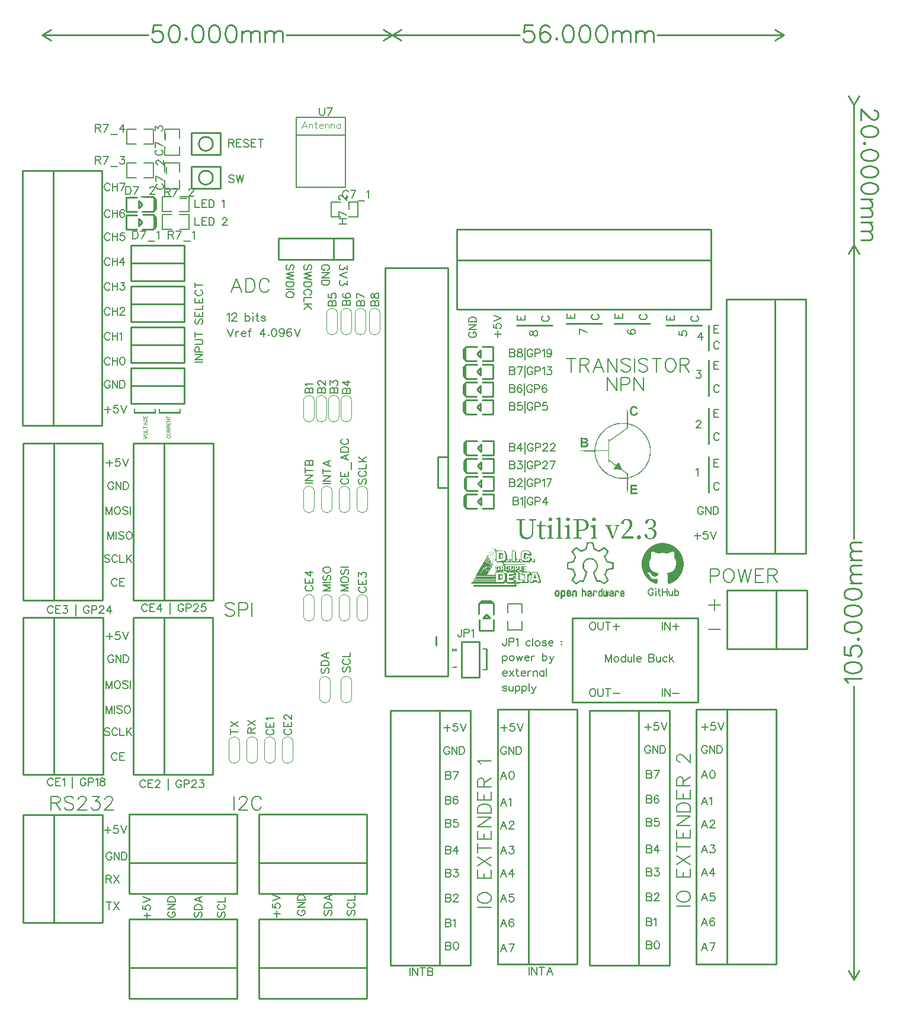
<source format=gto>
G04 Layer: TopSilkLayer*
G04 EasyEDA v6.1.33, Mon, 29 Apr 2019 14:12:14 GMT*
G04 9590ad248ff846a5af0387b98c7a360c,91cc4837159741479c5be70faa949f3f,10*
G04 Gerber Generator version 0.2*
G04 Scale: 100 percent, Rotated: No, Reflected: No *
G04 Dimensions in millimeters *
G04 leading zeros omitted , absolute positions ,3 integer and 3 decimal *
%FSLAX33Y33*%
%MOMM*%
G90*
G71D02*

%ADD10C,0.254000*%
%ADD44C,0.199898*%
%ADD45C,0.100000*%
%ADD46C,0.127000*%
%ADD47C,0.177800*%
%ADD48C,0.152400*%
%ADD49C,0.203200*%
%ADD50C,0.178003*%
%ADD51C,0.050013*%
%ADD52C,0.129997*%
%ADD53C,0.151994*%

%LPD*%

%LPD*%
G36*
G01X88603Y62388D02*
G01X88525Y62390D01*
G01X88456Y62389D01*
G01X88399Y62387D01*
G01X88356Y62383D01*
G01X88273Y62371D01*
G01X88194Y62358D01*
G01X88118Y62344D01*
G01X88045Y62329D01*
G01X87974Y62314D01*
G01X87906Y62298D01*
G01X87839Y62281D01*
G01X87775Y62262D01*
G01X87711Y62242D01*
G01X87649Y62221D01*
G01X87588Y62199D01*
G01X87528Y62175D01*
G01X87468Y62150D01*
G01X87408Y62123D01*
G01X87347Y62095D01*
G01X87286Y62064D01*
G01X87230Y62035D01*
G01X87174Y62004D01*
G01X87119Y61972D01*
G01X87064Y61939D01*
G01X87011Y61905D01*
G01X86907Y61835D01*
G01X86856Y61798D01*
G01X86806Y61760D01*
G01X86758Y61721D01*
G01X86709Y61682D01*
G01X86662Y61641D01*
G01X86616Y61600D01*
G01X86571Y61557D01*
G01X86527Y61514D01*
G01X86483Y61470D01*
G01X86441Y61425D01*
G01X86399Y61379D01*
G01X86359Y61332D01*
G01X86281Y61236D01*
G01X86244Y61187D01*
G01X86207Y61137D01*
G01X86172Y61086D01*
G01X86138Y61035D01*
G01X86104Y60982D01*
G01X86072Y60929D01*
G01X86041Y60876D01*
G01X85981Y60766D01*
G01X85953Y60710D01*
G01X85901Y60596D01*
G01X85876Y60538D01*
G01X85853Y60480D01*
G01X85830Y60420D01*
G01X85809Y60361D01*
G01X85789Y60300D01*
G01X85770Y60239D01*
G01X85752Y60177D01*
G01X85735Y60115D01*
G01X85705Y59989D01*
G01X85692Y59925D01*
G01X85684Y59874D01*
G01X85676Y59817D01*
G01X85670Y59755D01*
G01X85664Y59689D01*
G01X85660Y59619D01*
G01X85657Y59547D01*
G01X85656Y59474D01*
G01X85655Y59399D01*
G01X85656Y59325D01*
G01X85658Y59251D01*
G01X85661Y59178D01*
G01X85665Y59108D01*
G01X85670Y59040D01*
G01X85677Y58977D01*
G01X85684Y58918D01*
G01X85693Y58865D01*
G01X85705Y58804D01*
G01X85718Y58743D01*
G01X85733Y58683D01*
G01X85749Y58623D01*
G01X85765Y58564D01*
G01X85803Y58446D01*
G01X85823Y58388D01*
G01X85845Y58330D01*
G01X85867Y58273D01*
G01X85891Y58217D01*
G01X85916Y58160D01*
G01X85942Y58105D01*
G01X85969Y58050D01*
G01X85997Y57996D01*
G01X86026Y57942D01*
G01X86056Y57889D01*
G01X86087Y57836D01*
G01X86119Y57784D01*
G01X86152Y57733D01*
G01X86222Y57633D01*
G01X86258Y57584D01*
G01X86295Y57536D01*
G01X86333Y57488D01*
G01X86411Y57396D01*
G01X86452Y57351D01*
G01X86494Y57307D01*
G01X86536Y57264D01*
G01X86579Y57221D01*
G01X86669Y57139D01*
G01X86714Y57100D01*
G01X86761Y57061D01*
G01X86808Y57024D01*
G01X86857Y56987D01*
G01X86955Y56917D01*
G01X87006Y56884D01*
G01X87051Y56856D01*
G01X87100Y56827D01*
G01X87152Y56797D01*
G01X87207Y56767D01*
G01X87263Y56737D01*
G01X87320Y56708D01*
G01X87377Y56680D01*
G01X87432Y56654D01*
G01X87486Y56630D01*
G01X87536Y56609D01*
G01X87582Y56591D01*
G01X87623Y56576D01*
G01X87691Y56554D01*
G01X87737Y56546D01*
G01X87774Y56549D01*
G01X87815Y56563D01*
G01X87845Y56579D01*
G01X87869Y56597D01*
G01X87886Y56617D01*
G01X87896Y56639D01*
G01X87900Y56679D01*
G01X87902Y56753D01*
G01X87903Y56852D01*
G01X87901Y56965D01*
G01X87896Y57245D01*
G01X87816Y57235D01*
G01X87769Y57231D01*
G01X87700Y57228D01*
G01X87620Y57227D01*
G01X87536Y57227D01*
G01X87453Y57229D01*
G01X87377Y57236D01*
G01X87308Y57248D01*
G01X87244Y57265D01*
G01X87186Y57286D01*
G01X87132Y57313D01*
G01X87083Y57346D01*
G01X87039Y57384D01*
G01X86997Y57429D01*
G01X86959Y57481D01*
G01X86923Y57539D01*
G01X86889Y57604D01*
G01X86855Y57672D01*
G01X86817Y57739D01*
G01X86778Y57802D01*
G01X86739Y57860D01*
G01X86700Y57912D01*
G01X86663Y57956D01*
G01X86628Y57990D01*
G01X86597Y58014D01*
G01X86532Y58060D01*
G01X86484Y58108D01*
G01X86456Y58151D01*
G01X86453Y58186D01*
G01X86465Y58203D01*
G01X86489Y58212D01*
G01X86532Y58214D01*
G01X86601Y58212D01*
G01X86673Y58205D01*
G01X86728Y58193D01*
G01X86777Y58172D01*
G01X86831Y58138D01*
G01X86873Y58106D01*
G01X86917Y58065D01*
G01X86958Y58022D01*
G01X86991Y57982D01*
G01X87033Y57924D01*
G01X87077Y57870D01*
G01X87120Y57819D01*
G01X87163Y57773D01*
G01X87205Y57732D01*
G01X87245Y57698D01*
G01X87281Y57670D01*
G01X87315Y57650D01*
G01X87361Y57631D01*
G01X87413Y57616D01*
G01X87469Y57605D01*
G01X87529Y57599D01*
G01X87591Y57598D01*
G01X87654Y57602D01*
G01X87717Y57611D01*
G01X87778Y57625D01*
G01X87829Y57640D01*
G01X87872Y57656D01*
G01X87903Y57671D01*
G01X87915Y57683D01*
G01X87920Y57699D01*
G01X87927Y57727D01*
G01X87937Y57763D01*
G01X87947Y57803D01*
G01X87962Y57848D01*
G01X87984Y57897D01*
G01X88010Y57945D01*
G01X88037Y57985D01*
G01X88102Y58070D01*
G01X87949Y58094D01*
G01X87883Y58106D01*
G01X87818Y58119D01*
G01X87756Y58133D01*
G01X87696Y58149D01*
G01X87637Y58167D01*
G01X87581Y58186D01*
G01X87527Y58207D01*
G01X87474Y58229D01*
G01X87423Y58252D01*
G01X87375Y58278D01*
G01X87328Y58305D01*
G01X87283Y58333D01*
G01X87240Y58364D01*
G01X87198Y58395D01*
G01X87159Y58429D01*
G01X87121Y58464D01*
G01X87085Y58501D01*
G01X87051Y58539D01*
G01X87019Y58579D01*
G01X86988Y58621D01*
G01X86959Y58665D01*
G01X86932Y58710D01*
G01X86907Y58757D01*
G01X86883Y58806D01*
G01X86861Y58856D01*
G01X86841Y58908D01*
G01X86822Y58962D01*
G01X86805Y59018D01*
G01X86791Y59075D01*
G01X86778Y59139D01*
G01X86768Y59209D01*
G01X86760Y59284D01*
G01X86754Y59361D01*
G01X86750Y59439D01*
G01X86748Y59516D01*
G01X86748Y59591D01*
G01X86751Y59662D01*
G01X86756Y59727D01*
G01X86764Y59785D01*
G01X86774Y59835D01*
G01X86791Y59897D01*
G01X86811Y59956D01*
G01X86832Y60013D01*
G01X86856Y60067D01*
G01X86882Y60119D01*
G01X86910Y60168D01*
G01X86941Y60216D01*
G01X86974Y60261D01*
G01X87015Y60317D01*
G01X87034Y60355D01*
G01X87035Y60388D01*
G01X87022Y60431D01*
G01X87010Y60483D01*
G01X87001Y60551D01*
G01X86997Y60630D01*
G01X86997Y60716D01*
G01X87001Y60804D01*
G01X87008Y60889D01*
G01X87019Y60966D01*
G01X87034Y61030D01*
G01X87071Y61155D01*
G01X87159Y61155D01*
G01X87213Y61151D01*
G01X87277Y61139D01*
G01X87348Y61120D01*
G01X87424Y61095D01*
G01X87504Y61064D01*
G01X87583Y61029D01*
G01X87660Y60991D01*
G01X87733Y60950D01*
G01X87896Y60853D01*
G01X88116Y60892D01*
G01X88177Y60903D01*
G01X88237Y60912D01*
G01X88296Y60921D01*
G01X88354Y60928D01*
G01X88412Y60934D01*
G01X88469Y60939D01*
G01X88526Y60942D01*
G01X88582Y60945D01*
G01X88638Y60946D01*
G01X88693Y60946D01*
G01X88748Y60945D01*
G01X88803Y60943D01*
G01X88913Y60935D01*
G01X88968Y60929D01*
G01X89023Y60922D01*
G01X89079Y60914D01*
G01X89134Y60905D01*
G01X89190Y60895D01*
G01X89247Y60883D01*
G01X89398Y60851D01*
G01X89577Y60953D01*
G01X89663Y61002D01*
G01X89741Y61042D01*
G01X89811Y61074D01*
G01X89875Y61100D01*
G01X89934Y61119D01*
G01X89991Y61132D01*
G01X90048Y61139D01*
G01X90105Y61143D01*
G01X90233Y61145D01*
G01X90271Y61025D01*
G01X90287Y60963D01*
G01X90299Y60891D01*
G01X90307Y60813D01*
G01X90312Y60732D01*
G01X90312Y60652D01*
G01X90308Y60575D01*
G01X90300Y60507D01*
G01X90288Y60451D01*
G01X90274Y60395D01*
G01X90273Y60359D01*
G01X90288Y60325D01*
G01X90323Y60278D01*
G01X90355Y60235D01*
G01X90385Y60192D01*
G01X90412Y60147D01*
G01X90437Y60101D01*
G01X90460Y60054D01*
G01X90480Y60005D01*
G01X90498Y59955D01*
G01X90514Y59904D01*
G01X90527Y59851D01*
G01X90539Y59797D01*
G01X90547Y59741D01*
G01X90554Y59683D01*
G01X90559Y59624D01*
G01X90561Y59563D01*
G01X90561Y59500D01*
G01X90559Y59435D01*
G01X90554Y59362D01*
G01X90547Y59292D01*
G01X90539Y59224D01*
G01X90528Y59157D01*
G01X90515Y59093D01*
G01X90500Y59031D01*
G01X90483Y58970D01*
G01X90464Y58912D01*
G01X90443Y58856D01*
G01X90420Y58802D01*
G01X90395Y58749D01*
G01X90367Y58699D01*
G01X90338Y58651D01*
G01X90306Y58604D01*
G01X90272Y58560D01*
G01X90236Y58517D01*
G01X90198Y58477D01*
G01X90158Y58438D01*
G01X90115Y58401D01*
G01X90071Y58367D01*
G01X90024Y58334D01*
G01X89975Y58303D01*
G01X89923Y58274D01*
G01X89870Y58246D01*
G01X89814Y58221D01*
G01X89757Y58197D01*
G01X89696Y58176D01*
G01X89634Y58156D01*
G01X89570Y58138D01*
G01X89503Y58122D01*
G01X89434Y58107D01*
G01X89362Y58095D01*
G01X89209Y58070D01*
G01X89268Y57989D01*
G01X89294Y57952D01*
G01X89316Y57916D01*
G01X89334Y57878D01*
G01X89350Y57838D01*
G01X89363Y57793D01*
G01X89373Y57741D01*
G01X89381Y57679D01*
G01X89387Y57607D01*
G01X89392Y57520D01*
G01X89396Y57419D01*
G01X89399Y57300D01*
G01X89401Y57161D01*
G01X89404Y57001D01*
G01X89406Y56875D01*
G01X89409Y56778D01*
G01X89413Y56706D01*
G01X89418Y56656D01*
G01X89425Y56622D01*
G01X89433Y56601D01*
G01X89442Y56588D01*
G01X89468Y56568D01*
G01X89495Y56555D01*
G01X89524Y56548D01*
G01X89559Y56548D01*
G01X89600Y56555D01*
G01X89651Y56569D01*
G01X89712Y56591D01*
G01X89786Y56621D01*
G01X89844Y56645D01*
G01X89902Y56671D01*
G01X89959Y56698D01*
G01X90071Y56756D01*
G01X90126Y56786D01*
G01X90180Y56818D01*
G01X90233Y56850D01*
G01X90286Y56884D01*
G01X90337Y56918D01*
G01X90388Y56954D01*
G01X90438Y56990D01*
G01X90487Y57028D01*
G01X90536Y57067D01*
G01X90583Y57106D01*
G01X90630Y57147D01*
G01X90676Y57188D01*
G01X90721Y57230D01*
G01X90765Y57274D01*
G01X90808Y57318D01*
G01X90850Y57363D01*
G01X90891Y57409D01*
G01X90971Y57503D01*
G01X91009Y57552D01*
G01X91046Y57601D01*
G01X91083Y57651D01*
G01X91118Y57702D01*
G01X91186Y57806D01*
G01X91218Y57859D01*
G01X91249Y57913D01*
G01X91280Y57968D01*
G01X91309Y58023D01*
G01X91337Y58079D01*
G01X91364Y58136D01*
G01X91390Y58193D01*
G01X91415Y58251D01*
G01X91461Y58369D01*
G01X91482Y58429D01*
G01X91522Y58551D01*
G01X91556Y58675D01*
G01X91572Y58738D01*
G01X91586Y58801D01*
G01X91599Y58865D01*
G01X91608Y58915D01*
G01X91615Y58972D01*
G01X91622Y59034D01*
G01X91627Y59101D01*
G01X91631Y59171D01*
G01X91633Y59244D01*
G01X91635Y59319D01*
G01X91636Y59395D01*
G01X91635Y59471D01*
G01X91633Y59546D01*
G01X91631Y59619D01*
G01X91627Y59689D01*
G01X91622Y59756D01*
G01X91615Y59818D01*
G01X91608Y59875D01*
G01X91599Y59925D01*
G01X91586Y59990D01*
G01X91571Y60055D01*
G01X91537Y60185D01*
G01X91517Y60249D01*
G01X91497Y60314D01*
G01X91475Y60378D01*
G01X91452Y60441D01*
G01X91427Y60504D01*
G01X91402Y60566D01*
G01X91375Y60628D01*
G01X91347Y60689D01*
G01X91317Y60750D01*
G01X91287Y60809D01*
G01X91255Y60868D01*
G01X91223Y60925D01*
G01X91189Y60982D01*
G01X91154Y61037D01*
G01X91119Y61091D01*
G01X91082Y61144D01*
G01X91046Y61194D01*
G01X91009Y61243D01*
G01X90970Y61291D01*
G01X90931Y61338D01*
G01X90890Y61385D01*
G01X90806Y61475D01*
G01X90762Y61519D01*
G01X90717Y61562D01*
G01X90671Y61605D01*
G01X90577Y61687D01*
G01X90528Y61726D01*
G01X90478Y61765D01*
G01X90428Y61802D01*
G01X90377Y61839D01*
G01X90325Y61875D01*
G01X90273Y61909D01*
G01X90219Y61943D01*
G01X90165Y61976D01*
G01X90110Y62007D01*
G01X90055Y62037D01*
G01X89999Y62067D01*
G01X89942Y62095D01*
G01X89885Y62122D01*
G01X89828Y62147D01*
G01X89769Y62172D01*
G01X89711Y62195D01*
G01X89652Y62218D01*
G01X89532Y62258D01*
G01X89472Y62277D01*
G01X89411Y62294D01*
G01X89289Y62324D01*
G01X89228Y62337D01*
G01X89174Y62346D01*
G01X89109Y62355D01*
G01X89033Y62363D01*
G01X88951Y62370D01*
G01X88864Y62376D01*
G01X88775Y62382D01*
G01X88687Y62386D01*
G01X88603Y62388D01*
G37*

%LPD*%
G36*
G01X84997Y70713D02*
G01X84026Y70713D01*
G01X84026Y69336D01*
G01X85038Y69336D01*
G01X85038Y69579D01*
G01X84269Y69579D01*
G01X84269Y69943D01*
G01X84957Y69943D01*
G01X84957Y70186D01*
G01X84269Y70186D01*
G01X84269Y70470D01*
G01X84997Y70470D01*
G01X84997Y70713D01*
G37*

%LPD*%
G36*
G01X83609Y81521D02*
G01X83600Y81522D01*
G01X83591Y81521D01*
G01X83583Y81515D01*
G01X83576Y81504D01*
G01X83569Y81487D01*
G01X83563Y81464D01*
G01X83558Y81433D01*
G01X83554Y81394D01*
G01X83551Y81346D01*
G01X83548Y81288D01*
G01X83546Y81219D01*
G01X83544Y81139D01*
G01X83542Y81046D01*
G01X83541Y80940D01*
G01X83541Y80820D01*
G01X83540Y80685D01*
G01X83540Y79547D01*
G01X82882Y79529D01*
G01X82791Y79526D01*
G01X82706Y79523D01*
G01X82626Y79519D01*
G01X82551Y79516D01*
G01X82482Y79511D01*
G01X82416Y79507D01*
G01X82354Y79502D01*
G01X82295Y79495D01*
G01X82240Y79489D01*
G01X82187Y79482D01*
G01X82136Y79474D01*
G01X82040Y79456D01*
G01X81993Y79446D01*
G01X81947Y79435D01*
G01X81900Y79423D01*
G01X81840Y79406D01*
G01X81781Y79389D01*
G01X81721Y79370D01*
G01X81662Y79350D01*
G01X81604Y79330D01*
G01X81488Y79286D01*
G01X81430Y79263D01*
G01X81373Y79239D01*
G01X81317Y79214D01*
G01X81261Y79188D01*
G01X81149Y79134D01*
G01X81095Y79106D01*
G01X81040Y79076D01*
G01X80986Y79046D01*
G01X80933Y79016D01*
G01X80880Y78984D01*
G01X80828Y78952D01*
G01X80776Y78919D01*
G01X80725Y78885D01*
G01X80674Y78850D01*
G01X80624Y78815D01*
G01X80574Y78779D01*
G01X80525Y78743D01*
G01X80476Y78705D01*
G01X80428Y78667D01*
G01X80334Y78589D01*
G01X80242Y78507D01*
G01X80197Y78466D01*
G01X80153Y78424D01*
G01X80109Y78381D01*
G01X80066Y78338D01*
G01X80024Y78294D01*
G01X79981Y78249D01*
G01X79940Y78205D01*
G01X79900Y78159D01*
G01X79861Y78113D01*
G01X79821Y78066D01*
G01X79783Y78019D01*
G01X79745Y77970D01*
G01X79708Y77922D01*
G01X79672Y77873D01*
G01X79637Y77824D01*
G01X79602Y77774D01*
G01X79568Y77724D01*
G01X79535Y77673D01*
G01X79503Y77622D01*
G01X79471Y77570D01*
G01X79440Y77518D01*
G01X79410Y77465D01*
G01X79381Y77413D01*
G01X79325Y77305D01*
G01X79299Y77252D01*
G01X79273Y77197D01*
G01X79248Y77142D01*
G01X79200Y77032D01*
G01X79178Y76976D01*
G01X79156Y76919D01*
G01X79136Y76863D01*
G01X79116Y76806D01*
G01X79080Y76692D01*
G01X79063Y76634D01*
G01X79047Y76576D01*
G01X79032Y76518D01*
G01X79018Y76460D01*
G01X79005Y76401D01*
G01X78993Y76342D01*
G01X78982Y76283D01*
G01X78972Y76224D01*
G01X78962Y76164D01*
G01X78954Y76105D01*
G01X78947Y76046D01*
G01X78942Y75986D01*
G01X78937Y75925D01*
G01X78913Y75612D01*
G01X77777Y75612D01*
G01X77642Y75611D01*
G01X77522Y75611D01*
G01X77417Y75610D01*
G01X77324Y75608D01*
G01X77244Y75606D01*
G01X77175Y75604D01*
G01X77117Y75601D01*
G01X77069Y75598D01*
G01X77031Y75593D01*
G01X77000Y75588D01*
G01X76976Y75583D01*
G01X76959Y75576D01*
G01X76949Y75569D01*
G01X76943Y75561D01*
G01X76941Y75552D01*
G01X76943Y75543D01*
G01X76949Y75535D01*
G01X76960Y75527D01*
G01X76977Y75520D01*
G01X77001Y75514D01*
G01X77031Y75509D01*
G01X77070Y75505D01*
G01X77118Y75500D01*
G01X77176Y75497D01*
G01X77245Y75494D01*
G01X77325Y75491D01*
G01X77417Y75489D01*
G01X77522Y75486D01*
G01X77641Y75484D01*
G01X77774Y75483D01*
G01X77923Y75481D01*
G01X78905Y75470D01*
G01X78934Y75146D01*
G01X78939Y75100D01*
G01X78945Y75048D01*
G01X78953Y74992D01*
G01X78963Y74934D01*
G01X78974Y74873D01*
G01X78985Y74811D01*
G01X78997Y74749D01*
G01X79011Y74687D01*
G01X79024Y74626D01*
G01X79039Y74567D01*
G01X79053Y74511D01*
G01X79068Y74459D01*
G01X79085Y74399D01*
G01X79123Y74281D01*
G01X79143Y74223D01*
G01X79164Y74165D01*
G01X79185Y74108D01*
G01X79207Y74051D01*
G01X79231Y73994D01*
G01X79255Y73938D01*
G01X79279Y73884D01*
G01X79331Y73774D01*
G01X79358Y73720D01*
G01X79414Y73614D01*
G01X79444Y73562D01*
G01X79473Y73511D01*
G01X79504Y73459D01*
G01X79535Y73409D01*
G01X79601Y73309D01*
G01X79635Y73260D01*
G01X79669Y73212D01*
G01X79704Y73164D01*
G01X79740Y73116D01*
G01X79777Y73070D01*
G01X79814Y73023D01*
G01X79852Y72978D01*
G01X79891Y72933D01*
G01X79931Y72888D01*
G01X79971Y72845D01*
G01X80012Y72801D01*
G01X80054Y72758D01*
G01X80096Y72717D01*
G01X80139Y72675D01*
G01X80183Y72634D01*
G01X80227Y72594D01*
G01X80273Y72554D01*
G01X80318Y72514D01*
G01X80412Y72438D01*
G01X80508Y72364D01*
G01X80558Y72328D01*
G01X80607Y72292D01*
G01X80658Y72257D01*
G01X80709Y72223D01*
G01X80761Y72189D01*
G01X80814Y72156D01*
G01X80867Y72124D01*
G01X80921Y72092D01*
G01X80976Y72061D01*
G01X81086Y72001D01*
G01X81200Y71943D01*
G01X81316Y71889D01*
G01X81375Y71862D01*
G01X81435Y71836D01*
G01X81497Y71810D01*
G01X81558Y71786D01*
G01X81618Y71763D01*
G01X81678Y71741D01*
G01X81737Y71721D01*
G01X81796Y71702D01*
G01X81854Y71684D01*
G01X81913Y71668D01*
G01X81971Y71653D01*
G01X82030Y71639D01*
G01X82090Y71626D01*
G01X82150Y71614D01*
G01X82211Y71604D01*
G01X82273Y71594D01*
G01X82401Y71578D01*
G01X82467Y71572D01*
G01X82534Y71567D01*
G01X82604Y71562D01*
G01X82675Y71558D01*
G01X82749Y71555D01*
G01X82824Y71553D01*
G01X82902Y71552D01*
G01X82983Y71552D01*
G01X83540Y71551D01*
G01X83540Y70414D01*
G01X83541Y70279D01*
G01X83541Y70159D01*
G01X83542Y70053D01*
G01X83544Y69960D01*
G01X83546Y69880D01*
G01X83548Y69811D01*
G01X83551Y69753D01*
G01X83554Y69706D01*
G01X83559Y69667D01*
G01X83563Y69637D01*
G01X83569Y69614D01*
G01X83576Y69598D01*
G01X83583Y69587D01*
G01X83591Y69581D01*
G01X83601Y69579D01*
G01X83610Y69581D01*
G01X83618Y69587D01*
G01X83626Y69598D01*
G01X83632Y69614D01*
G01X83638Y69638D01*
G01X83643Y69669D01*
G01X83647Y69708D01*
G01X83651Y69757D01*
G01X83654Y69815D01*
G01X83656Y69886D01*
G01X83658Y69967D01*
G01X83659Y70061D01*
G01X83660Y70170D01*
G01X83661Y70292D01*
G01X83661Y71588D01*
G01X83996Y71684D01*
G01X84050Y71701D01*
G01X84105Y71718D01*
G01X84162Y71738D01*
G01X84220Y71759D01*
G01X84279Y71781D01*
G01X84401Y71831D01*
G01X84462Y71857D01*
G01X84524Y71885D01*
G01X84648Y71943D01*
G01X84710Y71973D01*
G01X84832Y72035D01*
G01X84892Y72068D01*
G01X84951Y72100D01*
G01X85009Y72133D01*
G01X85065Y72166D01*
G01X85119Y72200D01*
G01X85172Y72233D01*
G01X85224Y72266D01*
G01X85272Y72299D01*
G01X85319Y72332D01*
G01X85362Y72364D01*
G01X85409Y72400D01*
G01X85456Y72437D01*
G01X85502Y72475D01*
G01X85548Y72514D01*
G01X85638Y72594D01*
G01X85681Y72635D01*
G01X85725Y72678D01*
G01X85768Y72720D01*
G01X85810Y72763D01*
G01X85852Y72808D01*
G01X85934Y72898D01*
G01X85974Y72944D01*
G01X86013Y72991D01*
G01X86052Y73039D01*
G01X86090Y73086D01*
G01X86127Y73135D01*
G01X86164Y73185D01*
G01X86200Y73234D01*
G01X86235Y73284D01*
G01X86270Y73335D01*
G01X86304Y73386D01*
G01X86337Y73438D01*
G01X86369Y73490D01*
G01X86401Y73543D01*
G01X86432Y73595D01*
G01X86462Y73649D01*
G01X86491Y73702D01*
G01X86519Y73757D01*
G01X86547Y73811D01*
G01X86573Y73865D01*
G01X86599Y73920D01*
G01X86624Y73975D01*
G01X86648Y74031D01*
G01X86694Y74143D01*
G01X86736Y74255D01*
G01X86755Y74312D01*
G01X86773Y74368D01*
G01X86791Y74425D01*
G01X86823Y74539D01*
G01X86836Y74589D01*
G01X86848Y74641D01*
G01X86859Y74696D01*
G01X86869Y74754D01*
G01X86879Y74813D01*
G01X86888Y74873D01*
G01X86896Y74936D01*
G01X86903Y74999D01*
G01X86910Y75064D01*
G01X86916Y75130D01*
G01X86921Y75196D01*
G01X86925Y75263D01*
G01X86929Y75331D01*
G01X86932Y75398D01*
G01X86934Y75466D01*
G01X86935Y75534D01*
G01X86935Y75668D01*
G01X86934Y75734D01*
G01X86931Y75799D01*
G01X86929Y75864D01*
G01X86925Y75926D01*
G01X86920Y75988D01*
G01X86915Y76048D01*
G01X86909Y76106D01*
G01X86901Y76161D01*
G01X86893Y76215D01*
G01X86884Y76267D01*
G01X86872Y76328D01*
G01X86859Y76388D01*
G01X86846Y76447D01*
G01X86832Y76507D01*
G01X86817Y76566D01*
G01X86800Y76625D01*
G01X86784Y76683D01*
G01X86766Y76741D01*
G01X86748Y76797D01*
G01X86729Y76854D01*
G01X86708Y76911D01*
G01X86688Y76967D01*
G01X86666Y77022D01*
G01X86643Y77078D01*
G01X86620Y77133D01*
G01X86596Y77187D01*
G01X86571Y77241D01*
G01X86545Y77294D01*
G01X86519Y77348D01*
G01X86492Y77400D01*
G01X86434Y77504D01*
G01X86404Y77555D01*
G01X86374Y77607D01*
G01X86310Y77707D01*
G01X86277Y77757D01*
G01X86243Y77807D01*
G01X86208Y77856D01*
G01X86172Y77904D01*
G01X86135Y77953D01*
G01X86098Y78000D01*
G01X86060Y78048D01*
G01X86021Y78094D01*
G01X85981Y78141D01*
G01X85941Y78187D01*
G01X85899Y78233D01*
G01X85857Y78278D01*
G01X85814Y78323D01*
G01X85770Y78368D01*
G01X85722Y78414D01*
G01X85674Y78461D01*
G01X85624Y78506D01*
G01X85575Y78551D01*
G01X85524Y78594D01*
G01X85420Y78680D01*
G01X85367Y78721D01*
G01X85259Y78801D01*
G01X85205Y78840D01*
G01X85149Y78878D01*
G01X85093Y78915D01*
G01X85038Y78950D01*
G01X84981Y78985D01*
G01X84924Y79019D01*
G01X84866Y79052D01*
G01X84809Y79084D01*
G01X84751Y79115D01*
G01X84693Y79145D01*
G01X84634Y79174D01*
G01X84576Y79201D01*
G01X84517Y79228D01*
G01X84458Y79253D01*
G01X84399Y79277D01*
G01X84340Y79300D01*
G01X84281Y79322D01*
G01X84221Y79342D01*
G01X84162Y79362D01*
G01X84103Y79380D01*
G01X84044Y79397D01*
G01X83986Y79413D01*
G01X83682Y79489D01*
G01X83671Y80506D01*
G01X83669Y80660D01*
G01X83668Y80798D01*
G01X83665Y80921D01*
G01X83663Y81030D01*
G01X83661Y81126D01*
G01X83658Y81208D01*
G01X83655Y81280D01*
G01X83651Y81339D01*
G01X83647Y81389D01*
G01X83643Y81429D01*
G01X83638Y81461D01*
G01X83631Y81486D01*
G01X83625Y81503D01*
G01X83618Y81514D01*
G01X83609Y81521D01*
G37*

%LPC*%
G36*
G01X80867Y75490D02*
G01X79034Y75490D01*
G01X79059Y75197D01*
G01X79065Y75137D01*
G01X79072Y75077D01*
G01X79079Y75018D01*
G01X79087Y74958D01*
G01X79097Y74900D01*
G01X79107Y74841D01*
G01X79118Y74783D01*
G01X79144Y74667D01*
G01X79158Y74609D01*
G01X79188Y74495D01*
G01X79205Y74438D01*
G01X79241Y74326D01*
G01X79261Y74271D01*
G01X79281Y74215D01*
G01X79302Y74160D01*
G01X79346Y74052D01*
G01X79370Y73998D01*
G01X79395Y73944D01*
G01X79420Y73891D01*
G01X79446Y73838D01*
G01X79473Y73787D01*
G01X79500Y73734D01*
G01X79558Y73632D01*
G01X79588Y73582D01*
G01X79619Y73531D01*
G01X79650Y73482D01*
G01X79716Y73384D01*
G01X79749Y73336D01*
G01X79784Y73288D01*
G01X79819Y73241D01*
G01X79855Y73194D01*
G01X79929Y73103D01*
G01X79967Y73058D01*
G01X80006Y73013D01*
G01X80045Y72969D01*
G01X80086Y72925D01*
G01X80127Y72882D01*
G01X80168Y72840D01*
G01X80210Y72798D01*
G01X80253Y72757D01*
G01X80296Y72717D01*
G01X80341Y72677D01*
G01X80385Y72637D01*
G01X80523Y72523D01*
G01X80570Y72487D01*
G01X80618Y72450D01*
G01X80666Y72415D01*
G01X80716Y72380D01*
G01X80765Y72346D01*
G01X80815Y72312D01*
G01X80866Y72279D01*
G01X80917Y72247D01*
G01X81021Y72185D01*
G01X81074Y72155D01*
G01X81127Y72126D01*
G01X81235Y72070D01*
G01X81290Y72044D01*
G01X81345Y72017D01*
G01X81401Y71992D01*
G01X81458Y71967D01*
G01X81515Y71943D01*
G01X81572Y71921D01*
G01X81630Y71898D01*
G01X81688Y71877D01*
G01X81747Y71856D01*
G01X81866Y71817D01*
G01X81926Y71800D01*
G01X81986Y71782D01*
G01X82022Y71774D01*
G01X82064Y71765D01*
G01X82114Y71757D01*
G01X82169Y71749D01*
G01X82229Y71741D01*
G01X82294Y71734D01*
G01X82363Y71727D01*
G01X82435Y71720D01*
G01X82509Y71714D01*
G01X82585Y71708D01*
G01X82739Y71698D01*
G01X82816Y71694D01*
G01X82892Y71691D01*
G01X82965Y71688D01*
G01X83037Y71686D01*
G01X83106Y71685D01*
G01X83170Y71684D01*
G01X83230Y71685D01*
G01X83285Y71686D01*
G01X83334Y71688D01*
G01X83376Y71692D01*
G01X83411Y71696D01*
G01X83438Y71701D01*
G01X83497Y71721D01*
G01X83527Y71759D01*
G01X83536Y71837D01*
G01X83532Y71979D01*
G01X83520Y72231D01*
G01X82735Y72817D01*
G01X82176Y72882D01*
G01X82064Y72895D01*
G01X81958Y72908D01*
G01X81863Y72920D01*
G01X81778Y72931D01*
G01X81709Y72940D01*
G01X81655Y72947D01*
G01X81621Y72953D01*
G01X81607Y72956D01*
G01X81616Y72977D01*
G01X81648Y73027D01*
G01X81697Y73098D01*
G01X81759Y73183D01*
G01X81822Y73268D01*
G01X81873Y73339D01*
G01X81908Y73390D01*
G01X81921Y73412D01*
G01X81912Y73421D01*
G01X81886Y73442D01*
G01X81846Y73475D01*
G01X81793Y73516D01*
G01X81728Y73567D01*
G01X81654Y73623D01*
G01X81573Y73685D01*
G01X81486Y73751D01*
G01X81050Y74079D01*
G01X81030Y73641D01*
G01X81024Y73521D01*
G01X81017Y73423D01*
G01X81010Y73347D01*
G01X81002Y73289D01*
G01X80992Y73248D01*
G01X80980Y73222D01*
G01X80966Y73207D01*
G01X80949Y73203D01*
G01X80942Y73204D01*
G01X80934Y73208D01*
G01X80928Y73216D01*
G01X80922Y73227D01*
G01X80917Y73243D01*
G01X80912Y73264D01*
G01X80908Y73290D01*
G01X80904Y73322D01*
G01X80900Y73360D01*
G01X80897Y73406D01*
G01X80894Y73458D01*
G01X80892Y73518D01*
G01X80889Y73587D01*
G01X80887Y73665D01*
G01X80885Y73752D01*
G01X80884Y73849D01*
G01X80882Y73957D01*
G01X80880Y74075D01*
G01X80879Y74205D01*
G01X80878Y74346D01*
G01X80867Y75490D01*
G37*
G36*
G01X83811Y79328D02*
G01X83762Y79334D01*
G01X83725Y79330D01*
G01X83699Y79315D01*
G01X83681Y79290D01*
G01X83670Y79254D01*
G01X83664Y79207D01*
G01X83662Y79147D01*
G01X83661Y79075D01*
G01X83661Y78813D01*
G01X82346Y77832D01*
G01X81030Y76850D01*
G01X81030Y74249D01*
G01X81511Y73898D01*
G01X81608Y73828D01*
G01X81699Y73762D01*
G01X81783Y73702D01*
G01X81857Y73650D01*
G01X81918Y73607D01*
G01X81967Y73575D01*
G01X81999Y73554D01*
G01X82013Y73547D01*
G01X82033Y73563D01*
G01X82072Y73606D01*
G01X82124Y73671D01*
G01X82184Y73749D01*
G01X82244Y73828D01*
G01X82296Y73892D01*
G01X82337Y73935D01*
G01X82359Y73951D01*
G01X82369Y73940D01*
G01X82387Y73910D01*
G01X82411Y73862D01*
G01X82442Y73799D01*
G01X82477Y73722D01*
G01X82516Y73635D01*
G01X82558Y73538D01*
G01X82601Y73434D01*
G01X82817Y72919D01*
G01X83239Y72605D01*
G01X83661Y72290D01*
G01X83661Y71878D01*
G01X83663Y71831D01*
G01X83670Y71796D01*
G01X83683Y71771D01*
G01X83704Y71757D01*
G01X83735Y71753D01*
G01X83778Y71758D01*
G01X83835Y71772D01*
G01X83907Y71793D01*
G01X83997Y71821D01*
G01X84107Y71856D01*
G01X84167Y71875D01*
G01X84227Y71896D01*
G01X84347Y71942D01*
G01X84407Y71966D01*
G01X84466Y71992D01*
G01X84526Y72018D01*
G01X84584Y72046D01*
G01X84643Y72075D01*
G01X84701Y72105D01*
G01X84759Y72136D01*
G01X84817Y72168D01*
G01X84874Y72201D01*
G01X84986Y72269D01*
G01X85042Y72305D01*
G01X85152Y72379D01*
G01X85206Y72418D01*
G01X85259Y72457D01*
G01X85312Y72497D01*
G01X85364Y72538D01*
G01X85415Y72580D01*
G01X85466Y72623D01*
G01X85516Y72666D01*
G01X85565Y72710D01*
G01X85613Y72754D01*
G01X85660Y72799D01*
G01X85753Y72892D01*
G01X85798Y72940D01*
G01X85841Y72987D01*
G01X85884Y73036D01*
G01X85926Y73085D01*
G01X85967Y73135D01*
G01X86007Y73185D01*
G01X86045Y73235D01*
G01X86083Y73286D01*
G01X86120Y73338D01*
G01X86155Y73390D01*
G01X86221Y73492D01*
G01X86283Y73596D01*
G01X86313Y73648D01*
G01X86342Y73701D01*
G01X86398Y73807D01*
G01X86424Y73861D01*
G01X86449Y73914D01*
G01X86474Y73968D01*
G01X86498Y74022D01*
G01X86521Y74077D01*
G01X86543Y74131D01*
G01X86564Y74186D01*
G01X86604Y74296D01*
G01X86623Y74351D01*
G01X86640Y74407D01*
G01X86657Y74462D01*
G01X86673Y74518D01*
G01X86688Y74574D01*
G01X86716Y74686D01*
G01X86728Y74743D01*
G01X86740Y74799D01*
G01X86751Y74855D01*
G01X86761Y74912D01*
G01X86770Y74969D01*
G01X86778Y75026D01*
G01X86786Y75082D01*
G01X86798Y75196D01*
G01X86803Y75253D01*
G01X86807Y75310D01*
G01X86810Y75367D01*
G01X86814Y75481D01*
G01X86814Y75594D01*
G01X86813Y75651D01*
G01X86811Y75708D01*
G01X86808Y75765D01*
G01X86804Y75822D01*
G01X86800Y75878D01*
G01X86795Y75935D01*
G01X86789Y75992D01*
G01X86782Y76048D01*
G01X86774Y76105D01*
G01X86756Y76217D01*
G01X86746Y76273D01*
G01X86734Y76329D01*
G01X86723Y76384D01*
G01X86709Y76440D01*
G01X86696Y76496D01*
G01X86666Y76606D01*
G01X86650Y76661D01*
G01X86633Y76715D01*
G01X86615Y76769D01*
G01X86597Y76824D01*
G01X86557Y76932D01*
G01X86536Y76985D01*
G01X86514Y77039D01*
G01X86491Y77092D01*
G01X86468Y77144D01*
G01X86443Y77197D01*
G01X86418Y77249D01*
G01X86392Y77301D01*
G01X86365Y77353D01*
G01X86338Y77404D01*
G01X86280Y77506D01*
G01X86250Y77556D01*
G01X86219Y77606D01*
G01X86187Y77655D01*
G01X86155Y77705D01*
G01X86121Y77753D01*
G01X86087Y77802D01*
G01X86052Y77850D01*
G01X86016Y77898D01*
G01X85942Y77992D01*
G01X85904Y78038D01*
G01X85865Y78084D01*
G01X85826Y78129D01*
G01X85785Y78175D01*
G01X85743Y78219D01*
G01X85701Y78264D01*
G01X85613Y78352D01*
G01X85521Y78438D01*
G01X85475Y78479D01*
G01X85428Y78520D01*
G01X85382Y78559D01*
G01X85286Y78635D01*
G01X85188Y78707D01*
G01X85139Y78742D01*
G01X85088Y78776D01*
G01X85038Y78808D01*
G01X84986Y78841D01*
G01X84880Y78903D01*
G01X84825Y78933D01*
G01X84770Y78961D01*
G01X84714Y78990D01*
G01X84657Y79018D01*
G01X84599Y79045D01*
G01X84539Y79072D01*
G01X84479Y79098D01*
G01X84417Y79124D01*
G01X84354Y79148D01*
G01X84290Y79173D01*
G01X84225Y79197D01*
G01X84158Y79221D01*
G01X84045Y79260D01*
G01X83950Y79291D01*
G01X83873Y79314D01*
G01X83811Y79328D01*
G37*
G36*
G01X83080Y79413D02*
G01X82892Y79413D01*
G01X82756Y79411D01*
G01X82689Y79408D01*
G01X82623Y79404D01*
G01X82558Y79399D01*
G01X82493Y79393D01*
G01X82365Y79379D01*
G01X82302Y79369D01*
G01X82240Y79360D01*
G01X82177Y79349D01*
G01X82116Y79336D01*
G01X82054Y79323D01*
G01X81993Y79309D01*
G01X81932Y79294D01*
G01X81871Y79277D01*
G01X81811Y79259D01*
G01X81750Y79240D01*
G01X81690Y79221D01*
G01X81629Y79199D01*
G01X81569Y79177D01*
G01X81509Y79154D01*
G01X81448Y79129D01*
G01X81387Y79103D01*
G01X81326Y79076D01*
G01X81264Y79047D01*
G01X81203Y79018D01*
G01X81140Y78987D01*
G01X81034Y78931D01*
G01X80928Y78871D01*
G01X80826Y78807D01*
G01X80775Y78774D01*
G01X80725Y78740D01*
G01X80675Y78705D01*
G01X80627Y78670D01*
G01X80578Y78633D01*
G01X80530Y78596D01*
G01X80483Y78559D01*
G01X80437Y78520D01*
G01X80390Y78480D01*
G01X80300Y78400D01*
G01X80256Y78358D01*
G01X80213Y78316D01*
G01X80127Y78229D01*
G01X80045Y78140D01*
G01X80005Y78095D01*
G01X79965Y78049D01*
G01X79889Y77955D01*
G01X79851Y77906D01*
G01X79815Y77858D01*
G01X79779Y77809D01*
G01X79744Y77760D01*
G01X79709Y77709D01*
G01X79676Y77659D01*
G01X79643Y77608D01*
G01X79611Y77556D01*
G01X79549Y77452D01*
G01X79519Y77398D01*
G01X79490Y77345D01*
G01X79462Y77291D01*
G01X79435Y77237D01*
G01X79409Y77182D01*
G01X79359Y77072D01*
G01X79335Y77016D01*
G01X79312Y76960D01*
G01X79290Y76904D01*
G01X79248Y76790D01*
G01X79229Y76732D01*
G01X79211Y76674D01*
G01X79194Y76617D01*
G01X79177Y76559D01*
G01X79161Y76500D01*
G01X79133Y76382D01*
G01X79120Y76323D01*
G01X79098Y76205D01*
G01X79088Y76145D01*
G01X79079Y76085D01*
G01X79065Y75965D01*
G01X79059Y75905D01*
G01X79034Y75612D01*
G01X80867Y75612D01*
G01X80878Y76755D01*
G01X80879Y76897D01*
G01X80880Y77027D01*
G01X80882Y77145D01*
G01X80884Y77253D01*
G01X80885Y77350D01*
G01X80887Y77437D01*
G01X80889Y77515D01*
G01X80892Y77583D01*
G01X80894Y77644D01*
G01X80897Y77697D01*
G01X80900Y77742D01*
G01X80904Y77780D01*
G01X80908Y77812D01*
G01X80912Y77838D01*
G01X80917Y77859D01*
G01X80922Y77875D01*
G01X80928Y77886D01*
G01X80934Y77894D01*
G01X80942Y77898D01*
G01X80949Y77899D01*
G01X80966Y77895D01*
G01X80980Y77880D01*
G01X80992Y77854D01*
G01X81002Y77813D01*
G01X81010Y77755D01*
G01X81017Y77679D01*
G01X81024Y77582D01*
G01X81030Y77462D01*
G01X81050Y77025D01*
G01X83520Y78871D01*
G01X83532Y79118D01*
G01X83536Y79255D01*
G01X83528Y79332D01*
G01X83501Y79371D01*
G01X83451Y79391D01*
G01X83423Y79396D01*
G01X83378Y79401D01*
G01X83319Y79404D01*
G01X83248Y79408D01*
G01X83168Y79411D01*
G01X83080Y79413D01*
G37*

%LPD*%
G36*
G01X77370Y77427D02*
G01X76941Y77441D01*
G01X76941Y76057D01*
G01X77320Y76057D01*
G01X77426Y76058D01*
G01X77521Y76061D01*
G01X77606Y76067D01*
G01X77682Y76076D01*
G01X77748Y76087D01*
G01X77805Y76101D01*
G01X77856Y76118D01*
G01X77899Y76140D01*
G01X77935Y76164D01*
G01X77967Y76192D01*
G01X77993Y76225D01*
G01X78015Y76262D01*
G01X78043Y76322D01*
G01X78061Y76378D01*
G01X78070Y76429D01*
G01X78068Y76478D01*
G01X78057Y76524D01*
G01X78035Y76570D01*
G01X78003Y76616D01*
G01X77961Y76663D01*
G01X77898Y76729D01*
G01X77872Y76773D01*
G01X77881Y76813D01*
G01X77921Y76867D01*
G01X77953Y76915D01*
G01X77975Y76968D01*
G01X77988Y77023D01*
G01X77990Y77079D01*
G01X77981Y77136D01*
G01X77963Y77193D01*
G01X77934Y77248D01*
G01X77896Y77300D01*
G01X77863Y77336D01*
G01X77832Y77364D01*
G01X77797Y77385D01*
G01X77752Y77399D01*
G01X77692Y77410D01*
G01X77612Y77417D01*
G01X77507Y77422D01*
G01X77370Y77427D01*
G37*

%LPC*%
G36*
G01X77453Y76616D02*
G01X77184Y76627D01*
G01X77184Y76296D01*
G01X77453Y76308D01*
G01X77555Y76316D01*
G01X77640Y76330D01*
G01X77706Y76349D01*
G01X77754Y76374D01*
G01X77784Y76405D01*
G01X77796Y76441D01*
G01X77790Y76484D01*
G01X77767Y76533D01*
G01X77732Y76567D01*
G01X77673Y76591D01*
G01X77583Y76606D01*
G01X77453Y76616D01*
G37*
G36*
G01X77433Y77182D02*
G01X77184Y77195D01*
G01X77184Y76863D01*
G01X77433Y76875D01*
G01X77528Y76883D01*
G01X77607Y76897D01*
G01X77670Y76916D01*
G01X77715Y76942D01*
G01X77743Y76973D01*
G01X77754Y77010D01*
G01X77749Y77052D01*
G01X77726Y77100D01*
G01X77692Y77133D01*
G01X77636Y77157D01*
G01X77552Y77173D01*
G01X77433Y77182D01*
G37*

%LPD*%
G36*
G01X84665Y81955D02*
G01X84598Y81961D01*
G01X84530Y81960D01*
G01X84462Y81952D01*
G01X84394Y81935D01*
G01X84327Y81911D01*
G01X84277Y81886D01*
G01X84229Y81856D01*
G01X84185Y81823D01*
G01X84144Y81784D01*
G01X84107Y81743D01*
G01X84074Y81698D01*
G01X84044Y81649D01*
G01X84019Y81597D01*
G01X83998Y81542D01*
G01X83980Y81484D01*
G01X83967Y81423D01*
G01X83958Y81360D01*
G01X83953Y81295D01*
G01X83953Y81227D01*
G01X83956Y81157D01*
G01X83965Y81085D01*
G01X83975Y81031D01*
G01X83991Y80979D01*
G01X84010Y80929D01*
G01X84033Y80883D01*
G01X84060Y80839D01*
G01X84091Y80798D01*
G01X84124Y80760D01*
G01X84160Y80725D01*
G01X84199Y80694D01*
G01X84240Y80665D01*
G01X84282Y80639D01*
G01X84326Y80618D01*
G01X84372Y80599D01*
G01X84419Y80585D01*
G01X84467Y80573D01*
G01X84515Y80565D01*
G01X84563Y80561D01*
G01X84611Y80561D01*
G01X84659Y80565D01*
G01X84706Y80573D01*
G01X84753Y80585D01*
G01X84797Y80601D01*
G01X84841Y80622D01*
G01X84883Y80646D01*
G01X84923Y80675D01*
G01X84960Y80709D01*
G01X84995Y80747D01*
G01X85026Y80790D01*
G01X85092Y80894D01*
G01X85112Y80956D01*
G01X85083Y80995D01*
G01X85006Y81028D01*
G01X84943Y81045D01*
G01X84900Y81042D01*
G01X84865Y81012D01*
G01X84826Y80952D01*
G01X84793Y80905D01*
G01X84752Y80866D01*
G01X84706Y80837D01*
G01X84656Y80816D01*
G01X84603Y80803D01*
G01X84549Y80799D01*
G01X84495Y80804D01*
G01X84443Y80817D01*
G01X84393Y80839D01*
G01X84349Y80870D01*
G01X84310Y80909D01*
G01X84278Y80956D01*
G01X84257Y81016D01*
G01X84243Y81099D01*
G01X84237Y81200D01*
G01X84239Y81316D01*
G01X84250Y81448D01*
G01X84268Y81539D01*
G01X84299Y81601D01*
G01X84346Y81649D01*
G01X84403Y81687D01*
G01X84463Y81712D01*
G01X84525Y81725D01*
G01X84587Y81725D01*
G01X84647Y81713D01*
G01X84704Y81689D01*
G01X84757Y81654D01*
G01X84802Y81607D01*
G01X84854Y81549D01*
G01X84900Y81516D01*
G01X84949Y81505D01*
G01X85008Y81510D01*
G01X85083Y81529D01*
G01X85112Y81559D01*
G01X85096Y81616D01*
G01X85037Y81717D01*
G01X85000Y81770D01*
G01X84955Y81817D01*
G01X84906Y81858D01*
G01X84851Y81892D01*
G01X84792Y81920D01*
G01X84730Y81940D01*
G01X84665Y81955D01*
G37*

%LPD*%
G36*
G01X74463Y55680D02*
G01X74410Y55685D01*
G01X74357Y55681D01*
G01X74305Y55668D01*
G01X74252Y55646D01*
G01X74210Y55622D01*
G01X74174Y55597D01*
G01X74143Y55568D01*
G01X74117Y55534D01*
G01X74096Y55493D01*
G01X74079Y55445D01*
G01X74066Y55386D01*
G01X74056Y55317D01*
G01X74050Y55234D01*
G01X74045Y55138D01*
G01X74042Y55026D01*
G01X74042Y54798D01*
G01X74044Y54706D01*
G01X74047Y54622D01*
G01X74050Y54548D01*
G01X74054Y54486D01*
G01X74058Y54438D01*
G01X74063Y54406D01*
G01X74068Y54393D01*
G01X74086Y54390D01*
G01X74115Y54391D01*
G01X74150Y54398D01*
G01X74189Y54409D01*
G01X74240Y54431D01*
G01X74267Y54458D01*
G01X74280Y54502D01*
G01X74282Y54574D01*
G01X74282Y54707D01*
G01X74413Y54707D01*
G01X74475Y54710D01*
G01X74530Y54720D01*
G01X74578Y54738D01*
G01X74622Y54762D01*
G01X74658Y54795D01*
G01X74689Y54835D01*
G01X74714Y54882D01*
G01X74734Y54938D01*
G01X74748Y55002D01*
G01X74757Y55075D01*
G01X74760Y55156D01*
G01X74758Y55246D01*
G01X74750Y55379D01*
G01X74735Y55463D01*
G01X74706Y55520D01*
G01X74657Y55575D01*
G01X74612Y55614D01*
G01X74564Y55644D01*
G01X74514Y55667D01*
G01X74463Y55680D01*
G37*

%LPC*%
G36*
G01X74419Y55448D02*
G01X74389Y55454D01*
G01X74364Y55442D01*
G01X74329Y55410D01*
G01X74310Y55378D01*
G01X74296Y55327D01*
G01X74286Y55264D01*
G01X74282Y55195D01*
G01X74283Y55127D01*
G01X74289Y55064D01*
G01X74301Y55014D01*
G01X74318Y54983D01*
G01X74366Y54955D01*
G01X74422Y54948D01*
G01X74473Y54962D01*
G01X74504Y54994D01*
G01X74511Y55027D01*
G01X74517Y55080D01*
G01X74521Y55146D01*
G01X74523Y55219D01*
G01X74520Y55308D01*
G01X74511Y55367D01*
G01X74494Y55403D01*
G01X74465Y55426D01*
G01X74419Y55448D01*
G37*

%LPD*%
G36*
G01X76110Y55677D02*
G01X76043Y55682D01*
G01X75977Y55675D01*
G01X75913Y55655D01*
G01X75874Y55636D01*
G01X75840Y55614D01*
G01X75810Y55590D01*
G01X75785Y55563D01*
G01X75765Y55531D01*
G01X75747Y55493D01*
G01X75733Y55448D01*
G01X75722Y55396D01*
G01X75713Y55334D01*
G01X75706Y55263D01*
G01X75702Y55182D01*
G01X75698Y55088D01*
G01X75696Y55011D01*
G01X75695Y54941D01*
G01X75697Y54877D01*
G01X75699Y54822D01*
G01X75702Y54776D01*
G01X75706Y54740D01*
G01X75711Y54714D01*
G01X75717Y54701D01*
G01X75736Y54691D01*
G01X75763Y54691D01*
G01X75798Y54700D01*
G01X75840Y54720D01*
G01X75934Y54768D01*
G01X75934Y55063D01*
G01X75936Y55218D01*
G01X75944Y55315D01*
G01X75962Y55373D01*
G01X75992Y55410D01*
G01X76023Y55434D01*
G01X76050Y55445D01*
G01X76078Y55443D01*
G01X76112Y55428D01*
G01X76131Y55417D01*
G01X76146Y55401D01*
G01X76157Y55380D01*
G01X76164Y55348D01*
G01X76169Y55302D01*
G01X76172Y55240D01*
G01X76174Y55158D01*
G01X76174Y55052D01*
G01X76176Y54918D01*
G01X76181Y54807D01*
G01X76188Y54729D01*
G01X76196Y54697D01*
G01X76213Y54696D01*
G01X76241Y54700D01*
G01X76277Y54711D01*
G01X76317Y54726D01*
G01X76414Y54766D01*
G01X76414Y55090D01*
G01X76413Y55161D01*
G01X76411Y55228D01*
G01X76408Y55289D01*
G01X76404Y55344D01*
G01X76398Y55392D01*
G01X76391Y55432D01*
G01X76384Y55463D01*
G01X76376Y55484D01*
G01X76339Y55542D01*
G01X76291Y55591D01*
G01X76236Y55631D01*
G01X76175Y55659D01*
G01X76110Y55677D01*
G37*

%LPD*%
G36*
G01X77231Y55927D02*
G01X77192Y55934D01*
G01X77128Y55905D01*
G01X77116Y55897D01*
G01X77107Y55887D01*
G01X77100Y55871D01*
G01X77093Y55850D01*
G01X77088Y55822D01*
G01X77083Y55784D01*
G01X77080Y55736D01*
G01X77078Y55676D01*
G01X77077Y55603D01*
G01X77076Y55514D01*
G01X77075Y55410D01*
G01X77075Y54699D01*
G01X77143Y54718D01*
G01X77170Y54725D01*
G01X77196Y54730D01*
G01X77216Y54734D01*
G01X77229Y54736D01*
G01X77238Y54761D01*
G01X77246Y54830D01*
G01X77254Y54931D01*
G01X77260Y55055D01*
G01X77264Y55146D01*
G01X77268Y55220D01*
G01X77273Y55279D01*
G01X77280Y55323D01*
G01X77289Y55357D01*
G01X77299Y55382D01*
G01X77313Y55400D01*
G01X77329Y55415D01*
G01X77377Y55446D01*
G01X77414Y55454D01*
G01X77450Y55438D01*
G01X77495Y55397D01*
G01X77513Y55377D01*
G01X77527Y55355D01*
G01X77537Y55328D01*
G01X77545Y55293D01*
G01X77550Y55248D01*
G01X77553Y55189D01*
G01X77555Y55115D01*
G01X77555Y55022D01*
G01X77556Y54914D01*
G01X77559Y54832D01*
G01X77564Y54773D01*
G01X77574Y54735D01*
G01X77589Y54715D01*
G01X77611Y54711D01*
G01X77640Y54719D01*
G01X77678Y54738D01*
G01X77695Y54749D01*
G01X77709Y54764D01*
G01X77719Y54786D01*
G01X77726Y54818D01*
G01X77731Y54861D01*
G01X77734Y54921D01*
G01X77735Y54999D01*
G01X77736Y55097D01*
G01X77736Y55204D01*
G01X77734Y55286D01*
G01X77731Y55348D01*
G01X77724Y55395D01*
G01X77713Y55432D01*
G01X77698Y55462D01*
G01X77676Y55492D01*
G01X77648Y55524D01*
G01X77597Y55576D01*
G01X77549Y55606D01*
G01X77491Y55619D01*
G01X77408Y55622D01*
G01X77255Y55622D01*
G01X77255Y55780D01*
G01X77250Y55877D01*
G01X77231Y55927D01*
G37*

%LPD*%
G36*
G01X80038Y55931D02*
G01X80022Y55935D01*
G01X80003Y55932D01*
G01X79979Y55921D01*
G01X79950Y55905D01*
G01X79927Y55884D01*
G01X79910Y55852D01*
G01X79901Y55807D01*
G01X79898Y55748D01*
G01X79898Y55621D01*
G01X79778Y55632D01*
G01X79711Y55635D01*
G01X79660Y55623D01*
G01X79612Y55593D01*
G01X79553Y55539D01*
G01X79518Y55503D01*
G01X79492Y55474D01*
G01X79473Y55445D01*
G01X79461Y55412D01*
G01X79453Y55373D01*
G01X79449Y55321D01*
G01X79448Y55253D01*
G01X79448Y55164D01*
G01X79450Y55024D01*
G01X79459Y54930D01*
G01X79478Y54867D01*
G01X79510Y54816D01*
G01X79542Y54781D01*
G01X79579Y54752D01*
G01X79620Y54730D01*
G01X79663Y54714D01*
G01X79709Y54704D01*
G01X79755Y54700D01*
G01X79802Y54703D01*
G01X79848Y54713D01*
G01X79893Y54728D01*
G01X79936Y54750D01*
G01X79975Y54778D01*
G01X80010Y54813D01*
G01X80032Y54839D01*
G01X80048Y54868D01*
G01X80060Y54904D01*
G01X80068Y54953D01*
G01X80073Y55023D01*
G01X80076Y55119D01*
G01X80077Y55248D01*
G01X80078Y55414D01*
G01X80078Y55540D01*
G01X80077Y55645D01*
G01X80075Y55731D01*
G01X80072Y55800D01*
G01X80067Y55853D01*
G01X80060Y55891D01*
G01X80051Y55917D01*
G01X80038Y55931D01*
G37*

%LPC*%
G36*
G01X79788Y55449D02*
G01X79748Y55455D01*
G01X79712Y55441D01*
G01X79674Y55409D01*
G01X79651Y55375D01*
G01X79637Y55326D01*
G01X79632Y55252D01*
G01X79634Y55146D01*
G01X79641Y55028D01*
G01X79653Y54960D01*
G01X79678Y54925D01*
G01X79723Y54905D01*
G01X79770Y54892D01*
G01X79808Y54891D01*
G01X79838Y54902D01*
G01X79861Y54926D01*
G01X79878Y54964D01*
G01X79890Y55018D01*
G01X79896Y55088D01*
G01X79898Y55174D01*
G01X79896Y55289D01*
G01X79888Y55361D01*
G01X79870Y55402D01*
G01X79840Y55426D01*
G01X79788Y55449D01*
G37*

%LPD*%
G36*
G01X82168Y55635D02*
G01X82120Y55638D01*
G01X82069Y55632D01*
G01X82017Y55615D01*
G01X81963Y55590D01*
G01X81930Y55571D01*
G01X81902Y55549D01*
G01X81877Y55524D01*
G01X81856Y55495D01*
G01X81838Y55462D01*
G01X81824Y55424D01*
G01X81812Y55380D01*
G01X81804Y55328D01*
G01X81797Y55269D01*
G01X81793Y55202D01*
G01X81790Y55125D01*
G01X81789Y55038D01*
G01X81790Y54923D01*
G01X81793Y54837D01*
G01X81799Y54775D01*
G01X81809Y54734D01*
G01X81825Y54712D01*
G01X81848Y54704D01*
G01X81880Y54710D01*
G01X81923Y54725D01*
G01X81946Y54744D01*
G01X81960Y54786D01*
G01X81968Y54861D01*
G01X81970Y54976D01*
G01X81971Y55080D01*
G01X81975Y55169D01*
G01X81981Y55242D01*
G01X81991Y55302D01*
G01X82004Y55349D01*
G01X82021Y55386D01*
G01X82041Y55412D01*
G01X82066Y55430D01*
G01X82129Y55440D01*
G01X82196Y55415D01*
G01X82249Y55367D01*
G01X82270Y55306D01*
G01X82279Y55270D01*
G01X82304Y55251D01*
G01X82346Y55249D01*
G01X82403Y55265D01*
G01X82443Y55303D01*
G01X82446Y55366D01*
G01X82414Y55445D01*
G01X82349Y55530D01*
G01X82306Y55571D01*
G01X82262Y55602D01*
G01X82216Y55623D01*
G01X82168Y55635D01*
G37*

%LPD*%
G36*
G01X82940Y55636D02*
G01X82890Y55637D01*
G01X82838Y55627D01*
G01X82785Y55608D01*
G01X82730Y55579D01*
G01X82692Y55551D01*
G01X82659Y55516D01*
G01X82632Y55474D01*
G01X82610Y55424D01*
G01X82593Y55367D01*
G01X82580Y55302D01*
G01X82573Y55230D01*
G01X82571Y55148D01*
G01X82573Y55081D01*
G01X82581Y55018D01*
G01X82593Y54961D01*
G01X82611Y54909D01*
G01X82633Y54863D01*
G01X82660Y54822D01*
G01X82691Y54788D01*
G01X82727Y54759D01*
G01X82766Y54736D01*
G01X82811Y54720D01*
G01X82858Y54710D01*
G01X82911Y54707D01*
G01X82967Y54714D01*
G01X83024Y54733D01*
G01X83078Y54763D01*
G01X83127Y54802D01*
G01X83169Y54846D01*
G01X83202Y54896D01*
G01X83224Y54947D01*
G01X83231Y54999D01*
G01X83230Y55034D01*
G01X83226Y55066D01*
G01X83220Y55091D01*
G01X83213Y55105D01*
G01X83173Y55111D01*
G01X83119Y55086D01*
G01X83068Y55041D01*
G01X83038Y54988D01*
G01X83005Y54934D01*
G01X82948Y54901D01*
G01X82883Y54893D01*
G01X82825Y54917D01*
G01X82802Y54939D01*
G01X82789Y54960D01*
G01X82788Y54979D01*
G01X82800Y55000D01*
G01X82827Y55021D01*
G01X82869Y55047D01*
G01X82928Y55078D01*
G01X83006Y55115D01*
G01X83134Y55176D01*
G01X83201Y55219D01*
G01X83227Y55263D01*
G01X83231Y55326D01*
G01X83226Y55382D01*
G01X83209Y55432D01*
G01X83178Y55481D01*
G01X83129Y55535D01*
G01X83083Y55575D01*
G01X83037Y55606D01*
G01X82989Y55626D01*
G01X82940Y55636D01*
G37*

%LPC*%
G36*
G01X82944Y55439D02*
G01X82910Y55453D01*
G01X82877Y55448D01*
G01X82833Y55425D01*
G01X82812Y55406D01*
G01X82795Y55378D01*
G01X82785Y55344D01*
G01X82781Y55306D01*
G01X82781Y55218D01*
G01X82918Y55285D01*
G01X83055Y55351D01*
G01X82990Y55404D01*
G01X82944Y55439D01*
G37*

%LPD*%
G36*
G01X75316Y55677D02*
G01X75264Y55690D01*
G01X75208Y55689D01*
G01X75132Y55676D01*
G01X75099Y55663D01*
G01X75057Y55636D01*
G01X75013Y55599D01*
G01X74972Y55556D01*
G01X74941Y55520D01*
G01X74918Y55490D01*
G01X74901Y55460D01*
G01X74891Y55426D01*
G01X74885Y55385D01*
G01X74883Y55330D01*
G01X74884Y55258D01*
G01X74888Y55165D01*
G01X74891Y55073D01*
G01X74895Y55002D01*
G01X74901Y54949D01*
G01X74910Y54908D01*
G01X74922Y54876D01*
G01X74940Y54849D01*
G01X74964Y54823D01*
G01X74996Y54794D01*
G01X75050Y54751D01*
G01X75102Y54724D01*
G01X75160Y54711D01*
G01X75232Y54707D01*
G01X75306Y54710D01*
G01X75363Y54725D01*
G01X75414Y54756D01*
G01X75470Y54807D01*
G01X75503Y54841D01*
G01X75528Y54870D01*
G01X75546Y54899D01*
G01X75558Y54931D01*
G01X75565Y54972D01*
G01X75569Y55025D01*
G01X75571Y55095D01*
G01X75571Y55186D01*
G01X75569Y55293D01*
G01X75563Y55381D01*
G01X75552Y55451D01*
G01X75535Y55507D01*
G01X75510Y55552D01*
G01X75477Y55589D01*
G01X75434Y55621D01*
G01X75380Y55650D01*
G01X75316Y55677D01*
G37*

%LPC*%
G36*
G01X75417Y55140D02*
G01X75414Y55151D01*
G01X75369Y55134D01*
G01X75274Y55088D01*
G01X75188Y55038D01*
G01X75151Y54998D01*
G01X75164Y54969D01*
G01X75228Y54952D01*
G01X75263Y54951D01*
G01X75290Y54958D01*
G01X75310Y54974D01*
G01X75323Y54997D01*
G01X75334Y55023D01*
G01X75350Y55051D01*
G01X75368Y55080D01*
G01X75388Y55104D01*
G01X75417Y55140D01*
G37*
G36*
G01X75282Y55422D02*
G01X75225Y55435D01*
G01X75171Y55419D01*
G01X75134Y55382D01*
G01X75127Y55330D01*
G01X75136Y55306D01*
G01X75153Y55298D01*
G01X75185Y55309D01*
G01X75241Y55335D01*
G01X75297Y55366D01*
G01X75321Y55386D01*
G01X75314Y55402D01*
G01X75282Y55422D01*
G37*

%LPD*%
G36*
G01X73608Y55691D02*
G01X73556Y55692D01*
G01X73505Y55684D01*
G01X73454Y55668D01*
G01X73423Y55651D01*
G01X73386Y55621D01*
G01X73345Y55585D01*
G01X73308Y55545D01*
G01X73282Y55512D01*
G01X73262Y55483D01*
G01X73248Y55454D01*
G01X73239Y55420D01*
G01X73234Y55379D01*
G01X73232Y55325D01*
G01X73233Y55254D01*
G01X73236Y55164D01*
G01X73239Y55072D01*
G01X73243Y55002D01*
G01X73249Y54948D01*
G01X73258Y54908D01*
G01X73270Y54876D01*
G01X73289Y54849D01*
G01X73312Y54823D01*
G01X73344Y54794D01*
G01X73399Y54751D01*
G01X73450Y54724D01*
G01X73508Y54711D01*
G01X73580Y54707D01*
G01X73654Y54710D01*
G01X73711Y54725D01*
G01X73762Y54756D01*
G01X73820Y54809D01*
G01X73853Y54843D01*
G01X73878Y54872D01*
G01X73897Y54901D01*
G01X73909Y54934D01*
G01X73916Y54975D01*
G01X73920Y55029D01*
G01X73922Y55101D01*
G01X73922Y55282D01*
G01X73920Y55351D01*
G01X73916Y55405D01*
G01X73910Y55447D01*
G01X73901Y55480D01*
G01X73888Y55507D01*
G01X73871Y55533D01*
G01X73848Y55558D01*
G01X73803Y55601D01*
G01X73756Y55636D01*
G01X73708Y55663D01*
G01X73658Y55681D01*
G01X73608Y55691D01*
G37*

%LPC*%
G36*
G01X73598Y55436D02*
G01X73572Y55439D01*
G01X73546Y55433D01*
G01X73519Y55418D01*
G01X73494Y55390D01*
G01X73480Y55347D01*
G01X73475Y55277D01*
G01X73478Y55171D01*
G01X73486Y54962D01*
G01X73667Y54962D01*
G01X73675Y55177D01*
G01X73678Y55291D01*
G01X73673Y55361D01*
G01X73656Y55401D01*
G01X73627Y55424D01*
G01X73598Y55436D01*
G37*

%LPD*%
G36*
G01X78235Y55635D02*
G01X78188Y55638D01*
G01X78139Y55634D01*
G01X78091Y55620D01*
G01X78043Y55598D01*
G01X78013Y55578D01*
G01X77984Y55554D01*
G01X77956Y55527D01*
G01X77934Y55501D01*
G01X77897Y55428D01*
G01X77873Y55346D01*
G01X77867Y55274D01*
G01X77882Y55234D01*
G01X77931Y55230D01*
G01X77992Y55255D01*
G01X78044Y55295D01*
G01X78066Y55341D01*
G01X78085Y55397D01*
G01X78132Y55432D01*
G01X78196Y55439D01*
G01X78263Y55414D01*
G01X78291Y55394D01*
G01X78315Y55375D01*
G01X78330Y55360D01*
G01X78336Y55350D01*
G01X78321Y55337D01*
G01X78281Y55315D01*
G01X78221Y55284D01*
G01X78149Y55251D01*
G01X78072Y55215D01*
G01X78011Y55182D01*
G01X77963Y55150D01*
G01X77927Y55118D01*
G01X77902Y55083D01*
G01X77885Y55046D01*
G01X77876Y55004D01*
G01X77874Y54955D01*
G01X77879Y54896D01*
G01X77896Y54844D01*
G01X77924Y54802D01*
G01X77962Y54766D01*
G01X78012Y54740D01*
G01X78072Y54722D01*
G01X78144Y54712D01*
G01X78226Y54710D01*
G01X78293Y54712D01*
G01X78349Y54714D01*
G01X78394Y54720D01*
G01X78431Y54729D01*
G01X78460Y54743D01*
G01X78481Y54763D01*
G01X78496Y54792D01*
G01X78506Y54829D01*
G01X78512Y54878D01*
G01X78515Y54939D01*
G01X78516Y55012D01*
G01X78516Y55433D01*
G01X78414Y55535D01*
G01X78372Y55573D01*
G01X78327Y55602D01*
G01X78282Y55622D01*
G01X78235Y55635D01*
G37*

%LPC*%
G36*
G01X78309Y55087D02*
G01X78257Y55088D01*
G01X78161Y55051D01*
G01X78091Y55005D01*
G01X78069Y54956D01*
G01X78097Y54915D01*
G01X78171Y54892D01*
G01X78209Y54885D01*
G01X78246Y54871D01*
G01X78277Y54854D01*
G01X78298Y54834D01*
G01X78318Y54815D01*
G01X78329Y54823D01*
G01X78335Y54864D01*
G01X78336Y54941D01*
G01X78331Y55040D01*
G01X78309Y55087D01*
G37*

%LPD*%
G36*
G01X81398Y55627D02*
G01X81310Y55634D01*
G01X81229Y55615D01*
G01X81154Y55570D01*
G01X81090Y55506D01*
G01X81045Y55439D01*
G01X81018Y55368D01*
G01X81009Y55294D01*
G01X81012Y55262D01*
G01X81021Y55237D01*
G01X81035Y55222D01*
G01X81054Y55217D01*
G01X81101Y55234D01*
G01X81155Y55274D01*
G01X81200Y55324D01*
G01X81219Y55366D01*
G01X81238Y55404D01*
G01X81285Y55430D01*
G01X81344Y55440D01*
G01X81399Y55427D01*
G01X81431Y55407D01*
G01X81450Y55386D01*
G01X81455Y55364D01*
G01X81447Y55342D01*
G01X81424Y55318D01*
G01X81387Y55293D01*
G01X81335Y55265D01*
G01X81268Y55235D01*
G01X81204Y55205D01*
G01X81149Y55173D01*
G01X81103Y55140D01*
G01X81066Y55105D01*
G01X81038Y55069D01*
G01X81018Y55032D01*
G01X81008Y54994D01*
G01X81008Y54955D01*
G01X81016Y54916D01*
G01X81034Y54875D01*
G01X81061Y54835D01*
G01X81098Y54793D01*
G01X81151Y54746D01*
G01X81202Y54720D01*
G01X81270Y54710D01*
G01X81375Y54711D01*
G01X81443Y54713D01*
G01X81499Y54716D01*
G01X81546Y54721D01*
G01X81583Y54730D01*
G01X81611Y54743D01*
G01X81633Y54762D01*
G01X81648Y54788D01*
G01X81659Y54823D01*
G01X81665Y54867D01*
G01X81668Y54922D01*
G01X81670Y54989D01*
G01X81670Y55069D01*
G01X81668Y55186D01*
G01X81661Y55284D01*
G01X81650Y55364D01*
G01X81633Y55430D01*
G01X81609Y55484D01*
G01X81578Y55527D01*
G01X81539Y55563D01*
G01X81490Y55592D01*
G01X81398Y55627D01*
G37*

%LPC*%
G36*
G01X81451Y55066D02*
G01X81420Y55092D01*
G01X81367Y55081D01*
G01X81284Y55036D01*
G01X81235Y55003D01*
G01X81210Y54978D01*
G01X81206Y54955D01*
G01X81220Y54931D01*
G01X81241Y54913D01*
G01X81269Y54900D01*
G01X81303Y54890D01*
G01X81371Y54884D01*
G01X81404Y54876D01*
G01X81433Y54865D01*
G01X81453Y54851D01*
G01X81478Y54836D01*
G01X81489Y54855D01*
G01X81487Y54910D01*
G01X81470Y55003D01*
G01X81451Y55066D01*
G37*

%LPD*%
G36*
G01X79016Y55635D02*
G01X78969Y55638D01*
G01X78920Y55634D01*
G01X78872Y55620D01*
G01X78824Y55598D01*
G01X78777Y55568D01*
G01X78739Y55535D01*
G01X78710Y55496D01*
G01X78689Y55446D01*
G01X78674Y55383D01*
G01X78665Y55303D01*
G01X78659Y55204D01*
G01X78657Y55080D01*
G01X78658Y54945D01*
G01X78662Y54833D01*
G01X78668Y54752D01*
G01X78676Y54717D01*
G01X78690Y54712D01*
G01X78712Y54713D01*
G01X78741Y54719D01*
G01X78771Y54731D01*
G01X78796Y54743D01*
G01X78814Y54756D01*
G01X78828Y54775D01*
G01X78836Y54803D01*
G01X78843Y54844D01*
G01X78845Y54901D01*
G01X78847Y54978D01*
G01X78847Y55176D01*
G01X78849Y55251D01*
G01X78852Y55308D01*
G01X78856Y55350D01*
G01X78864Y55380D01*
G01X78875Y55401D01*
G01X78889Y55416D01*
G01X78908Y55428D01*
G01X78973Y55447D01*
G01X79032Y55438D01*
G01X79078Y55402D01*
G01X79106Y55343D01*
G01X79125Y55273D01*
G01X79145Y55239D01*
G01X79175Y55235D01*
G01X79223Y55253D01*
G01X79258Y55274D01*
G01X79281Y55300D01*
G01X79294Y55331D01*
G01X79296Y55366D01*
G01X79287Y55405D01*
G01X79267Y55446D01*
G01X79236Y55489D01*
G01X79195Y55535D01*
G01X79152Y55573D01*
G01X79108Y55602D01*
G01X79063Y55622D01*
G01X79016Y55635D01*
G37*

%LPD*%
G36*
G01X80912Y55634D02*
G01X80890Y55639D01*
G01X80859Y55627D01*
G01X80820Y55600D01*
G01X80806Y55586D01*
G01X80795Y55567D01*
G01X80786Y55541D01*
G01X80778Y55505D01*
G01X80772Y55458D01*
G01X80768Y55398D01*
G01X80765Y55323D01*
G01X80762Y55232D01*
G01X80756Y55060D01*
G01X80746Y54958D01*
G01X80729Y54909D01*
G01X80701Y54892D01*
G01X80685Y54891D01*
G01X80673Y54897D01*
G01X80664Y54913D01*
G01X80657Y54941D01*
G01X80653Y54986D01*
G01X80650Y55049D01*
G01X80649Y55134D01*
G01X80648Y55243D01*
G01X80648Y55317D01*
G01X80646Y55386D01*
G01X80643Y55449D01*
G01X80640Y55505D01*
G01X80636Y55551D01*
G01X80631Y55587D01*
G01X80625Y55611D01*
G01X80619Y55622D01*
G01X80603Y55627D01*
G01X80581Y55626D01*
G01X80556Y55619D01*
G01X80530Y55608D01*
G01X80512Y55597D01*
G01X80498Y55581D01*
G01X80487Y55558D01*
G01X80479Y55526D01*
G01X80473Y55481D01*
G01X80468Y55420D01*
G01X80465Y55341D01*
G01X80462Y55239D01*
G01X80459Y55141D01*
G01X80455Y55064D01*
G01X80451Y55004D01*
G01X80446Y54960D01*
G01X80438Y54930D01*
G01X80429Y54909D01*
G01X80417Y54898D01*
G01X80402Y54892D01*
G01X80386Y54892D01*
G01X80374Y54899D01*
G01X80365Y54915D01*
G01X80357Y54945D01*
G01X80352Y54990D01*
G01X80348Y55055D01*
G01X80345Y55140D01*
G01X80342Y55250D01*
G01X80339Y55328D01*
G01X80336Y55399D01*
G01X80332Y55462D01*
G01X80327Y55517D01*
G01X80321Y55563D01*
G01X80316Y55597D01*
G01X80309Y55618D01*
G01X80303Y55628D01*
G01X80285Y55628D01*
G01X80261Y55621D01*
G01X80233Y55608D01*
G01X80205Y55591D01*
G01X80169Y55558D01*
G01X80149Y55512D01*
G01X80140Y55431D01*
G01X80139Y55298D01*
G01X80142Y55188D01*
G01X80147Y55089D01*
G01X80156Y55002D01*
G01X80167Y54926D01*
G01X80182Y54862D01*
G01X80199Y54811D01*
G01X80219Y54773D01*
G01X80242Y54749D01*
G01X80281Y54734D01*
G01X80349Y54722D01*
G01X80440Y54715D01*
G01X80549Y54713D01*
G01X80689Y54715D01*
G01X80777Y54724D01*
G01X80832Y54746D01*
G01X80878Y54783D01*
G01X80900Y54807D01*
G01X80918Y54831D01*
G01X80930Y54861D01*
G01X80939Y54900D01*
G01X80944Y54954D01*
G01X80947Y55026D01*
G01X80949Y55122D01*
G01X80949Y55246D01*
G01X80948Y55382D01*
G01X80945Y55486D01*
G01X80939Y55560D01*
G01X80928Y55609D01*
G01X80912Y55634D01*
G37*

%LPD*%
G36*
G01X78369Y62513D02*
G01X78218Y62513D01*
G01X78143Y62512D01*
G01X78070Y62510D01*
G01X78003Y62508D01*
G01X77942Y62505D01*
G01X77892Y62502D01*
G01X77851Y62498D01*
G01X77825Y62493D01*
G01X77813Y62488D01*
G01X77803Y62455D01*
G01X77788Y62382D01*
G01X77770Y62283D01*
G01X77750Y62165D01*
G01X77732Y62052D01*
G01X77715Y61955D01*
G01X77698Y61871D01*
G01X77681Y61801D01*
G01X77663Y61741D01*
G01X77644Y61692D01*
G01X77622Y61650D01*
G01X77597Y61615D01*
G01X77569Y61586D01*
G01X77537Y61560D01*
G01X77500Y61537D01*
G01X77457Y61514D01*
G01X77385Y61480D01*
G01X77305Y61448D01*
G01X77226Y61419D01*
G01X77159Y61398D01*
G01X77117Y61388D01*
G01X77079Y61382D01*
G01X77042Y61380D01*
G01X77006Y61383D01*
G01X76969Y61390D01*
G01X76930Y61404D01*
G01X76886Y61424D01*
G01X76838Y61451D01*
G01X76783Y61486D01*
G01X76719Y61529D01*
G01X76646Y61580D01*
G01X76562Y61641D01*
G01X76462Y61712D01*
G01X76374Y61770D01*
G01X76306Y61809D01*
G01X76270Y61824D01*
G01X76254Y61817D01*
G01X76227Y61798D01*
G01X76190Y61768D01*
G01X76145Y61730D01*
G01X76094Y61684D01*
G01X76037Y61633D01*
G01X75978Y61578D01*
G01X75918Y61520D01*
G01X75859Y61462D01*
G01X75802Y61406D01*
G01X75748Y61352D01*
G01X75701Y61302D01*
G01X75661Y61259D01*
G01X75630Y61223D01*
G01X75611Y61197D01*
G01X75604Y61183D01*
G01X75609Y61169D01*
G01X75623Y61143D01*
G01X75645Y61104D01*
G01X75675Y61056D01*
G01X75711Y60999D01*
G01X75799Y60867D01*
G01X75847Y60793D01*
G01X76091Y60434D01*
G01X75990Y60181D01*
G01X75955Y60094D01*
G01X75924Y60020D01*
G01X75894Y59959D01*
G01X75865Y59909D01*
G01X75834Y59868D01*
G01X75798Y59835D01*
G01X75756Y59808D01*
G01X75706Y59786D01*
G01X75645Y59766D01*
G01X75572Y59747D01*
G01X75483Y59728D01*
G01X75378Y59706D01*
G01X75299Y59690D01*
G01X75225Y59673D01*
G01X75156Y59657D01*
G01X75095Y59643D01*
G01X75043Y59630D01*
G01X75003Y59618D01*
G01X74975Y59608D01*
G01X74962Y59602D01*
G01X74957Y59587D01*
G01X74953Y59556D01*
G01X74950Y59510D01*
G01X74947Y59450D01*
G01X74945Y59382D01*
G01X74943Y59305D01*
G01X74942Y59224D01*
G01X74941Y59139D01*
G01X74941Y58974D01*
G01X74942Y58898D01*
G01X74943Y58828D01*
G01X74946Y58770D01*
G01X74949Y58723D01*
G01X74952Y58691D01*
G01X74956Y58677D01*
G01X74967Y58673D01*
G01X74991Y58666D01*
G01X75029Y58658D01*
G01X75078Y58647D01*
G01X75136Y58634D01*
G01X75203Y58620D01*
G01X75276Y58605D01*
G01X75353Y58590D01*
G01X75437Y58573D01*
G01X75515Y58556D01*
G01X75585Y58538D01*
G01X75647Y58522D01*
G01X75699Y58506D01*
G01X75741Y58491D01*
G01X75772Y58477D01*
G01X75789Y58465D01*
G01X75804Y58444D01*
G01X75825Y58407D01*
G01X75850Y58356D01*
G01X75878Y58295D01*
G01X75908Y58227D01*
G01X75939Y58155D01*
G01X75968Y58083D01*
G01X75996Y58013D01*
G01X76019Y57950D01*
G01X76037Y57896D01*
G01X76050Y57855D01*
G01X76054Y57830D01*
G01X76050Y57818D01*
G01X76036Y57794D01*
G01X76016Y57758D01*
G01X75955Y57661D01*
G01X75916Y57602D01*
G01X75874Y57537D01*
G01X75783Y57401D01*
G01X75741Y57336D01*
G01X75703Y57276D01*
G01X75670Y57222D01*
G01X75642Y57176D01*
G01X75621Y57139D01*
G01X75608Y57112D01*
G01X75604Y57099D01*
G01X75610Y57082D01*
G01X75629Y57056D01*
G01X75658Y57021D01*
G01X75697Y56978D01*
G01X75743Y56931D01*
G01X75794Y56878D01*
G01X75849Y56823D01*
G01X75965Y56713D01*
G01X76023Y56660D01*
G01X76078Y56611D01*
G01X76128Y56567D01*
G01X76172Y56531D01*
G01X76210Y56503D01*
G01X76238Y56485D01*
G01X76254Y56478D01*
G01X76272Y56482D01*
G01X76301Y56495D01*
G01X76340Y56515D01*
G01X76387Y56541D01*
G01X76442Y56573D01*
G01X76502Y56610D01*
G01X76566Y56651D01*
G01X76633Y56694D01*
G01X76958Y56909D01*
G01X77126Y56827D01*
G01X77193Y56797D01*
G01X77251Y56776D01*
G01X77295Y56766D01*
G01X77318Y56770D01*
G01X77325Y56779D01*
G01X77350Y56829D01*
G01X77368Y56868D01*
G01X77389Y56913D01*
G01X77412Y56966D01*
G01X77438Y57025D01*
G01X77465Y57089D01*
G01X77494Y57157D01*
G01X77525Y57228D01*
G01X77556Y57302D01*
G01X77588Y57379D01*
G01X77651Y57532D01*
G01X77682Y57608D01*
G01X77711Y57682D01*
G01X77740Y57754D01*
G01X77767Y57823D01*
G01X77791Y57887D01*
G01X77814Y57946D01*
G01X77920Y58227D01*
G01X77697Y58456D01*
G01X77637Y58520D01*
G01X77584Y58578D01*
G01X77540Y58632D01*
G01X77502Y58684D01*
G01X77471Y58734D01*
G01X77447Y58784D01*
G01X77428Y58835D01*
G01X77413Y58888D01*
G01X77403Y58945D01*
G01X77397Y59007D01*
G01X77394Y59075D01*
G01X77394Y59151D01*
G01X77396Y59217D01*
G01X77402Y59281D01*
G01X77412Y59342D01*
G01X77424Y59401D01*
G01X77440Y59459D01*
G01X77460Y59514D01*
G01X77482Y59567D01*
G01X77508Y59617D01*
G01X77536Y59665D01*
G01X77568Y59710D01*
G01X77603Y59753D01*
G01X77640Y59793D01*
G01X77679Y59830D01*
G01X77722Y59864D01*
G01X77767Y59896D01*
G01X77814Y59924D01*
G01X77865Y59950D01*
G01X77917Y59972D01*
G01X77971Y59991D01*
G01X78028Y60006D01*
G01X78087Y60019D01*
G01X78148Y60028D01*
G01X78211Y60033D01*
G01X78276Y60035D01*
G01X78347Y60033D01*
G01X78413Y60028D01*
G01X78477Y60019D01*
G01X78538Y60005D01*
G01X78596Y59989D01*
G01X78652Y59967D01*
G01X78705Y59942D01*
G01X78757Y59913D01*
G01X78807Y59878D01*
G01X78856Y59839D01*
G01X78905Y59796D01*
G01X78953Y59747D01*
G01X78995Y59701D01*
G01X79033Y59655D01*
G01X79065Y59612D01*
G01X79093Y59568D01*
G01X79117Y59525D01*
G01X79137Y59480D01*
G01X79152Y59434D01*
G01X79165Y59385D01*
G01X79175Y59333D01*
G01X79181Y59278D01*
G01X79186Y59217D01*
G01X79188Y59151D01*
G01X79187Y59078D01*
G01X79181Y59009D01*
G01X79172Y58943D01*
G01X79157Y58880D01*
G01X79137Y58819D01*
G01X79112Y58759D01*
G01X79082Y58701D01*
G01X79047Y58645D01*
G01X79005Y58589D01*
G01X78958Y58533D01*
G01X78905Y58477D01*
G01X78845Y58421D01*
G01X78770Y58349D01*
G01X78714Y58285D01*
G01X78679Y58233D01*
G01X78667Y58195D01*
G01X78673Y58157D01*
G01X78689Y58099D01*
G01X78714Y58030D01*
G01X78744Y57958D01*
G01X78762Y57917D01*
G01X78784Y57867D01*
G01X78808Y57810D01*
G01X78834Y57747D01*
G01X78861Y57681D01*
G01X78889Y57614D01*
G01X78916Y57548D01*
G01X78941Y57484D01*
G01X78990Y57363D01*
G01X79035Y57255D01*
G01X79075Y57158D01*
G01X79112Y57074D01*
G01X79145Y57002D01*
G01X79175Y56940D01*
G01X79201Y56889D01*
G01X79225Y56848D01*
G01X79246Y56817D01*
G01X79264Y56796D01*
G01X79280Y56783D01*
G01X79294Y56779D01*
G01X79323Y56784D01*
G01X79367Y56797D01*
G01X79419Y56816D01*
G01X79473Y56839D01*
G01X79526Y56862D01*
G01X79574Y56881D01*
G01X79610Y56894D01*
G01X79631Y56899D01*
G01X79658Y56887D01*
G01X79710Y56856D01*
G01X79780Y56810D01*
G01X79861Y56753D01*
G01X79904Y56722D01*
G01X79950Y56690D01*
G01X79998Y56658D01*
G01X80045Y56626D01*
G01X80091Y56596D01*
G01X80133Y56569D01*
G01X80172Y56545D01*
G01X80204Y56526D01*
G01X80346Y56444D01*
G01X80647Y56739D01*
G01X80716Y56807D01*
G01X80776Y56869D01*
G01X80828Y56924D01*
G01X80871Y56974D01*
G01X80905Y57016D01*
G01X80929Y57050D01*
G01X80944Y57078D01*
G01X80949Y57097D01*
G01X80945Y57115D01*
G01X80934Y57143D01*
G01X80918Y57179D01*
G01X80895Y57223D01*
G01X80869Y57271D01*
G01X80838Y57324D01*
G01X80804Y57380D01*
G01X80767Y57436D01*
G01X80706Y57529D01*
G01X80656Y57607D01*
G01X80615Y57671D01*
G01X80585Y57726D01*
G01X80564Y57773D01*
G01X80550Y57814D01*
G01X80545Y57855D01*
G01X80548Y57895D01*
G01X80557Y57939D01*
G01X80572Y57990D01*
G01X80593Y58049D01*
G01X80619Y58119D01*
G01X80651Y58208D01*
G01X80679Y58283D01*
G01X80704Y58345D01*
G01X80728Y58395D01*
G01X80751Y58434D01*
G01X80774Y58465D01*
G01X80800Y58489D01*
G01X80830Y58506D01*
G01X80865Y58520D01*
G01X80907Y58531D01*
G01X80956Y58540D01*
G01X81015Y58550D01*
G01X81064Y58558D01*
G01X81116Y58567D01*
G01X81172Y58577D01*
G01X81286Y58599D01*
G01X81341Y58611D01*
G01X81392Y58621D01*
G01X81437Y58630D01*
G01X81640Y58675D01*
G01X81640Y59597D01*
G01X81542Y59628D01*
G01X81517Y59635D01*
G01X81482Y59644D01*
G01X81438Y59654D01*
G01X81389Y59665D01*
G01X81335Y59676D01*
G01X81277Y59687D01*
G01X81159Y59709D01*
G01X81043Y59732D01*
G01X80937Y59757D01*
G01X80853Y59782D01*
G01X80803Y59803D01*
G01X80785Y59820D01*
G01X80762Y59847D01*
G01X80736Y59885D01*
G01X80707Y59930D01*
G01X80678Y59982D01*
G01X80648Y60038D01*
G01X80619Y60097D01*
G01X80591Y60156D01*
G01X80565Y60215D01*
G01X80542Y60271D01*
G01X80524Y60323D01*
G01X80510Y60368D01*
G01X80508Y60392D01*
G01X80511Y60419D01*
G01X80522Y60454D01*
G01X80541Y60496D01*
G01X80569Y60548D01*
G01X80606Y60611D01*
G01X80655Y60688D01*
G01X80716Y60780D01*
G01X80761Y60849D01*
G01X80804Y60914D01*
G01X80844Y60975D01*
G01X80880Y61030D01*
G01X80910Y61076D01*
G01X80934Y61114D01*
G01X80952Y61141D01*
G01X80960Y61156D01*
G01X80959Y61171D01*
G01X80944Y61198D01*
G01X80918Y61235D01*
G01X80882Y61280D01*
G01X80838Y61331D01*
G01X80789Y61388D01*
G01X80734Y61447D01*
G01X80677Y61507D01*
G01X80619Y61567D01*
G01X80561Y61624D01*
G01X80505Y61678D01*
G01X80453Y61726D01*
G01X80407Y61766D01*
G01X80368Y61797D01*
G01X80338Y61816D01*
G01X80318Y61824D01*
G01X80288Y61816D01*
G01X80243Y61795D01*
G01X80190Y61764D01*
G01X80135Y61727D01*
G01X80095Y61698D01*
G01X80050Y61666D01*
G01X80001Y61632D01*
G01X79950Y61598D01*
G01X79898Y61562D01*
G01X79846Y61528D01*
G01X79796Y61495D01*
G01X79748Y61464D01*
G01X79704Y61436D01*
G01X79664Y61412D01*
G01X79630Y61391D01*
G01X79604Y61377D01*
G01X79565Y61364D01*
G01X79514Y61366D01*
G01X79442Y61384D01*
G01X79341Y61420D01*
G01X79277Y61445D01*
G01X79212Y61471D01*
G01X79149Y61497D01*
G01X79091Y61523D01*
G01X79039Y61547D01*
G01X78995Y61568D01*
G01X78963Y61585D01*
G01X78944Y61598D01*
G01X78936Y61625D01*
G01X78921Y61694D01*
G01X78900Y61795D01*
G01X78877Y61917D01*
G01X78856Y62027D01*
G01X78837Y62123D01*
G01X78820Y62204D01*
G01X78804Y62273D01*
G01X78790Y62330D01*
G01X78776Y62377D01*
G01X78762Y62414D01*
G01X78749Y62442D01*
G01X78734Y62464D01*
G01X78720Y62479D01*
G01X78703Y62490D01*
G01X78686Y62496D01*
G01X78659Y62501D01*
G01X78620Y62505D01*
G01X78569Y62508D01*
G01X78509Y62510D01*
G01X78442Y62512D01*
G01X78369Y62513D01*
G37*

%LPC*%
G36*
G01X78272Y62304D02*
G01X78140Y62304D01*
G01X78091Y62301D01*
G01X78052Y62293D01*
G01X78021Y62279D01*
G01X77995Y62256D01*
G01X77975Y62224D01*
G01X77957Y62179D01*
G01X77941Y62120D01*
G01X77925Y62045D01*
G01X77907Y61952D01*
G01X77886Y61838D01*
G01X77871Y61764D01*
G01X77857Y61696D01*
G01X77842Y61636D01*
G01X77827Y61583D01*
G01X77812Y61538D01*
G01X77798Y61502D01*
G01X77785Y61476D01*
G01X77772Y61459D01*
G01X77745Y61439D01*
G01X77699Y61413D01*
G01X77638Y61381D01*
G01X77565Y61347D01*
G01X77485Y61310D01*
G01X77400Y61272D01*
G01X77315Y61236D01*
G01X77234Y61203D01*
G01X77160Y61175D01*
G01X77097Y61153D01*
G01X77048Y61138D01*
G01X77018Y61133D01*
G01X77000Y61137D01*
G01X76970Y61149D01*
G01X76930Y61169D01*
G01X76884Y61195D01*
G01X76830Y61226D01*
G01X76771Y61261D01*
G01X76709Y61301D01*
G01X76646Y61343D01*
G01X76582Y61385D01*
G01X76521Y61425D01*
G01X76463Y61460D01*
G01X76411Y61491D01*
G01X76365Y61517D01*
G01X76327Y61537D01*
G01X76299Y61549D01*
G01X76283Y61553D01*
G01X76253Y61543D01*
G01X76207Y61514D01*
G01X76151Y61471D01*
G01X76090Y61419D01*
G01X76029Y61363D01*
G01X75973Y61308D01*
G01X75929Y61258D01*
G01X75901Y61217D01*
G01X75892Y61191D01*
G01X75893Y61158D01*
G01X75903Y61117D01*
G01X75925Y61065D01*
G01X75959Y61001D01*
G01X76006Y60922D01*
G01X76067Y60826D01*
G01X76143Y60713D01*
G01X76201Y60622D01*
G01X76250Y60541D01*
G01X76282Y60480D01*
G01X76294Y60447D01*
G01X76288Y60421D01*
G01X76272Y60372D01*
G01X76247Y60305D01*
G01X76215Y60224D01*
G01X76178Y60135D01*
G01X76098Y59947D01*
G01X76059Y59857D01*
G01X76022Y59777D01*
G01X75991Y59711D01*
G01X75966Y59663D01*
G01X75950Y59638D01*
G01X75936Y59629D01*
G01X75908Y59618D01*
G01X75869Y59605D01*
G01X75819Y59590D01*
G01X75761Y59575D01*
G01X75696Y59560D01*
G01X75626Y59544D01*
G01X75478Y59514D01*
G01X75408Y59500D01*
G01X75343Y59486D01*
G01X75286Y59473D01*
G01X75236Y59461D01*
G01X75197Y59451D01*
G01X75170Y59443D01*
G01X75155Y59438D01*
G01X75143Y59410D01*
G01X75134Y59351D01*
G01X75127Y59269D01*
G01X75124Y59176D01*
G01X75124Y59082D01*
G01X75128Y58996D01*
G01X75135Y58929D01*
G01X75147Y58890D01*
G01X75164Y58871D01*
G01X75189Y58852D01*
G01X75225Y58835D01*
G01X75273Y58819D01*
G01X75335Y58802D01*
G01X75412Y58785D01*
G01X75507Y58766D01*
G01X75619Y58746D01*
G01X75737Y58724D01*
G01X75837Y58700D01*
G01X75909Y58678D01*
G01X75941Y58660D01*
G01X75954Y58636D01*
G01X75971Y58596D01*
G01X75992Y58545D01*
G01X76013Y58490D01*
G01X76025Y58458D01*
G01X76041Y58417D01*
G01X76060Y58369D01*
G01X76082Y58316D01*
G01X76104Y58260D01*
G01X76153Y58145D01*
G01X76177Y58088D01*
G01X76208Y58020D01*
G01X76232Y57963D01*
G01X76250Y57915D01*
G01X76262Y57874D01*
G01X76266Y57836D01*
G01X76263Y57799D01*
G01X76252Y57760D01*
G01X76231Y57716D01*
G01X76202Y57664D01*
G01X76162Y57601D01*
G01X76112Y57524D01*
G01X76051Y57432D01*
G01X75982Y57324D01*
G01X75926Y57231D01*
G01X75888Y57162D01*
G01X75874Y57127D01*
G01X75890Y57098D01*
G01X75931Y57047D01*
G01X75991Y56980D01*
G01X76060Y56908D01*
G01X76131Y56838D01*
G01X76197Y56777D01*
G01X76248Y56734D01*
G01X76276Y56719D01*
G01X76287Y56723D01*
G01X76311Y56735D01*
G01X76344Y56755D01*
G01X76387Y56782D01*
G01X76437Y56813D01*
G01X76493Y56850D01*
G01X76554Y56890D01*
G01X76619Y56933D01*
G01X76720Y57002D01*
G01X76798Y57053D01*
G01X76858Y57090D01*
G01X76904Y57113D01*
G01X76940Y57125D01*
G01X76969Y57127D01*
G01X76997Y57122D01*
G01X77028Y57111D01*
G01X77089Y57087D01*
G01X77137Y57071D01*
G01X77173Y57066D01*
G01X77202Y57074D01*
G01X77228Y57097D01*
G01X77255Y57138D01*
G01X77285Y57198D01*
G01X77324Y57280D01*
G01X77348Y57333D01*
G01X77376Y57396D01*
G01X77406Y57467D01*
G01X77437Y57542D01*
G01X77468Y57619D01*
G01X77499Y57697D01*
G01X77528Y57772D01*
G01X77555Y57843D01*
G01X77677Y58172D01*
G01X77545Y58308D01*
G01X77491Y58366D01*
G01X77441Y58425D01*
G01X77396Y58484D01*
G01X77355Y58543D01*
G01X77318Y58603D01*
G01X77286Y58664D01*
G01X77257Y58725D01*
G01X77233Y58787D01*
G01X77213Y58849D01*
G01X77197Y58912D01*
G01X77186Y58975D01*
G01X77179Y59038D01*
G01X77176Y59102D01*
G01X77177Y59166D01*
G01X77182Y59230D01*
G01X77193Y59295D01*
G01X77204Y59351D01*
G01X77218Y59406D01*
G01X77234Y59459D01*
G01X77251Y59511D01*
G01X77272Y59561D01*
G01X77294Y59610D01*
G01X77318Y59657D01*
G01X77343Y59702D01*
G01X77370Y59746D01*
G01X77399Y59788D01*
G01X77429Y59829D01*
G01X77462Y59867D01*
G01X77495Y59904D01*
G01X77530Y59939D01*
G01X77566Y59973D01*
G01X77604Y60005D01*
G01X77642Y60035D01*
G01X77682Y60063D01*
G01X77722Y60089D01*
G01X77764Y60113D01*
G01X77807Y60136D01*
G01X77850Y60156D01*
G01X77895Y60175D01*
G01X77939Y60191D01*
G01X77985Y60206D01*
G01X78031Y60218D01*
G01X78077Y60229D01*
G01X78125Y60237D01*
G01X78172Y60244D01*
G01X78220Y60248D01*
G01X78268Y60250D01*
G01X78316Y60250D01*
G01X78364Y60247D01*
G01X78412Y60243D01*
G01X78461Y60236D01*
G01X78509Y60227D01*
G01X78557Y60216D01*
G01X78604Y60202D01*
G01X78652Y60186D01*
G01X78698Y60168D01*
G01X78745Y60147D01*
G01X78791Y60124D01*
G01X78836Y60098D01*
G01X78881Y60071D01*
G01X78925Y60040D01*
G01X78968Y60008D01*
G01X79010Y59972D01*
G01X79052Y59934D01*
G01X79097Y59889D01*
G01X79138Y59842D01*
G01X79176Y59795D01*
G01X79211Y59745D01*
G01X79243Y59694D01*
G01X79271Y59642D01*
G01X79297Y59588D01*
G01X79319Y59533D01*
G01X79337Y59476D01*
G01X79353Y59417D01*
G01X79366Y59357D01*
G01X79375Y59296D01*
G01X79381Y59232D01*
G01X79384Y59168D01*
G01X79384Y59101D01*
G01X79381Y59033D01*
G01X79374Y58972D01*
G01X79365Y58913D01*
G01X79352Y58854D01*
G01X79334Y58796D01*
G01X79313Y58739D01*
G01X79289Y58682D01*
G01X79260Y58624D01*
G01X79227Y58567D01*
G01X79190Y58509D01*
G01X79148Y58450D01*
G01X79102Y58391D01*
G01X79050Y58330D01*
G01X78898Y58155D01*
G01X78951Y58000D01*
G01X78965Y57961D01*
G01X78985Y57909D01*
G01X79010Y57846D01*
G01X79039Y57775D01*
G01X79070Y57699D01*
G01X79104Y57618D01*
G01X79174Y57454D01*
G01X79216Y57358D01*
G01X79250Y57279D01*
G01X79280Y57216D01*
G01X79306Y57166D01*
G01X79329Y57128D01*
G01X79352Y57102D01*
G01X79375Y57085D01*
G01X79401Y57076D01*
G01X79430Y57074D01*
G01X79465Y57078D01*
G01X79506Y57085D01*
G01X79556Y57096D01*
G01X79596Y57100D01*
G01X79639Y57097D01*
G01X79687Y57084D01*
G01X79742Y57062D01*
G01X79805Y57029D01*
G01X79880Y56983D01*
G01X79968Y56925D01*
G01X80072Y56853D01*
G01X80180Y56779D01*
G01X80246Y56744D01*
G01X80293Y56741D01*
G01X80343Y56761D01*
G01X80385Y56789D01*
G01X80442Y56835D01*
G01X80506Y56891D01*
G01X80569Y56952D01*
G01X80714Y57101D01*
G01X80662Y57202D01*
G01X80648Y57227D01*
G01X80629Y57260D01*
G01X80605Y57300D01*
G01X80577Y57346D01*
G01X80546Y57394D01*
G01X80513Y57446D01*
G01X80445Y57550D01*
G01X80280Y57799D01*
G01X80434Y58185D01*
G01X80465Y58264D01*
G01X80494Y58338D01*
G01X80520Y58406D01*
G01X80543Y58468D01*
G01X80562Y58520D01*
G01X80576Y58562D01*
G01X80585Y58590D01*
G01X80589Y58605D01*
G01X80593Y58625D01*
G01X80608Y58643D01*
G01X80635Y58660D01*
G01X80676Y58677D01*
G01X80734Y58695D01*
G01X80811Y58715D01*
G01X80908Y58736D01*
G01X81028Y58761D01*
G01X81096Y58775D01*
G01X81161Y58789D01*
G01X81221Y58803D01*
G01X81275Y58815D01*
G01X81323Y58827D01*
G01X81360Y58838D01*
G01X81387Y58846D01*
G01X81402Y58852D01*
G01X81420Y58879D01*
G01X81434Y58931D01*
G01X81446Y59000D01*
G01X81453Y59080D01*
G01X81456Y59164D01*
G01X81454Y59244D01*
G01X81447Y59314D01*
G01X81434Y59366D01*
G01X81423Y59390D01*
G01X81408Y59411D01*
G01X81388Y59428D01*
G01X81360Y59444D01*
G01X81320Y59458D01*
G01X81267Y59474D01*
G01X81197Y59490D01*
G01X81108Y59510D01*
G01X80996Y59535D01*
G01X80904Y59555D01*
G01X80828Y59573D01*
G01X80767Y59588D01*
G01X80720Y59601D01*
G01X80683Y59614D01*
G01X80655Y59627D01*
G01X80634Y59641D01*
G01X80619Y59657D01*
G01X80606Y59675D01*
G01X80594Y59697D01*
G01X80549Y59787D01*
G01X80528Y59833D01*
G01X80503Y59886D01*
G01X80476Y59945D01*
G01X80447Y60006D01*
G01X80418Y60069D01*
G01X80389Y60133D01*
G01X80250Y60440D01*
G01X80465Y60768D01*
G01X80507Y60836D01*
G01X80547Y60900D01*
G01X80584Y60961D01*
G01X80615Y61015D01*
G01X80642Y61063D01*
G01X80662Y61102D01*
G01X80674Y61130D01*
G01X80678Y61147D01*
G01X80665Y61183D01*
G01X80627Y61237D01*
G01X80573Y61303D01*
G01X80509Y61374D01*
G01X80442Y61442D01*
G01X80380Y61498D01*
G01X80328Y61539D01*
G01X80295Y61553D01*
G01X80259Y61541D01*
G01X80196Y61508D01*
G01X80114Y61458D01*
G01X80022Y61397D01*
G01X79924Y61331D01*
G01X79874Y61299D01*
G01X79827Y61268D01*
G01X79781Y61239D01*
G01X79741Y61214D01*
G01X79706Y61192D01*
G01X79678Y61176D01*
G01X79564Y61111D01*
G01X79318Y61214D01*
G01X79266Y61236D01*
G01X79156Y61282D01*
G01X79103Y61305D01*
G01X79052Y61327D01*
G01X79005Y61347D01*
G01X78964Y61364D01*
G01X78931Y61379D01*
G01X78891Y61398D01*
G01X78856Y61418D01*
G01X78826Y61439D01*
G01X78800Y61464D01*
G01X78778Y61494D01*
G01X78757Y61531D01*
G01X78739Y61576D01*
G01X78722Y61630D01*
G01X78705Y61695D01*
G01X78689Y61773D01*
G01X78671Y61865D01*
G01X78652Y61973D01*
G01X78632Y62073D01*
G01X78611Y62160D01*
G01X78591Y62227D01*
G01X78574Y62263D01*
G01X78543Y62281D01*
G01X78485Y62295D01*
G01X78396Y62302D01*
G01X78272Y62304D01*
G37*

%LPD*%
G36*
G01X64753Y61535D02*
G01X64704Y61554D01*
G01X64663Y61548D01*
G01X64637Y61515D01*
G01X64639Y61483D01*
G01X64658Y61428D01*
G01X64689Y61356D01*
G01X64729Y61276D01*
G01X64760Y61220D01*
G01X64784Y61169D01*
G01X64803Y61125D01*
G01X64817Y61082D01*
G01X64827Y61041D01*
G01X64833Y60998D01*
G01X64836Y60951D01*
G01X64837Y60899D01*
G01X64834Y60814D01*
G01X64824Y60741D01*
G01X64807Y60678D01*
G01X64783Y60627D01*
G01X64732Y60542D01*
G01X64685Y60462D01*
G01X64643Y60386D01*
G01X64606Y60320D01*
G01X64577Y60265D01*
G01X64556Y60222D01*
G01X64544Y60194D01*
G01X64544Y60185D01*
G01X64560Y60203D01*
G01X64593Y60253D01*
G01X64638Y60327D01*
G01X64691Y60416D01*
G01X64822Y60649D01*
G01X64831Y60447D01*
G01X64834Y60383D01*
G01X64833Y60331D01*
G01X64829Y60285D01*
G01X64820Y60243D01*
G01X64805Y60200D01*
G01X64783Y60152D01*
G01X64753Y60095D01*
G01X64713Y60025D01*
G01X64662Y59937D01*
G01X64619Y59862D01*
G01X64588Y59807D01*
G01X64572Y59781D01*
G01X64569Y59772D01*
G01X64568Y59765D01*
G01X64570Y59760D01*
G01X64575Y59758D01*
G01X64591Y59774D01*
G01X64620Y59819D01*
G01X64661Y59884D01*
G01X64707Y59964D01*
G01X64822Y60170D01*
G01X64832Y59974D01*
G01X64840Y59882D01*
G01X64853Y59805D01*
G01X64874Y59743D01*
G01X64902Y59693D01*
G01X64922Y59665D01*
G01X64943Y59644D01*
G01X64968Y59628D01*
G01X65003Y59617D01*
G01X65051Y59610D01*
G01X65119Y59605D01*
G01X65211Y59602D01*
G01X65333Y59599D01*
G01X65704Y59590D01*
G01X65819Y59392D01*
G01X65864Y59314D01*
G01X65900Y59246D01*
G01X65925Y59196D01*
G01X65935Y59171D01*
G01X65916Y59162D01*
G01X65864Y59155D01*
G01X65787Y59150D01*
G01X65694Y59148D01*
G01X65595Y59146D01*
G01X65517Y59139D01*
G01X65464Y59129D01*
G01X65442Y59116D01*
G01X65432Y59103D01*
G01X65414Y59099D01*
G01X65385Y59103D01*
G01X65346Y59116D01*
G01X65297Y59129D01*
G01X65228Y59139D01*
G01X65147Y59146D01*
G01X65065Y59148D01*
G01X65001Y59147D01*
G01X64946Y59143D01*
G01X64899Y59136D01*
G01X64860Y59125D01*
G01X64828Y59109D01*
G01X64802Y59087D01*
G01X64783Y59060D01*
G01X64768Y59025D01*
G01X64757Y58982D01*
G01X64751Y58932D01*
G01X64747Y58872D01*
G01X64746Y58802D01*
G01X64749Y58679D01*
G01X64761Y58594D01*
G01X64789Y58526D01*
G01X64838Y58452D01*
G01X64877Y58402D01*
G01X64914Y58361D01*
G01X64946Y58333D01*
G01X64968Y58321D01*
G01X64973Y58318D01*
G01X64958Y58312D01*
G01X64928Y58306D01*
G01X64884Y58298D01*
G01X64761Y58279D01*
G01X64753Y58058D01*
G01X64744Y57837D01*
G01X64021Y57837D01*
G01X63912Y57838D01*
G01X63823Y57839D01*
G01X63749Y57840D01*
G01X63692Y57842D01*
G01X63648Y57845D01*
G01X63616Y57850D01*
G01X63595Y57855D01*
G01X63583Y57861D01*
G01X63578Y57869D01*
G01X63579Y57879D01*
G01X63584Y57891D01*
G01X63591Y57904D01*
G01X63605Y57929D01*
G01X63625Y57964D01*
G01X63651Y58009D01*
G01X63682Y58063D01*
G01X63717Y58124D01*
G01X63756Y58193D01*
G01X63800Y58268D01*
G01X63846Y58348D01*
G01X63895Y58433D01*
G01X63945Y58521D01*
G01X63998Y58611D01*
G01X64050Y58702D01*
G01X64099Y58789D01*
G01X64146Y58873D01*
G01X64190Y58952D01*
G01X64230Y59026D01*
G01X64266Y59093D01*
G01X64297Y59152D01*
G01X64324Y59204D01*
G01X64345Y59247D01*
G01X64360Y59280D01*
G01X64369Y59302D01*
G01X64371Y59313D01*
G01X64369Y59333D01*
G01X64375Y59363D01*
G01X64386Y59400D01*
G01X64402Y59438D01*
G01X64445Y59529D01*
G01X64386Y59456D01*
G01X64363Y59430D01*
G01X64341Y59414D01*
G01X64325Y59409D01*
G01X64316Y59416D01*
G01X64312Y59416D01*
G01X64304Y59407D01*
G01X64292Y59390D01*
G01X64276Y59366D01*
G01X64255Y59336D01*
G01X64231Y59299D01*
G01X64204Y59256D01*
G01X64174Y59206D01*
G01X64141Y59153D01*
G01X64105Y59093D01*
G01X64067Y59029D01*
G01X64027Y58962D01*
G01X63985Y58889D01*
G01X63941Y58814D01*
G01X63895Y58736D01*
G01X63849Y58656D01*
G01X63776Y58530D01*
G01X63711Y58416D01*
G01X63651Y58314D01*
G01X63598Y58224D01*
G01X63551Y58145D01*
G01X63508Y58076D01*
G01X63471Y58017D01*
G01X63438Y57967D01*
G01X63410Y57927D01*
G01X63385Y57894D01*
G01X63364Y57869D01*
G01X63346Y57852D01*
G01X63331Y57840D01*
G01X63318Y57835D01*
G01X63307Y57836D01*
G01X63299Y57842D01*
G01X63300Y57847D01*
G01X63306Y57861D01*
G01X63317Y57883D01*
G01X63331Y57912D01*
G01X63351Y57948D01*
G01X63373Y57990D01*
G01X63400Y58038D01*
G01X63430Y58092D01*
G01X63463Y58151D01*
G01X63498Y58215D01*
G01X63537Y58284D01*
G01X63578Y58356D01*
G01X63621Y58432D01*
G01X63667Y58511D01*
G01X63713Y58593D01*
G01X63762Y58677D01*
G01X63810Y58760D01*
G01X63857Y58843D01*
G01X63903Y58923D01*
G01X63946Y59001D01*
G01X63988Y59075D01*
G01X64027Y59146D01*
G01X64063Y59212D01*
G01X64097Y59275D01*
G01X64127Y59332D01*
G01X64154Y59384D01*
G01X64178Y59430D01*
G01X64198Y59471D01*
G01X64214Y59504D01*
G01X64225Y59530D01*
G01X64232Y59548D01*
G01X64234Y59558D01*
G01X64240Y59595D01*
G01X64259Y59648D01*
G01X64287Y59712D01*
G01X64323Y59779D01*
G01X64358Y59842D01*
G01X64384Y59894D01*
G01X64399Y59928D01*
G01X64400Y59941D01*
G01X64387Y59929D01*
G01X64364Y59897D01*
G01X64334Y59850D01*
G01X64300Y59792D01*
G01X64265Y59735D01*
G01X64231Y59690D01*
G01X64203Y59662D01*
G01X64184Y59654D01*
G01X64178Y59651D01*
G01X64167Y59638D01*
G01X64151Y59617D01*
G01X64131Y59587D01*
G01X64106Y59550D01*
G01X64078Y59506D01*
G01X64046Y59455D01*
G01X64009Y59397D01*
G01X63971Y59334D01*
G01X63929Y59265D01*
G01X63885Y59192D01*
G01X63839Y59113D01*
G01X63790Y59031D01*
G01X63740Y58945D01*
G01X63688Y58856D01*
G01X63636Y58764D01*
G01X63571Y58650D01*
G01X63510Y58545D01*
G01X63454Y58448D01*
G01X63402Y58360D01*
G01X63355Y58280D01*
G01X63312Y58207D01*
G01X63273Y58142D01*
G01X63237Y58084D01*
G01X63205Y58033D01*
G01X63176Y57988D01*
G01X63150Y57950D01*
G01X63128Y57918D01*
G01X63107Y57891D01*
G01X63090Y57870D01*
G01X63075Y57854D01*
G01X63062Y57843D01*
G01X63050Y57836D01*
G01X63041Y57834D01*
G01X63034Y57836D01*
G01X63027Y57841D01*
G01X63029Y57847D01*
G01X63049Y57887D01*
G01X63067Y57920D01*
G01X63089Y57961D01*
G01X63115Y58009D01*
G01X63146Y58064D01*
G01X63181Y58125D01*
G01X63219Y58193D01*
G01X63260Y58266D01*
G01X63305Y58344D01*
G01X63352Y58427D01*
G01X63401Y58513D01*
G01X63453Y58604D01*
G01X63507Y58697D01*
G01X63618Y58889D01*
G01X63672Y58983D01*
G01X63723Y59074D01*
G01X63773Y59163D01*
G01X63821Y59248D01*
G01X63866Y59328D01*
G01X63908Y59404D01*
G01X63946Y59475D01*
G01X63982Y59540D01*
G01X64013Y59599D01*
G01X64040Y59651D01*
G01X64063Y59696D01*
G01X64082Y59733D01*
G01X64095Y59762D01*
G01X64103Y59782D01*
G01X64106Y59793D01*
G01X64109Y59822D01*
G01X64116Y59856D01*
G01X64126Y59890D01*
G01X64138Y59920D01*
G01X64154Y59954D01*
G01X64156Y59964D01*
G01X64143Y59951D01*
G01X64112Y59914D01*
G01X64088Y59888D01*
G01X64067Y59871D01*
G01X64051Y59866D01*
G01X64041Y59873D01*
G01X64038Y59872D01*
G01X64032Y59865D01*
G01X64021Y59851D01*
G01X64007Y59831D01*
G01X63990Y59804D01*
G01X63969Y59772D01*
G01X63946Y59735D01*
G01X63920Y59693D01*
G01X63891Y59645D01*
G01X63859Y59592D01*
G01X63825Y59536D01*
G01X63788Y59475D01*
G01X63750Y59411D01*
G01X63709Y59343D01*
G01X63667Y59271D01*
G01X63623Y59196D01*
G01X63578Y59119D01*
G01X63531Y59039D01*
G01X63484Y58956D01*
G01X63435Y58872D01*
G01X63387Y58787D01*
G01X63339Y58705D01*
G01X63292Y58624D01*
G01X63246Y58546D01*
G01X63201Y58470D01*
G01X63159Y58398D01*
G01X63117Y58328D01*
G01X63077Y58262D01*
G01X63040Y58200D01*
G01X63004Y58142D01*
G01X62971Y58088D01*
G01X62940Y58038D01*
G01X62912Y57993D01*
G01X62887Y57954D01*
G01X62864Y57919D01*
G01X62845Y57891D01*
G01X62829Y57868D01*
G01X62817Y57852D01*
G01X62808Y57841D01*
G01X62802Y57838D01*
G01X62788Y57839D01*
G01X62776Y57842D01*
G01X62767Y57848D01*
G01X62764Y57855D01*
G01X62766Y57860D01*
G01X62772Y57871D01*
G01X62782Y57889D01*
G01X62795Y57914D01*
G01X62812Y57944D01*
G01X62832Y57979D01*
G01X62855Y58020D01*
G01X62881Y58066D01*
G01X62910Y58117D01*
G01X62941Y58173D01*
G01X62975Y58232D01*
G01X63011Y58296D01*
G01X63049Y58363D01*
G01X63090Y58433D01*
G01X63132Y58507D01*
G01X63176Y58584D01*
G01X63222Y58662D01*
G01X63268Y58744D01*
G01X63316Y58827D01*
G01X63415Y58998D01*
G01X63462Y59081D01*
G01X63510Y59163D01*
G01X63555Y59243D01*
G01X63599Y59321D01*
G01X63641Y59396D01*
G01X63681Y59469D01*
G01X63720Y59538D01*
G01X63756Y59604D01*
G01X63790Y59665D01*
G01X63821Y59723D01*
G01X63850Y59777D01*
G01X63876Y59826D01*
G01X63900Y59870D01*
G01X63920Y59909D01*
G01X63936Y59942D01*
G01X63950Y59970D01*
G01X63960Y59991D01*
G01X63968Y60015D01*
G01X63969Y60024D01*
G01X63972Y60037D01*
G01X63977Y60052D01*
G01X63985Y60072D01*
G01X63995Y60094D01*
G01X64008Y60121D01*
G01X64024Y60152D01*
G01X64041Y60188D01*
G01X64063Y60228D01*
G01X64087Y60274D01*
G01X64114Y60324D01*
G01X64145Y60380D01*
G01X64179Y60441D01*
G01X64217Y60508D01*
G01X64258Y60582D01*
G01X64303Y60661D01*
G01X64352Y60747D01*
G01X64405Y60840D01*
G01X64462Y60939D01*
G01X64524Y61046D01*
G01X64527Y61055D01*
G01X64528Y61062D01*
G01X64527Y61067D01*
G01X64522Y61069D01*
G01X64513Y61059D01*
G01X64494Y61031D01*
G01X64466Y60985D01*
G01X64430Y60926D01*
G01X64386Y60854D01*
G01X64338Y60771D01*
G01X64285Y60680D01*
G01X64228Y60582D01*
G01X64172Y60484D01*
G01X64118Y60393D01*
G01X64067Y60311D01*
G01X64022Y60240D01*
G01X63983Y60181D01*
G01X63952Y60138D01*
G01X63929Y60110D01*
G01X63917Y60101D01*
G01X63912Y60098D01*
G01X63903Y60088D01*
G01X63890Y60070D01*
G01X63873Y60046D01*
G01X63852Y60015D01*
G01X63829Y59978D01*
G01X63801Y59934D01*
G01X63771Y59886D01*
G01X63737Y59832D01*
G01X63701Y59773D01*
G01X63662Y59709D01*
G01X63621Y59641D01*
G01X63578Y59569D01*
G01X63532Y59493D01*
G01X63485Y59413D01*
G01X63436Y59330D01*
G01X63386Y59245D01*
G01X63334Y59157D01*
G01X63281Y59066D01*
G01X63228Y58973D01*
G01X63174Y58880D01*
G01X63121Y58789D01*
G01X63069Y58701D01*
G01X63018Y58615D01*
G01X62969Y58532D01*
G01X62922Y58452D01*
G01X62876Y58376D01*
G01X62832Y58303D01*
G01X62791Y58235D01*
G01X62752Y58171D01*
G01X62715Y58112D01*
G01X62682Y58057D01*
G01X62651Y58008D01*
G01X62623Y57964D01*
G01X62598Y57927D01*
G01X62577Y57895D01*
G01X62559Y57870D01*
G01X62545Y57852D01*
G01X62536Y57841D01*
G01X62530Y57837D01*
G01X62515Y57839D01*
G01X62502Y57842D01*
G01X62494Y57847D01*
G01X62490Y57854D01*
G01X62493Y57859D01*
G01X62499Y57872D01*
G01X62509Y57892D01*
G01X62524Y57918D01*
G01X62542Y57951D01*
G01X62564Y57991D01*
G01X62590Y58036D01*
G01X62618Y58087D01*
G01X62650Y58143D01*
G01X62685Y58204D01*
G01X62722Y58269D01*
G01X62762Y58339D01*
G01X62804Y58413D01*
G01X62849Y58491D01*
G01X62895Y58573D01*
G01X62943Y58657D01*
G01X62993Y58745D01*
G01X63045Y58834D01*
G01X63098Y58926D01*
G01X63206Y59114D01*
G01X63259Y59207D01*
G01X63310Y59297D01*
G01X63361Y59386D01*
G01X63409Y59472D01*
G01X63456Y59554D01*
G01X63500Y59634D01*
G01X63543Y59710D01*
G01X63583Y59783D01*
G01X63620Y59851D01*
G01X63655Y59915D01*
G01X63687Y59973D01*
G01X63716Y60027D01*
G01X63741Y60076D01*
G01X63764Y60118D01*
G01X63797Y60185D01*
G01X63808Y60209D01*
G01X63814Y60225D01*
G01X63817Y60234D01*
G01X63821Y60254D01*
G01X63833Y60284D01*
G01X63850Y60325D01*
G01X63872Y60373D01*
G01X63899Y60428D01*
G01X63930Y60488D01*
G01X63964Y60551D01*
G01X64000Y60616D01*
G01X64060Y60722D01*
G01X64111Y60813D01*
G01X64155Y60890D01*
G01X64190Y60955D01*
G01X64219Y61007D01*
G01X64241Y61047D01*
G01X64256Y61077D01*
G01X64265Y61097D01*
G01X64270Y61108D01*
G01X64269Y61111D01*
G01X64263Y61107D01*
G01X64254Y61096D01*
G01X64242Y61079D01*
G01X64222Y61049D01*
G01X64197Y61008D01*
G01X64166Y60957D01*
G01X64132Y60899D01*
G01X64095Y60834D01*
G01X64055Y60765D01*
G01X64015Y60693D01*
G01X63974Y60622D01*
G01X63935Y60556D01*
G01X63898Y60497D01*
G01X63865Y60446D01*
G01X63835Y60404D01*
G01X63811Y60374D01*
G01X63794Y60355D01*
G01X63783Y60350D01*
G01X63779Y60348D01*
G01X63771Y60340D01*
G01X63761Y60327D01*
G01X63748Y60308D01*
G01X63732Y60284D01*
G01X63712Y60255D01*
G01X63690Y60222D01*
G01X63666Y60183D01*
G01X63640Y60141D01*
G01X63610Y60094D01*
G01X63579Y60043D01*
G01X63546Y59988D01*
G01X63510Y59930D01*
G01X63473Y59868D01*
G01X63434Y59803D01*
G01X63393Y59734D01*
G01X63351Y59663D01*
G01X63307Y59589D01*
G01X63263Y59513D01*
G01X63216Y59434D01*
G01X63170Y59353D01*
G01X63121Y59270D01*
G01X63073Y59186D01*
G01X63023Y59100D01*
G01X62974Y59014D01*
G01X62924Y58929D01*
G01X62877Y58846D01*
G01X62829Y58765D01*
G01X62783Y58686D01*
G01X62738Y58609D01*
G01X62694Y58535D01*
G01X62652Y58464D01*
G01X62611Y58395D01*
G01X62572Y58330D01*
G01X62534Y58267D01*
G01X62499Y58208D01*
G01X62465Y58153D01*
G01X62433Y58101D01*
G01X62404Y58054D01*
G01X62377Y58011D01*
G01X62352Y57971D01*
G01X62329Y57937D01*
G01X62310Y57907D01*
G01X62293Y57883D01*
G01X62280Y57863D01*
G01X62269Y57849D01*
G01X62261Y57840D01*
G01X62256Y57837D01*
G01X62241Y57838D01*
G01X62228Y57841D01*
G01X62219Y57845D01*
G01X62216Y57850D01*
G01X62222Y57863D01*
G01X62231Y57878D01*
G01X62242Y57899D01*
G01X62257Y57925D01*
G01X62274Y57956D01*
G01X62294Y57991D01*
G01X62317Y58031D01*
G01X62342Y58076D01*
G01X62370Y58124D01*
G01X62400Y58177D01*
G01X62432Y58234D01*
G01X62467Y58294D01*
G01X62503Y58358D01*
G01X62541Y58424D01*
G01X62581Y58494D01*
G01X62623Y58567D01*
G01X62666Y58642D01*
G01X62711Y58720D01*
G01X62757Y58799D01*
G01X62804Y58882D01*
G01X62853Y58966D01*
G01X62903Y59051D01*
G01X63003Y59225D01*
G01X63052Y59311D01*
G01X63101Y59396D01*
G01X63148Y59479D01*
G01X63194Y59560D01*
G01X63239Y59639D01*
G01X63283Y59716D01*
G01X63325Y59791D01*
G01X63365Y59863D01*
G01X63403Y59932D01*
G01X63440Y59998D01*
G01X63475Y60061D01*
G01X63507Y60121D01*
G01X63538Y60177D01*
G01X63566Y60228D01*
G01X63591Y60277D01*
G01X63614Y60320D01*
G01X63635Y60360D01*
G01X63679Y60448D01*
G01X63688Y60468D01*
G01X63693Y60481D01*
G01X63696Y60490D01*
G01X63701Y60513D01*
G01X63715Y60550D01*
G01X63736Y60598D01*
G01X63764Y60656D01*
G01X63798Y60721D01*
G01X63836Y60793D01*
G01X63877Y60869D01*
G01X63922Y60947D01*
G01X64011Y61102D01*
G01X64079Y61220D01*
G01X64128Y61306D01*
G01X64161Y61366D01*
G01X64181Y61403D01*
G01X64190Y61424D01*
G01X64190Y61433D01*
G01X64185Y61435D01*
G01X64178Y61426D01*
G01X64160Y61400D01*
G01X64134Y61359D01*
G01X64101Y61305D01*
G01X64062Y61240D01*
G01X64018Y61165D01*
G01X63970Y61082D01*
G01X63919Y60993D01*
G01X63868Y60905D01*
G01X63820Y60824D01*
G01X63775Y60752D01*
G01X63736Y60690D01*
G01X63702Y60641D01*
G01X63675Y60605D01*
G01X63657Y60585D01*
G01X63648Y60583D01*
G01X63646Y60582D01*
G01X63640Y60576D01*
G01X63632Y60566D01*
G01X63621Y60551D01*
G01X63608Y60531D01*
G01X63592Y60507D01*
G01X63575Y60479D01*
G01X63554Y60447D01*
G01X63531Y60411D01*
G01X63507Y60371D01*
G01X63480Y60328D01*
G01X63451Y60280D01*
G01X63420Y60230D01*
G01X63388Y60176D01*
G01X63354Y60119D01*
G01X63318Y60059D01*
G01X63280Y59997D01*
G01X63241Y59931D01*
G01X63201Y59863D01*
G01X63160Y59793D01*
G01X63117Y59720D01*
G01X63073Y59645D01*
G01X63027Y59568D01*
G01X62982Y59489D01*
G01X62935Y59408D01*
G01X62887Y59326D01*
G01X62838Y59242D01*
G01X62789Y59157D01*
G01X61949Y57700D01*
G01X63348Y57692D01*
G01X63494Y57692D01*
G01X63630Y57691D01*
G01X63756Y57690D01*
G01X63873Y57688D01*
G01X63980Y57687D01*
G01X64079Y57686D01*
G01X64168Y57685D01*
G01X64250Y57684D01*
G01X64324Y57683D01*
G01X64390Y57681D01*
G01X64450Y57679D01*
G01X64503Y57678D01*
G01X64549Y57676D01*
G01X64590Y57674D01*
G01X64624Y57671D01*
G01X64654Y57669D01*
G01X64678Y57666D01*
G01X64699Y57663D01*
G01X64715Y57660D01*
G01X64727Y57656D01*
G01X64736Y57652D01*
G01X64742Y57648D01*
G01X64745Y57644D01*
G01X64746Y57639D01*
G01X64745Y57634D01*
G01X64742Y57630D01*
G01X64736Y57625D01*
G01X64715Y57618D01*
G01X64698Y57615D01*
G01X64677Y57612D01*
G01X64653Y57609D01*
G01X64622Y57607D01*
G01X64587Y57605D01*
G01X64546Y57603D01*
G01X64499Y57601D01*
G01X64445Y57600D01*
G01X64384Y57599D01*
G01X64316Y57598D01*
G01X64241Y57597D01*
G01X64157Y57596D01*
G01X64065Y57595D01*
G01X63964Y57595D01*
G01X63854Y57594D01*
G01X63734Y57593D01*
G01X62727Y57593D01*
G01X62611Y57592D01*
G01X62506Y57592D01*
G01X62411Y57591D01*
G01X62326Y57591D01*
G01X62251Y57590D01*
G01X62184Y57588D01*
G01X62126Y57587D01*
G01X62075Y57585D01*
G01X62031Y57583D01*
G01X61994Y57581D01*
G01X61962Y57578D01*
G01X61936Y57575D01*
G01X61915Y57572D01*
G01X61898Y57568D01*
G01X61884Y57564D01*
G01X61874Y57558D01*
G01X61866Y57553D01*
G01X61860Y57548D01*
G01X61855Y57541D01*
G01X61851Y57535D01*
G01X61839Y57510D01*
G01X61829Y57488D01*
G01X61822Y57470D01*
G01X61819Y57458D01*
G01X61823Y57457D01*
G01X61833Y57456D01*
G01X61849Y57455D01*
G01X61872Y57454D01*
G01X61901Y57453D01*
G01X61935Y57452D01*
G01X61975Y57451D01*
G01X62020Y57450D01*
G01X62070Y57449D01*
G01X62125Y57448D01*
G01X62185Y57447D01*
G01X62249Y57446D01*
G01X62318Y57445D01*
G01X62390Y57445D01*
G01X62466Y57444D01*
G01X62546Y57443D01*
G01X62629Y57443D01*
G01X62715Y57442D01*
G01X62895Y57442D01*
G01X62989Y57441D01*
G01X63620Y57441D01*
G01X63723Y57440D01*
G01X63821Y57440D01*
G01X63914Y57439D01*
G01X64003Y57439D01*
G01X64087Y57438D01*
G01X64166Y57437D01*
G01X64240Y57436D01*
G01X64309Y57434D01*
G01X64373Y57433D01*
G01X64432Y57432D01*
G01X64486Y57430D01*
G01X64535Y57429D01*
G01X64579Y57427D01*
G01X64618Y57425D01*
G01X64652Y57424D01*
G01X64681Y57422D01*
G01X64704Y57420D01*
G01X64723Y57418D01*
G01X64736Y57415D01*
G01X64744Y57413D01*
G01X64746Y57411D01*
G01X64744Y57408D01*
G01X64735Y57406D01*
G01X64722Y57404D01*
G01X64703Y57401D01*
G01X64680Y57399D01*
G01X64650Y57397D01*
G01X64615Y57395D01*
G01X64576Y57394D01*
G01X64531Y57392D01*
G01X64481Y57391D01*
G01X64426Y57389D01*
G01X64366Y57388D01*
G01X64300Y57387D01*
G01X64229Y57385D01*
G01X64154Y57384D01*
G01X64074Y57384D01*
G01X63988Y57383D01*
G01X63898Y57382D01*
G01X63803Y57381D01*
G01X63597Y57381D01*
G01X63488Y57380D01*
G01X62641Y57380D01*
G01X62520Y57379D01*
G01X62410Y57379D01*
G01X62311Y57378D01*
G01X62223Y57378D01*
G01X62144Y57377D01*
G01X62075Y57375D01*
G01X62014Y57374D01*
G01X61961Y57372D01*
G01X61915Y57370D01*
G01X61876Y57367D01*
G01X61844Y57365D01*
G01X61817Y57362D01*
G01X61795Y57358D01*
G01X61777Y57354D01*
G01X61763Y57350D01*
G01X61752Y57345D01*
G01X61744Y57340D01*
G01X61738Y57334D01*
G01X61733Y57328D01*
G01X61729Y57321D01*
G01X61717Y57297D01*
G01X61707Y57274D01*
G01X61700Y57256D01*
G01X61698Y57245D01*
G01X61701Y57243D01*
G01X61711Y57242D01*
G01X61729Y57241D01*
G01X61752Y57240D01*
G01X61782Y57239D01*
G01X61818Y57238D01*
G01X61859Y57237D01*
G01X61906Y57236D01*
G01X61959Y57235D01*
G01X62016Y57234D01*
G01X62079Y57233D01*
G01X62145Y57233D01*
G01X62217Y57232D01*
G01X62292Y57231D01*
G01X62371Y57231D01*
G01X62454Y57230D01*
G01X62540Y57229D01*
G01X62723Y57229D01*
G01X62818Y57228D01*
G01X63383Y57228D01*
G01X63532Y57227D01*
G01X63915Y57227D01*
G01X64023Y57226D01*
G01X64121Y57225D01*
G01X64210Y57225D01*
G01X64291Y57224D01*
G01X64363Y57223D01*
G01X64428Y57221D01*
G01X64484Y57220D01*
G01X64535Y57218D01*
G01X64578Y57216D01*
G01X64616Y57214D01*
G01X64648Y57211D01*
G01X64674Y57209D01*
G01X64696Y57206D01*
G01X64713Y57203D01*
G01X64726Y57199D01*
G01X64735Y57195D01*
G01X64742Y57191D01*
G01X64745Y57187D01*
G01X64746Y57182D01*
G01X64745Y57177D01*
G01X64741Y57172D01*
G01X64735Y57168D01*
G01X64726Y57165D01*
G01X64712Y57161D01*
G01X64694Y57158D01*
G01X64672Y57155D01*
G01X64645Y57152D01*
G01X64612Y57150D01*
G01X64574Y57147D01*
G01X64529Y57145D01*
G01X64477Y57144D01*
G01X64419Y57142D01*
G01X64352Y57141D01*
G01X64278Y57140D01*
G01X64195Y57139D01*
G01X64104Y57138D01*
G01X64003Y57138D01*
G01X63893Y57137D01*
G01X63772Y57137D01*
G01X63641Y57136D01*
G01X62577Y57136D01*
G01X62454Y57135D01*
G01X62343Y57135D01*
G01X62242Y57134D01*
G01X62150Y57133D01*
G01X62067Y57132D01*
G01X61992Y57131D01*
G01X61926Y57130D01*
G01X61868Y57128D01*
G01X61816Y57126D01*
G01X61772Y57125D01*
G01X61734Y57122D01*
G01X61701Y57120D01*
G01X61674Y57116D01*
G01X61652Y57113D01*
G01X61634Y57110D01*
G01X61620Y57106D01*
G01X61610Y57102D01*
G01X61602Y57098D01*
G01X61597Y57093D01*
G01X61594Y57088D01*
G01X61587Y57068D01*
G01X61581Y57050D01*
G01X61577Y57036D01*
G01X61576Y57027D01*
G01X61579Y57026D01*
G01X61590Y57025D01*
G01X61608Y57025D01*
G01X61633Y57024D01*
G01X61664Y57023D01*
G01X61701Y57022D01*
G01X61744Y57021D01*
G01X61793Y57020D01*
G01X61847Y57020D01*
G01X61907Y57019D01*
G01X61972Y57018D01*
G01X62041Y57018D01*
G01X62115Y57017D01*
G01X62194Y57017D01*
G01X62276Y57016D01*
G01X62363Y57016D01*
G01X62452Y57015D01*
G01X62641Y57015D01*
G01X62740Y57014D01*
G01X63628Y57014D01*
G01X63761Y57013D01*
G01X63995Y57013D01*
G01X64097Y57012D01*
G01X64189Y57011D01*
G01X64273Y57010D01*
G01X64348Y57009D01*
G01X64415Y57008D01*
G01X64474Y57006D01*
G01X64527Y57005D01*
G01X64572Y57003D01*
G01X64611Y57001D01*
G01X64644Y56998D01*
G01X64671Y56996D01*
G01X64694Y56993D01*
G01X64712Y56989D01*
G01X64725Y56986D01*
G01X64735Y56982D01*
G01X64741Y56978D01*
G01X64745Y56973D01*
G01X64746Y56969D01*
G01X64746Y56964D01*
G01X64738Y56956D01*
G01X64731Y56953D01*
G01X64721Y56950D01*
G01X64708Y56947D01*
G01X64693Y56944D01*
G01X64673Y56942D01*
G01X64650Y56940D01*
G01X64623Y56937D01*
G01X64591Y56936D01*
G01X64555Y56934D01*
G01X64514Y56932D01*
G01X64468Y56931D01*
G01X64416Y56929D01*
G01X64358Y56928D01*
G01X64295Y56927D01*
G01X64225Y56926D01*
G01X64149Y56925D01*
G01X64066Y56925D01*
G01X63975Y56924D01*
G01X63878Y56924D01*
G01X63772Y56923D01*
G01X61494Y56923D01*
G01X61459Y56846D01*
G01X61424Y56770D01*
G01X63410Y56770D01*
G01X63509Y56769D01*
G01X63606Y56769D01*
G01X63699Y56768D01*
G01X63789Y56767D01*
G01X63876Y56767D01*
G01X63960Y56766D01*
G01X64039Y56765D01*
G01X64116Y56764D01*
G01X64189Y56763D01*
G01X64258Y56762D01*
G01X64324Y56761D01*
G01X64385Y56760D01*
G01X64443Y56759D01*
G01X64497Y56758D01*
G01X64547Y56756D01*
G01X64593Y56755D01*
G01X64634Y56754D01*
G01X64672Y56752D01*
G01X64704Y56751D01*
G01X64733Y56749D01*
G01X64757Y56747D01*
G01X64777Y56745D01*
G01X64792Y56744D01*
G01X64802Y56742D01*
G01X64807Y56740D01*
G01X64808Y56738D01*
G01X64804Y56736D01*
G01X64796Y56734D01*
G01X64782Y56732D01*
G01X64764Y56730D01*
G01X64742Y56728D01*
G01X64715Y56727D01*
G01X64683Y56725D01*
G01X64646Y56724D01*
G01X64605Y56723D01*
G01X64560Y56721D01*
G01X64510Y56720D01*
G01X64455Y56719D01*
G01X64397Y56718D01*
G01X64333Y56717D01*
G01X64265Y56716D01*
G01X64193Y56715D01*
G01X64117Y56714D01*
G01X64035Y56713D01*
G01X63950Y56713D01*
G01X63860Y56712D01*
G01X63766Y56711D01*
G01X63565Y56711D01*
G01X63458Y56710D01*
G01X63112Y56710D01*
G01X61372Y56709D01*
G01X61302Y56557D01*
G01X64123Y56557D01*
G01X64237Y56558D01*
G01X64554Y56558D01*
G01X64653Y56559D01*
G01X64748Y56559D01*
G01X64839Y56560D01*
G01X64927Y56560D01*
G01X65011Y56561D01*
G01X65091Y56561D01*
G01X65169Y56562D01*
G01X65242Y56563D01*
G01X65312Y56564D01*
G01X65379Y56564D01*
G01X65441Y56565D01*
G01X65500Y56566D01*
G01X65555Y56567D01*
G01X65607Y56568D01*
G01X65655Y56569D01*
G01X65700Y56570D01*
G01X65741Y56571D01*
G01X65778Y56573D01*
G01X65812Y56574D01*
G01X65842Y56575D01*
G01X65868Y56576D01*
G01X65891Y56578D01*
G01X65910Y56580D01*
G01X65926Y56581D01*
G01X65937Y56583D01*
G01X65945Y56584D01*
G01X65950Y56586D01*
G01X65951Y56587D01*
G01X65952Y56600D01*
G01X65969Y56611D01*
G01X66002Y56618D01*
G01X66048Y56621D01*
G01X66089Y56624D01*
G01X66115Y56628D01*
G01X66123Y56633D01*
G01X66112Y56638D01*
G01X66090Y56649D01*
G01X66089Y56667D01*
G01X66113Y56696D01*
G01X66161Y56742D01*
G01X66229Y56798D01*
G01X66273Y56825D01*
G01X66295Y56825D01*
G01X66301Y56798D01*
G01X66305Y56782D01*
G01X66316Y56761D01*
G01X66332Y56738D01*
G01X66351Y56716D01*
G01X66376Y56689D01*
G01X66384Y56671D01*
G01X66373Y56659D01*
G01X66344Y56648D01*
G01X66329Y56639D01*
G01X66329Y56631D01*
G01X66344Y56624D01*
G01X66373Y56617D01*
G01X66415Y56611D01*
G01X66469Y56605D01*
G01X66534Y56600D01*
G01X66610Y56596D01*
G01X66697Y56592D01*
G01X66791Y56590D01*
G01X66894Y56588D01*
G01X67005Y56587D01*
G01X67138Y56587D01*
G01X67241Y56586D01*
G01X67317Y56583D01*
G01X67372Y56577D01*
G01X67411Y56569D01*
G01X67437Y56557D01*
G01X67457Y56541D01*
G01X67473Y56520D01*
G01X67492Y56492D01*
G01X67507Y56465D01*
G01X67517Y56443D01*
G01X67521Y56428D01*
G01X67519Y56428D01*
G01X67514Y56427D01*
G01X67506Y56426D01*
G01X67494Y56425D01*
G01X67479Y56424D01*
G01X67461Y56424D01*
G01X67439Y56423D01*
G01X67416Y56422D01*
G01X67388Y56421D01*
G01X67358Y56420D01*
G01X67325Y56420D01*
G01X67289Y56418D01*
G01X67250Y56417D01*
G01X67209Y56417D01*
G01X67165Y56416D01*
G01X67119Y56415D01*
G01X67070Y56414D01*
G01X67018Y56414D01*
G01X66964Y56413D01*
G01X66908Y56412D01*
G01X66849Y56411D01*
G01X66788Y56411D01*
G01X66725Y56410D01*
G01X66659Y56409D01*
G01X66592Y56409D01*
G01X66523Y56408D01*
G01X66451Y56407D01*
G01X66377Y56407D01*
G01X66302Y56406D01*
G01X66225Y56405D01*
G01X66146Y56405D01*
G01X66065Y56404D01*
G01X65983Y56403D01*
G01X65899Y56403D01*
G01X65814Y56402D01*
G01X65727Y56402D01*
G01X65639Y56401D01*
G01X65549Y56401D01*
G01X65458Y56400D01*
G01X65366Y56400D01*
G01X65272Y56399D01*
G01X65082Y56399D01*
G01X64985Y56398D01*
G01X64788Y56398D01*
G01X64689Y56397D01*
G01X64589Y56397D01*
G01X61656Y56389D01*
G01X61616Y56291D01*
G01X61612Y56282D01*
G01X61608Y56272D01*
G01X61604Y56263D01*
G01X61591Y56237D01*
G01X61588Y56228D01*
G01X61585Y56221D01*
G01X61583Y56213D01*
G01X61582Y56206D01*
G01X61581Y56200D01*
G01X61582Y56193D01*
G01X61583Y56187D01*
G01X61589Y56175D01*
G01X61595Y56170D01*
G01X61602Y56164D01*
G01X61610Y56159D01*
G01X61619Y56155D01*
G01X61631Y56151D01*
G01X61644Y56147D01*
G01X61660Y56143D01*
G01X61677Y56139D01*
G01X61697Y56136D01*
G01X61719Y56132D01*
G01X61743Y56129D01*
G01X61770Y56126D01*
G01X61799Y56124D01*
G01X61832Y56121D01*
G01X61866Y56119D01*
G01X61904Y56117D01*
G01X61945Y56115D01*
G01X61989Y56113D01*
G01X62036Y56112D01*
G01X62086Y56111D01*
G01X62140Y56109D01*
G01X62197Y56108D01*
G01X62258Y56107D01*
G01X62323Y56106D01*
G01X62391Y56106D01*
G01X62464Y56105D01*
G01X62540Y56104D01*
G01X62795Y56104D01*
G01X62888Y56103D01*
G01X63089Y56103D01*
G01X63197Y56104D01*
G01X63676Y56104D01*
G01X63809Y56105D01*
G01X64091Y56105D01*
G01X64240Y56106D01*
G01X64395Y56106D01*
G01X64556Y56107D01*
G01X64722Y56107D01*
G01X64883Y56108D01*
G01X65333Y56108D01*
G01X65472Y56109D01*
G01X65860Y56109D01*
G01X65979Y56110D01*
G01X66205Y56110D01*
G01X66310Y56111D01*
G01X66508Y56111D01*
G01X66600Y56112D01*
G01X66689Y56112D01*
G01X66772Y56113D01*
G01X66853Y56114D01*
G01X66929Y56115D01*
G01X67001Y56116D01*
G01X67070Y56117D01*
G01X67135Y56118D01*
G01X67196Y56119D01*
G01X67254Y56121D01*
G01X67308Y56122D01*
G01X67359Y56124D01*
G01X67407Y56126D01*
G01X67452Y56128D01*
G01X67494Y56130D01*
G01X67533Y56133D01*
G01X67569Y56136D01*
G01X67603Y56139D01*
G01X67633Y56142D01*
G01X67661Y56145D01*
G01X67686Y56149D01*
G01X67710Y56152D01*
G01X67731Y56156D01*
G01X67749Y56161D01*
G01X67766Y56166D01*
G01X67780Y56170D01*
G01X67793Y56175D01*
G01X67804Y56181D01*
G01X67813Y56186D01*
G01X67820Y56192D01*
G01X67826Y56199D01*
G01X67830Y56206D01*
G01X67833Y56213D01*
G01X67834Y56220D01*
G01X67835Y56228D01*
G01X67834Y56236D01*
G01X67832Y56244D01*
G01X67829Y56253D01*
G01X67826Y56263D01*
G01X67821Y56272D01*
G01X67816Y56282D01*
G01X67810Y56293D01*
G01X67804Y56303D01*
G01X67798Y56314D01*
G01X67776Y56351D01*
G01X67769Y56364D01*
G01X67755Y56392D01*
G01X67723Y56460D01*
G01X67699Y56517D01*
G01X67684Y56558D01*
G01X67682Y56576D01*
G01X67696Y56579D01*
G01X67729Y56582D01*
G01X67780Y56586D01*
G01X67846Y56590D01*
G01X67927Y56595D01*
G01X68018Y56599D01*
G01X68118Y56603D01*
G01X68225Y56607D01*
G01X68377Y56614D01*
G01X68500Y56620D01*
G01X68597Y56626D01*
G01X68672Y56634D01*
G01X68729Y56643D01*
G01X68771Y56654D01*
G01X68803Y56667D01*
G01X68828Y56683D01*
G01X68891Y56724D01*
G01X68941Y56737D01*
G01X68981Y56722D01*
G01X69015Y56679D01*
G01X69039Y56648D01*
G01X69077Y56629D01*
G01X69140Y56620D01*
G01X69238Y56618D01*
G01X69365Y56625D01*
G01X69447Y56647D01*
G01X69490Y56690D01*
G01X69502Y56757D01*
G01X69506Y56786D01*
G01X69516Y56816D01*
G01X69531Y56843D01*
G01X69550Y56863D01*
G01X69574Y56885D01*
G01X69582Y56901D01*
G01X69574Y56914D01*
G01X69550Y56930D01*
G01X69526Y56956D01*
G01X69512Y57012D01*
G01X69506Y57111D01*
G01X69506Y57267D01*
G01X69507Y57368D01*
G01X69509Y57454D01*
G01X69512Y57524D01*
G01X69517Y57582D01*
G01X69525Y57628D01*
G01X69535Y57664D01*
G01X69549Y57691D01*
G01X69567Y57710D01*
G01X69590Y57723D01*
G01X69618Y57731D01*
G01X69652Y57737D01*
G01X69692Y57740D01*
G01X69752Y57746D01*
G01X69801Y57757D01*
G01X69838Y57774D01*
G01X69867Y57799D01*
G01X69887Y57832D01*
G01X69899Y57875D01*
G01X69905Y57930D01*
G01X69905Y57997D01*
G01X69900Y58079D01*
G01X69887Y58137D01*
G01X69861Y58181D01*
G01X69816Y58222D01*
G01X69789Y58244D01*
G01X69762Y58260D01*
G01X69731Y58272D01*
G01X69694Y58281D01*
G01X69647Y58287D01*
G01X69588Y58291D01*
G01X69513Y58293D01*
G01X69419Y58294D01*
G01X69291Y58296D01*
G01X69192Y58303D01*
G01X69129Y58313D01*
G01X69106Y58325D01*
G01X69094Y58337D01*
G01X69062Y58347D01*
G01X69015Y58353D01*
G01X68957Y58355D01*
G01X68877Y58358D01*
G01X68832Y58367D01*
G01X68813Y58387D01*
G01X68810Y58424D01*
G01X68808Y58455D01*
G01X68803Y58489D01*
G01X68796Y58520D01*
G01X68788Y58546D01*
G01X68781Y58574D01*
G01X68800Y58591D01*
G01X68855Y58599D01*
G01X68958Y58602D01*
G01X69028Y58603D01*
G01X69088Y58607D01*
G01X69137Y58612D01*
G01X69175Y58617D01*
G01X69202Y58624D01*
G01X69216Y58630D01*
G01X69218Y58637D01*
G01X69208Y58643D01*
G01X69183Y58649D01*
G01X69146Y58654D01*
G01X69095Y58657D01*
G01X69028Y58658D01*
G01X68783Y58660D01*
G01X68777Y58759D01*
G01X68776Y58814D01*
G01X68781Y58858D01*
G01X68795Y58891D01*
G01X68820Y58917D01*
G01X68857Y58936D01*
G01X68909Y58950D01*
G01X68979Y58960D01*
G01X69067Y58968D01*
G01X69304Y58986D01*
G01X69085Y58991D01*
G01X69009Y58996D01*
G01X68936Y59005D01*
G01X68867Y59019D01*
G01X68806Y59036D01*
G01X68754Y59056D01*
G01X68714Y59078D01*
G01X68689Y59102D01*
G01X68679Y59126D01*
G01X68659Y59134D01*
G01X68603Y59141D01*
G01X68520Y59146D01*
G01X68420Y59148D01*
G01X68291Y59146D01*
G01X68212Y59139D01*
G01X68172Y59125D01*
G01X68161Y59103D01*
G01X68155Y59070D01*
G01X68135Y59059D01*
G01X68101Y59070D01*
G01X68053Y59102D01*
G01X68006Y59121D01*
G01X67934Y59135D01*
G01X67844Y59145D01*
G01X67746Y59149D01*
G01X67651Y59148D01*
G01X67567Y59141D01*
G01X67507Y59129D01*
G01X67478Y59110D01*
G01X67468Y59093D01*
G01X67460Y59088D01*
G01X67452Y59093D01*
G01X67442Y59110D01*
G01X67427Y59125D01*
G01X67399Y59137D01*
G01X67362Y59145D01*
G01X67320Y59148D01*
G01X67265Y59146D01*
G01X67234Y59135D01*
G01X67220Y59112D01*
G01X67216Y59072D01*
G01X67212Y59022D01*
G01X67200Y59000D01*
G01X67176Y59005D01*
G01X67138Y59034D01*
G01X67068Y59094D01*
G01X67016Y59129D01*
G01X66969Y59144D01*
G01X66912Y59148D01*
G01X66866Y59145D01*
G01X66838Y59135D01*
G01X66824Y59116D01*
G01X66819Y59084D01*
G01X66819Y59020D01*
G01X66707Y59087D01*
G01X66641Y59120D01*
G01X66575Y59139D01*
G01X66494Y59145D01*
G01X66384Y59143D01*
G01X66264Y59140D01*
G01X66196Y59147D01*
G01X66158Y59170D01*
G01X66129Y59217D01*
G01X66086Y59301D01*
G01X68116Y59301D01*
G01X68221Y59302D01*
G01X68320Y59302D01*
G01X68414Y59303D01*
G01X68503Y59304D01*
G01X68587Y59305D01*
G01X68664Y59306D01*
G01X68737Y59307D01*
G01X68804Y59309D01*
G01X68865Y59310D01*
G01X68922Y59311D01*
G01X68973Y59313D01*
G01X69018Y59315D01*
G01X69057Y59316D01*
G01X69092Y59318D01*
G01X69121Y59320D01*
G01X69144Y59322D01*
G01X69162Y59324D01*
G01X69174Y59326D01*
G01X69181Y59329D01*
G01X69182Y59331D01*
G01X69178Y59334D01*
G01X69168Y59336D01*
G01X69152Y59338D01*
G01X69131Y59341D01*
G01X69104Y59343D01*
G01X69072Y59344D01*
G01X69034Y59346D01*
G01X68991Y59348D01*
G01X68943Y59350D01*
G01X68889Y59351D01*
G01X68830Y59353D01*
G01X68765Y59354D01*
G01X68696Y59355D01*
G01X68622Y59356D01*
G01X68542Y59357D01*
G01X68457Y59358D01*
G01X68367Y59359D01*
G01X68272Y59360D01*
G01X68173Y59360D01*
G01X68068Y59361D01*
G01X67844Y59361D01*
G01X67725Y59362D01*
G01X66040Y59362D01*
G01X65985Y59455D01*
G01X65976Y59470D01*
G01X65967Y59484D01*
G01X65959Y59497D01*
G01X65952Y59510D01*
G01X65946Y59521D01*
G01X65941Y59533D01*
G01X65939Y59543D01*
G01X65938Y59552D01*
G01X65939Y59561D01*
G01X65943Y59569D01*
G01X65950Y59576D01*
G01X65960Y59583D01*
G01X65972Y59589D01*
G01X65989Y59595D01*
G01X66009Y59600D01*
G01X66034Y59605D01*
G01X66063Y59609D01*
G01X66096Y59613D01*
G01X66134Y59616D01*
G01X66178Y59618D01*
G01X66227Y59621D01*
G01X66281Y59623D01*
G01X66342Y59624D01*
G01X66409Y59626D01*
G01X66482Y59627D01*
G01X66562Y59628D01*
G01X66649Y59629D01*
G01X67072Y59629D01*
G01X67199Y59628D01*
G01X67477Y59628D01*
G01X67629Y59627D01*
G01X67792Y59627D01*
G01X69620Y59621D01*
G01X69717Y59712D01*
G01X69758Y59756D01*
G01X69799Y59806D01*
G01X69833Y59857D01*
G01X69857Y59902D01*
G01X69880Y59970D01*
G01X69893Y60040D01*
G01X69896Y60107D01*
G01X69891Y60170D01*
G01X69877Y60225D01*
G01X69856Y60268D01*
G01X69827Y60297D01*
G01X69791Y60307D01*
G01X69774Y60309D01*
G01X69760Y60316D01*
G01X69750Y60326D01*
G01X69746Y60337D01*
G01X69728Y60349D01*
G01X69678Y60359D01*
G01X69601Y60366D01*
G01X69502Y60368D01*
G01X69259Y60368D01*
G01X69259Y60280D01*
G01X69249Y60221D01*
G01X69221Y60182D01*
G01X69169Y60161D01*
G01X69091Y60154D01*
G01X69051Y60160D01*
G01X69030Y60192D01*
G01X69020Y60273D01*
G01X69017Y60428D01*
G01X69018Y60573D01*
G01X69025Y60660D01*
G01X69042Y60707D01*
G01X69074Y60732D01*
G01X69139Y60758D01*
G01X69198Y60758D01*
G01X69257Y60731D01*
G01X69323Y60674D01*
G01X69363Y60639D01*
G01X69406Y60610D01*
G01X69454Y60587D01*
G01X69504Y60570D01*
G01X69558Y60559D01*
G01X69613Y60554D01*
G01X69671Y60556D01*
G01X69731Y60564D01*
G01X69811Y60593D01*
G01X69865Y60643D01*
G01X69891Y60711D01*
G01X69888Y60796D01*
G01X69883Y60833D01*
G01X69885Y60862D01*
G01X69893Y60883D01*
G01X69907Y60894D01*
G01X69914Y60910D01*
G01X69899Y60943D01*
G01X69865Y60987D01*
G01X69818Y61040D01*
G01X69761Y61095D01*
G01X69700Y61148D01*
G01X69637Y61195D01*
G01X69579Y61232D01*
G01X69540Y61251D01*
G01X69502Y61266D01*
G01X69461Y61278D01*
G01X69414Y61286D01*
G01X69357Y61292D01*
G01X69286Y61295D01*
G01X69199Y61297D01*
G01X69091Y61298D01*
G01X68989Y61297D01*
G01X68899Y61294D01*
G01X68822Y61288D01*
G01X68754Y61279D01*
G01X68696Y61266D01*
G01X68645Y61250D01*
G01X68601Y61229D01*
G01X68563Y61203D01*
G01X68529Y61171D01*
G01X68498Y61133D01*
G01X68469Y61089D01*
G01X68441Y61038D01*
G01X68419Y60994D01*
G01X68403Y60952D01*
G01X68391Y60908D01*
G01X68383Y60856D01*
G01X68378Y60792D01*
G01X68377Y60709D01*
G01X68378Y60602D01*
G01X68380Y60467D01*
G01X68382Y60365D01*
G01X68382Y60277D01*
G01X68381Y60202D01*
G01X68379Y60141D01*
G01X68376Y60093D01*
G01X68371Y60060D01*
G01X68365Y60039D01*
G01X68357Y60032D01*
G01X68306Y60045D01*
G01X68241Y60073D01*
G01X68185Y60106D01*
G01X68161Y60131D01*
G01X68146Y60141D01*
G01X68103Y60148D01*
G01X68040Y60153D01*
G01X67963Y60154D01*
G01X67857Y60153D01*
G01X67797Y60145D01*
G01X67771Y60126D01*
G01X67765Y60093D01*
G01X67762Y60070D01*
G01X67755Y60050D01*
G01X67746Y60037D01*
G01X67734Y60032D01*
G01X67722Y60043D01*
G01X67713Y60073D01*
G01X67706Y60116D01*
G01X67704Y60170D01*
G01X67706Y60238D01*
G01X67714Y60280D01*
G01X67731Y60301D01*
G01X67757Y60308D01*
G01X67785Y60309D01*
G01X67795Y60314D01*
G01X67786Y60327D01*
G01X67758Y60348D01*
G01X67744Y60362D01*
G01X67733Y60381D01*
G01X67723Y60408D01*
G01X67717Y60444D01*
G01X67713Y60493D01*
G01X67710Y60556D01*
G01X67710Y60737D01*
G01X67709Y60860D01*
G01X67706Y60963D01*
G01X67698Y61047D01*
G01X67686Y61113D01*
G01X67671Y61162D01*
G01X67651Y61196D01*
G01X67626Y61216D01*
G01X67596Y61222D01*
G01X67564Y61230D01*
G01X67552Y61249D01*
G01X67560Y61272D01*
G01X67589Y61293D01*
G01X67583Y61299D01*
G01X67538Y61304D01*
G01X67461Y61308D01*
G01X67361Y61311D01*
G01X67094Y61313D01*
G01X67091Y60817D01*
G01X67091Y60749D01*
G01X67090Y60681D01*
G01X67090Y60425D01*
G01X67091Y60369D01*
G01X67091Y60273D01*
G01X67092Y60234D01*
G01X67093Y60202D01*
G01X67094Y60177D01*
G01X67094Y60101D01*
G01X67087Y60057D01*
G01X67069Y60037D01*
G01X67037Y60032D01*
G01X66970Y60043D01*
G01X66899Y60068D01*
G01X66843Y60099D01*
G01X66819Y60129D01*
G01X66804Y60139D01*
G01X66761Y60147D01*
G01X66698Y60152D01*
G01X66621Y60154D01*
G01X66515Y60153D01*
G01X66455Y60145D01*
G01X66429Y60126D01*
G01X66423Y60093D01*
G01X66421Y60070D01*
G01X66416Y60050D01*
G01X66409Y60037D01*
G01X66400Y60032D01*
G01X66392Y60043D01*
G01X66387Y60073D01*
G01X66385Y60116D01*
G01X66388Y60170D01*
G01X66396Y60234D01*
G01X66407Y60277D01*
G01X66425Y60300D01*
G01X66449Y60308D01*
G01X66474Y60309D01*
G01X66482Y60314D01*
G01X66472Y60323D01*
G01X66445Y60340D01*
G01X66419Y60364D01*
G01X66403Y60400D01*
G01X66397Y60459D01*
G01X66397Y60626D01*
G01X66391Y60702D01*
G01X66381Y60774D01*
G01X66365Y60841D01*
G01X66345Y60903D01*
G01X66320Y60958D01*
G01X66290Y61008D01*
G01X66255Y61051D01*
G01X66226Y61086D01*
G01X66201Y61121D01*
G01X66185Y61152D01*
G01X66179Y61174D01*
G01X66176Y61188D01*
G01X66165Y61200D01*
G01X66146Y61211D01*
G01X66118Y61221D01*
G01X66079Y61230D01*
G01X66029Y61238D01*
G01X65967Y61246D01*
G01X65892Y61253D01*
G01X65802Y61259D01*
G01X65698Y61265D01*
G01X65577Y61271D01*
G01X65439Y61277D01*
G01X65300Y61283D01*
G01X65186Y61289D01*
G01X65096Y61296D01*
G01X65025Y61303D01*
G01X64972Y61311D01*
G01X64935Y61320D01*
G01X64911Y61331D01*
G01X64898Y61344D01*
G01X64887Y61362D01*
G01X64878Y61381D01*
G01X64871Y61396D01*
G01X64868Y61406D01*
G01X64863Y61418D01*
G01X64850Y61438D01*
G01X64830Y61463D01*
G01X64806Y61490D01*
G01X64753Y61535D01*
G37*

%LPC*%
G36*
G01X67675Y56738D02*
G01X67656Y56740D01*
G01X67639Y56738D01*
G01X67628Y56731D01*
G01X67624Y56721D01*
G01X67627Y56709D01*
G01X67637Y56697D01*
G01X67649Y56688D01*
G01X67662Y56681D01*
G01X67675Y56679D01*
G01X67686Y56681D01*
G01X67695Y56688D01*
G01X67701Y56697D01*
G01X67704Y56709D01*
G01X67700Y56721D01*
G01X67689Y56731D01*
G01X67675Y56738D01*
G37*
G36*
G01X69685Y58203D02*
G01X68588Y58203D01*
G01X68588Y57962D01*
G01X68778Y57953D01*
G01X68969Y57944D01*
G01X68977Y57388D01*
G01X68985Y56831D01*
G01X69288Y56831D01*
G01X69296Y57388D01*
G01X69304Y57944D01*
G01X69685Y57962D01*
G01X69685Y58203D01*
G37*
G36*
G01X68007Y58203D02*
G01X67704Y58203D01*
G01X67704Y56831D01*
G01X68618Y56831D01*
G01X68618Y57073D01*
G01X68321Y57081D01*
G01X68024Y57091D01*
G01X68016Y57647D01*
G01X68007Y58203D01*
G37*
G36*
G01X67368Y58203D02*
G01X66392Y58203D01*
G01X66392Y56831D01*
G01X67368Y56831D01*
G01X67368Y57075D01*
G01X66697Y57075D01*
G01X66697Y57408D01*
G01X66995Y57417D01*
G01X67292Y57426D01*
G01X67302Y57525D01*
G01X67311Y57624D01*
G01X66697Y57624D01*
G01X66697Y57959D01*
G01X67368Y57959D01*
G01X67368Y58203D01*
G37*
G36*
G01X65422Y58203D02*
G01X64838Y58203D01*
G01X64838Y56831D01*
G01X65318Y56831D01*
G01X65462Y56832D01*
G01X65577Y56834D01*
G01X65666Y56837D01*
G01X65735Y56842D01*
G01X65788Y56849D01*
G01X65831Y56860D01*
G01X65866Y56875D01*
G01X65899Y56893D01*
G01X65937Y56918D01*
G01X65970Y56946D01*
G01X65998Y56977D01*
G01X66021Y57011D01*
G01X66040Y57051D01*
G01X66056Y57098D01*
G01X66068Y57151D01*
G01X66077Y57213D01*
G01X66082Y57284D01*
G01X66085Y57365D01*
G01X66085Y57457D01*
G01X66083Y57561D01*
G01X66079Y57662D01*
G01X66074Y57748D01*
G01X66068Y57823D01*
G01X66060Y57887D01*
G01X66049Y57941D01*
G01X66034Y57987D01*
G01X66017Y58025D01*
G01X65995Y58058D01*
G01X65969Y58086D01*
G01X65938Y58111D01*
G01X65902Y58133D01*
G01X65860Y58155D01*
G01X65828Y58168D01*
G01X65789Y58178D01*
G01X65742Y58187D01*
G01X65683Y58193D01*
G01X65612Y58198D01*
G01X65525Y58201D01*
G01X65422Y58203D01*
G37*
G36*
G01X68374Y57929D02*
G01X68222Y57929D01*
G01X68222Y57792D01*
G01X68224Y57727D01*
G01X68232Y57685D01*
G01X68246Y57662D01*
G01X68268Y57654D01*
G01X68285Y57652D01*
G01X68300Y57645D01*
G01X68310Y57636D01*
G01X68313Y57624D01*
G01X68310Y57612D01*
G01X68300Y57602D01*
G01X68285Y57596D01*
G01X68268Y57593D01*
G01X68246Y57586D01*
G01X68232Y57563D01*
G01X68224Y57521D01*
G01X68222Y57458D01*
G01X68224Y57404D01*
G01X68231Y57357D01*
G01X68242Y57321D01*
G01X68254Y57303D01*
G01X68266Y57292D01*
G01X68271Y57279D01*
G01X68266Y57263D01*
G01X68254Y57245D01*
G01X68236Y57207D01*
G01X68260Y57183D01*
G01X68337Y57170D01*
G01X68472Y57167D01*
G01X68569Y57164D01*
G01X68637Y57157D01*
G01X68678Y57143D01*
G01X68697Y57124D01*
G01X68708Y57106D01*
G01X68726Y57090D01*
G01X68747Y57075D01*
G01X68770Y57066D01*
G01X68797Y57051D01*
G01X68820Y57022D01*
G01X68840Y56977D01*
G01X68856Y56918D01*
G01X68864Y56887D01*
G01X68872Y56873D01*
G01X68877Y56879D01*
G01X68881Y56906D01*
G01X68884Y56957D01*
G01X68886Y57033D01*
G01X68888Y57135D01*
G01X68889Y57266D01*
G01X68893Y57746D01*
G01X68786Y57746D01*
G01X68736Y57749D01*
G01X68696Y57761D01*
G01X68665Y57779D01*
G01X68641Y57807D01*
G01X68624Y57831D01*
G01X68603Y57850D01*
G01X68583Y57863D01*
G01X68565Y57868D01*
G01X68550Y57870D01*
G01X68538Y57877D01*
G01X68530Y57887D01*
G01X68527Y57898D01*
G01X68515Y57910D01*
G01X68482Y57920D01*
G01X68434Y57926D01*
G01X68374Y57929D01*
G37*
G36*
G01X67591Y57577D02*
G01X67573Y57593D01*
G01X67549Y57555D01*
G01X67538Y57466D01*
G01X67543Y57366D01*
G01X67564Y57292D01*
G01X67566Y57278D01*
G01X67554Y57264D01*
G01X67531Y57251D01*
G01X67499Y57241D01*
G01X67415Y57222D01*
G01X67366Y57205D01*
G01X67343Y57189D01*
G01X67338Y57168D01*
G01X67342Y57156D01*
G01X67353Y57145D01*
G01X67368Y57139D01*
G01X67388Y57136D01*
G01X67414Y57129D01*
G01X67449Y57109D01*
G01X67487Y57080D01*
G01X67525Y57045D01*
G01X67612Y56954D01*
G01X67612Y57273D01*
G01X67610Y57425D01*
G01X67604Y57524D01*
G01X67591Y57577D01*
G37*
G36*
G01X67056Y57195D02*
G01X67033Y57197D01*
G01X67009Y57195D01*
G01X66990Y57188D01*
G01X66977Y57178D01*
G01X66972Y57167D01*
G01X66977Y57155D01*
G01X66990Y57145D01*
G01X67009Y57138D01*
G01X67033Y57136D01*
G01X67056Y57138D01*
G01X67076Y57145D01*
G01X67089Y57155D01*
G01X67094Y57167D01*
G01X67089Y57178D01*
G01X67076Y57188D01*
G01X67056Y57195D01*
G37*
G36*
G01X67607Y57918D02*
G01X67604Y57929D01*
G01X67598Y57923D01*
G01X67590Y57908D01*
G01X67578Y57887D01*
G01X67566Y57860D01*
G01X67544Y57825D01*
G01X67509Y57802D01*
G01X67449Y57790D01*
G01X67353Y57783D01*
G01X67259Y57778D01*
G01X67181Y57771D01*
G01X67121Y57763D01*
G01X67078Y57754D01*
G01X67051Y57744D01*
G01X67042Y57733D01*
G01X67050Y57722D01*
G01X67075Y57711D01*
G01X67116Y57700D01*
G01X67176Y57690D01*
G01X67252Y57680D01*
G01X67345Y57672D01*
G01X67612Y57651D01*
G01X67612Y57844D01*
G01X67610Y57888D01*
G01X67607Y57918D01*
G37*
G36*
G01X65898Y58399D02*
G01X65860Y58413D01*
G01X65824Y58398D01*
G01X65788Y58352D01*
G01X65762Y58309D01*
G01X65764Y58284D01*
G01X65807Y58264D01*
G01X65905Y58236D01*
G01X65971Y58210D01*
G01X66040Y58173D01*
G01X66107Y58124D01*
G01X66172Y58066D01*
G01X66301Y57937D01*
G01X66301Y58113D01*
G01X66304Y58189D01*
G01X66311Y58247D01*
G01X66323Y58286D01*
G01X66339Y58304D01*
G01X66347Y58311D01*
G01X66341Y58320D01*
G01X66322Y58331D01*
G01X66291Y58340D01*
G01X66253Y58347D01*
G01X66219Y58348D01*
G01X66191Y58342D01*
G01X66171Y58329D01*
G01X66121Y58301D01*
G01X66058Y58297D01*
G01X65996Y58316D01*
G01X65943Y58355D01*
G01X65898Y58399D01*
G37*
G36*
G01X68527Y58146D02*
G01X68527Y58295D01*
G01X68054Y58293D01*
G01X68138Y58224D01*
G01X68173Y58190D01*
G01X68199Y58152D01*
G01X68216Y58114D01*
G01X68222Y58076D01*
G01X68226Y58037D01*
G01X68240Y58010D01*
G01X68266Y57992D01*
G01X68309Y57980D01*
G01X68348Y57974D01*
G01X68389Y57973D01*
G01X68429Y57974D01*
G01X68461Y57980D01*
G01X68495Y57994D01*
G01X68515Y58021D01*
G01X68525Y58068D01*
G01X68527Y58146D01*
G37*
G36*
G01X67627Y58295D02*
G01X67528Y58295D01*
G01X67463Y58285D01*
G01X67432Y58263D01*
G01X67440Y58236D01*
G01X67490Y58212D01*
G01X67516Y58200D01*
G01X67539Y58177D01*
G01X67558Y58149D01*
G01X67570Y58116D01*
G01X67577Y58082D01*
G01X67584Y58050D01*
G01X67591Y58023D01*
G01X67595Y58005D01*
G01X67599Y58006D01*
G01X67605Y58030D01*
G01X67610Y58075D01*
G01X67616Y58135D01*
G01X67627Y58295D01*
G37*
G36*
G01X65511Y58353D02*
G01X65493Y58355D01*
G01X65476Y58353D01*
G01X65458Y58347D01*
G01X65443Y58337D01*
G01X65432Y58325D01*
G01X65431Y58313D01*
G01X65442Y58303D01*
G01X65463Y58297D01*
G01X65493Y58295D01*
G01X65523Y58297D01*
G01X65545Y58303D01*
G01X65556Y58313D01*
G01X65554Y58325D01*
G01X65544Y58337D01*
G01X65528Y58347D01*
G01X65511Y58353D01*
G37*
G36*
G01X67563Y58414D02*
G01X67551Y58416D01*
G01X67539Y58414D01*
G01X67527Y58408D01*
G01X67515Y58398D01*
G01X67506Y58386D01*
G01X67503Y58374D01*
G01X67511Y58365D01*
G01X67527Y58358D01*
G01X67551Y58355D01*
G01X67575Y58358D01*
G01X67591Y58365D01*
G01X67599Y58374D01*
G01X67597Y58386D01*
G01X67587Y58398D01*
G01X67576Y58408D01*
G01X67563Y58414D01*
G37*
G36*
G01X66904Y58414D02*
G01X66881Y58416D01*
G01X66857Y58414D01*
G01X66834Y58408D01*
G01X66816Y58398D01*
G01X66804Y58386D01*
G01X66803Y58374D01*
G01X66817Y58364D01*
G01X66844Y58358D01*
G01X66881Y58355D01*
G01X66917Y58358D01*
G01X66944Y58364D01*
G01X66957Y58374D01*
G01X66957Y58386D01*
G01X66945Y58398D01*
G01X66926Y58408D01*
G01X66904Y58414D01*
G37*
G36*
G01X68141Y58502D02*
G01X68110Y58509D01*
G01X68068Y58507D01*
G01X68020Y58498D01*
G01X67970Y58483D01*
G01X67924Y58463D01*
G01X67886Y58440D01*
G01X67861Y58413D01*
G01X67846Y58381D01*
G01X67861Y58364D01*
G01X67921Y58357D01*
G01X68039Y58355D01*
G01X68144Y58358D01*
G01X68209Y58365D01*
G01X68243Y58379D01*
G01X68252Y58401D01*
G01X68249Y58419D01*
G01X68240Y58434D01*
G01X68226Y58443D01*
G01X68209Y58447D01*
G01X68191Y58450D01*
G01X68175Y58459D01*
G01X68163Y58471D01*
G01X68156Y58486D01*
G01X68141Y58502D01*
G37*
G36*
G01X68420Y59118D02*
G01X68191Y59118D01*
G01X68191Y58477D01*
G01X68420Y58477D01*
G01X68544Y58479D01*
G01X68612Y58487D01*
G01X68642Y58505D01*
G01X68649Y58538D01*
G01X68643Y58570D01*
G01X68622Y58589D01*
G01X68576Y58597D01*
G01X68496Y58599D01*
G01X68412Y58601D01*
G01X68367Y58611D01*
G01X68348Y58634D01*
G01X68344Y58676D01*
G01X68348Y58717D01*
G01X68365Y58740D01*
G01X68406Y58750D01*
G01X68481Y58752D01*
G01X68545Y58754D01*
G01X68588Y58762D01*
G01X68611Y58776D01*
G01X68618Y58797D01*
G01X68611Y58819D01*
G01X68588Y58833D01*
G01X68545Y58841D01*
G01X68481Y58843D01*
G01X68406Y58846D01*
G01X68365Y58855D01*
G01X68348Y58878D01*
G01X68344Y58920D01*
G01X68348Y58962D01*
G01X68367Y58984D01*
G01X68412Y58994D01*
G01X68496Y58996D01*
G01X68576Y58998D01*
G01X68622Y59007D01*
G01X68643Y59025D01*
G01X68649Y59057D01*
G01X68642Y59090D01*
G01X68612Y59108D01*
G01X68544Y59116D01*
G01X68420Y59118D01*
G37*
G36*
G01X67754Y59118D02*
G01X67551Y59118D01*
G01X67551Y58797D01*
G01X67553Y58623D01*
G01X67560Y58527D01*
G01X67578Y58486D01*
G01X67610Y58477D01*
G01X67638Y58482D01*
G01X67657Y58497D01*
G01X67671Y58523D01*
G01X67679Y58561D01*
G01X67688Y58607D01*
G01X67710Y58634D01*
G01X67757Y58647D01*
G01X67841Y58654D01*
G01X67908Y58661D01*
G01X67964Y58674D01*
G01X68005Y58691D01*
G01X68031Y58713D01*
G01X68050Y58748D01*
G01X68063Y58793D01*
G01X68069Y58844D01*
G01X68069Y58897D01*
G01X68064Y58950D01*
G01X68053Y58998D01*
G01X68036Y59038D01*
G01X68014Y59067D01*
G01X67977Y59091D01*
G01X67924Y59106D01*
G01X67851Y59115D01*
G01X67754Y59118D01*
G37*
G36*
G01X66968Y59113D02*
G01X66925Y59118D01*
G01X66882Y59113D01*
G01X66860Y59082D01*
G01X66851Y59002D01*
G01X66850Y58846D01*
G01X66851Y58734D01*
G01X66857Y58647D01*
G01X66870Y58583D01*
G01X66892Y58536D01*
G01X66924Y58506D01*
G01X66971Y58488D01*
G01X67032Y58479D01*
G01X67111Y58477D01*
G01X67169Y58479D01*
G01X67218Y58483D01*
G01X67261Y58491D01*
G01X67296Y58503D01*
G01X67325Y58521D01*
G01X67348Y58545D01*
G01X67366Y58576D01*
G01X67379Y58614D01*
G01X67389Y58661D01*
G01X67395Y58717D01*
G01X67398Y58782D01*
G01X67399Y58858D01*
G01X67397Y59007D01*
G01X67389Y59084D01*
G01X67366Y59113D01*
G01X67324Y59118D01*
G01X67281Y59113D01*
G01X67258Y59084D01*
G01X67246Y59009D01*
G01X67240Y58866D01*
G01X67231Y58615D01*
G01X67018Y58615D01*
G01X67009Y58866D01*
G01X67002Y59009D01*
G01X66991Y59084D01*
G01X66968Y59113D01*
G37*
G36*
G01X65705Y59118D02*
G01X65478Y59118D01*
G01X65478Y58477D01*
G01X65554Y58477D01*
G01X65593Y58481D01*
G01X65617Y58495D01*
G01X65627Y58523D01*
G01X65630Y58571D01*
G01X65633Y58623D01*
G01X65647Y58650D01*
G01X65681Y58658D01*
G01X65745Y58655D01*
G01X65805Y58647D01*
G01X65841Y58632D01*
G01X65860Y58605D01*
G01X65869Y58561D01*
G01X65877Y58521D01*
G01X65892Y58495D01*
G01X65916Y58481D01*
G01X65953Y58477D01*
G01X65991Y58481D01*
G01X66013Y58495D01*
G01X66024Y58524D01*
G01X66027Y58572D01*
G01X66024Y58617D01*
G01X66013Y58649D01*
G01X65994Y58669D01*
G01X65966Y58682D01*
G01X65942Y58690D01*
G01X65923Y58699D01*
G01X65909Y58709D01*
G01X65905Y58718D01*
G01X65909Y58728D01*
G01X65923Y58743D01*
G01X65942Y58759D01*
G01X65966Y58776D01*
G01X66009Y58831D01*
G01X66027Y58914D01*
G01X66017Y59001D01*
G01X65979Y59070D01*
G01X65944Y59092D01*
G01X65891Y59107D01*
G01X65812Y59115D01*
G01X65705Y59118D01*
G37*
G36*
G01X65163Y59115D02*
G01X65079Y59118D01*
G01X64994Y59115D01*
G01X64926Y59105D01*
G01X64874Y59087D01*
G01X64834Y59057D01*
G01X64807Y59015D01*
G01X64789Y58960D01*
G01X64780Y58888D01*
G01X64777Y58797D01*
G01X64780Y58708D01*
G01X64789Y58636D01*
G01X64807Y58580D01*
G01X64834Y58538D01*
G01X64874Y58509D01*
G01X64926Y58490D01*
G01X64994Y58480D01*
G01X65079Y58477D01*
G01X65154Y58480D01*
G01X65215Y58488D01*
G01X65263Y58501D01*
G01X65300Y58522D01*
G01X65326Y58550D01*
G01X65343Y58588D01*
G01X65353Y58635D01*
G01X65356Y58693D01*
G01X65356Y58813D01*
G01X65219Y58813D01*
G01X65154Y58811D01*
G01X65112Y58803D01*
G01X65089Y58789D01*
G01X65082Y58767D01*
G01X65086Y58749D01*
G01X65100Y58734D01*
G01X65120Y58725D01*
G01X65145Y58721D01*
G01X65173Y58718D01*
G01X65191Y58709D01*
G01X65199Y58692D01*
G01X65198Y58668D01*
G01X65187Y58643D01*
G01X65163Y58626D01*
G01X65124Y58618D01*
G01X65066Y58615D01*
G01X64945Y58615D01*
G01X64936Y58788D01*
G01X64933Y58880D01*
G01X64939Y58938D01*
G01X64958Y58972D01*
G01X64991Y58997D01*
G01X65054Y59014D01*
G01X65124Y59013D01*
G01X65180Y58996D01*
G01X65204Y58965D01*
G01X65209Y58953D01*
G01X65226Y58944D01*
G01X65250Y58937D01*
G01X65280Y58935D01*
G01X65331Y58946D01*
G01X65354Y58975D01*
G01X65347Y59018D01*
G01X65308Y59070D01*
G01X65276Y59091D01*
G01X65228Y59106D01*
G01X65163Y59115D01*
G37*
G36*
G01X66512Y59116D02*
G01X66444Y59121D01*
G01X66376Y59118D01*
G01X66310Y59107D01*
G01X66252Y59087D01*
G01X66206Y59060D01*
G01X66168Y59022D01*
G01X66146Y58976D01*
G01X66136Y58906D01*
G01X66133Y58797D01*
G01X66136Y58688D01*
G01X66146Y58618D01*
G01X66169Y58572D01*
G01X66209Y58533D01*
G01X66255Y58502D01*
G01X66305Y58486D01*
G01X66370Y58480D01*
G01X66461Y58484D01*
G01X66533Y58492D01*
G01X66597Y58504D01*
G01X66646Y58518D01*
G01X66674Y58533D01*
G01X66689Y58564D01*
G01X66703Y58621D01*
G01X66715Y58695D01*
G01X66723Y58780D01*
G01X66727Y58891D01*
G01X66721Y58964D01*
G01X66703Y59013D01*
G01X66670Y59053D01*
G01X66630Y59082D01*
G01X66575Y59103D01*
G01X66512Y59116D01*
G37*
G36*
G01X67207Y58882D02*
G01X67202Y58897D01*
G01X67198Y58885D01*
G01X67195Y58851D01*
G01X67194Y58797D01*
G01X67195Y58745D01*
G01X67198Y58715D01*
G01X67202Y58709D01*
G01X67207Y58729D01*
G01X67211Y58767D01*
G01X67212Y58809D01*
G01X67211Y58849D01*
G01X67207Y58882D01*
G37*
G36*
G01X68378Y59966D02*
G01X68344Y59967D01*
G01X68324Y59951D01*
G01X68315Y59910D01*
G01X68313Y59836D01*
G01X68313Y59697D01*
G01X68657Y59697D01*
G01X68550Y59827D01*
G01X68503Y59878D01*
G01X68455Y59921D01*
G01X68412Y59952D01*
G01X68378Y59966D01*
G37*
G36*
G01X67756Y59948D02*
G01X67737Y59968D01*
G01X67714Y59929D01*
G01X67699Y59834D01*
G01X67694Y59757D01*
G01X67701Y59716D01*
G01X67725Y59700D01*
G01X67772Y59697D01*
G01X67805Y59700D01*
G01X67831Y59706D01*
G01X67849Y59716D01*
G01X67856Y59728D01*
G01X67852Y59739D01*
G01X67843Y59749D01*
G01X67828Y59756D01*
G01X67810Y59758D01*
G01X67789Y59764D01*
G01X67775Y59783D01*
G01X67767Y59817D01*
G01X67765Y59865D01*
G01X67756Y59948D01*
G37*
G36*
G01X67063Y59967D02*
G01X67033Y59971D01*
G01X67002Y59966D01*
G01X66983Y59947D01*
G01X66974Y59905D01*
G01X66972Y59834D01*
G01X66972Y59697D01*
G01X67086Y59698D01*
G01X67145Y59700D01*
G01X67173Y59706D01*
G01X67172Y59718D01*
G01X67147Y59739D01*
G01X67126Y59763D01*
G01X67109Y59796D01*
G01X67098Y59834D01*
G01X67094Y59876D01*
G01X67091Y59923D01*
G01X67081Y59952D01*
G01X67063Y59967D01*
G37*
G36*
G01X66416Y59936D02*
G01X66396Y59967D01*
G01X66366Y59957D01*
G01X66329Y59903D01*
G01X66310Y59871D01*
G01X66286Y59834D01*
G01X66258Y59798D01*
G01X66231Y59766D01*
G01X66168Y59697D01*
G01X66342Y59697D01*
G01X66409Y59700D01*
G01X66464Y59706D01*
G01X66501Y59716D01*
G01X66514Y59728D01*
G01X66511Y59739D01*
G01X66501Y59749D01*
G01X66486Y59756D01*
G01X66469Y59758D01*
G01X66448Y59764D01*
G01X66434Y59783D01*
G01X66426Y59817D01*
G01X66423Y59865D01*
G01X66416Y59936D01*
G37*
G36*
G01X65379Y61216D02*
G01X64899Y61227D01*
G01X64899Y59814D01*
G01X65396Y59824D01*
G01X65523Y59827D01*
G01X65633Y59831D01*
G01X65725Y59836D01*
G01X65803Y59844D01*
G01X65868Y59854D01*
G01X65921Y59867D01*
G01X65965Y59883D01*
G01X66002Y59904D01*
G01X66033Y59930D01*
G01X66060Y59960D01*
G01X66085Y59997D01*
G01X66110Y60041D01*
G01X66125Y60071D01*
G01X66137Y60106D01*
G01X66146Y60146D01*
G01X66153Y60195D01*
G01X66158Y60254D01*
G01X66162Y60327D01*
G01X66163Y60415D01*
G01X66164Y60520D01*
G01X66163Y60622D01*
G01X66160Y60711D01*
G01X66156Y60788D01*
G01X66149Y60855D01*
G01X66138Y60913D01*
G01X66125Y60963D01*
G01X66108Y61006D01*
G01X66087Y61043D01*
G01X66062Y61075D01*
G01X66032Y61103D01*
G01X65998Y61128D01*
G01X65958Y61152D01*
G01X65926Y61167D01*
G01X65888Y61179D01*
G01X65841Y61189D01*
G01X65783Y61197D01*
G01X65711Y61203D01*
G01X65621Y61208D01*
G01X65511Y61213D01*
G01X65379Y61216D01*
G37*
G36*
G01X68100Y60093D02*
G01X67856Y60093D01*
G01X67856Y59819D01*
G01X68100Y59819D01*
G01X68100Y60093D01*
G37*
G36*
G01X66758Y60093D02*
G01X66514Y60093D01*
G01X66514Y59819D01*
G01X66758Y59819D01*
G01X66758Y60093D01*
G37*
G36*
G01X67490Y61222D02*
G01X67155Y61222D01*
G01X67155Y59819D01*
G01X67490Y59819D01*
G01X67490Y61222D01*
G37*
G36*
G01X69170Y61219D02*
G01X69092Y61219D01*
G01X69014Y61217D01*
G01X68939Y61214D01*
G01X68868Y61208D01*
G01X68805Y61201D01*
G01X68752Y61192D01*
G01X68711Y61181D01*
G01X68663Y61159D01*
G01X68615Y61126D01*
G01X68571Y61085D01*
G01X68535Y61042D01*
G01X68514Y61008D01*
G01X68498Y60974D01*
G01X68485Y60937D01*
G01X68477Y60890D01*
G01X68471Y60830D01*
G01X68468Y60752D01*
G01X68467Y60651D01*
G01X68466Y60523D01*
G01X68467Y60419D01*
G01X68469Y60329D01*
G01X68472Y60251D01*
G01X68477Y60185D01*
G01X68484Y60130D01*
G01X68494Y60082D01*
G01X68506Y60042D01*
G01X68523Y60008D01*
G01X68542Y59978D01*
G01X68566Y59950D01*
G01X68595Y59924D01*
G01X68628Y59898D01*
G01X68655Y59880D01*
G01X68684Y59865D01*
G01X68717Y59854D01*
G01X68757Y59844D01*
G01X68805Y59837D01*
G01X68865Y59832D01*
G01X68938Y59828D01*
G01X69026Y59824D01*
G01X69109Y59822D01*
G01X69185Y59823D01*
G01X69254Y59826D01*
G01X69316Y59831D01*
G01X69371Y59840D01*
G01X69421Y59852D01*
G01X69465Y59866D01*
G01X69504Y59884D01*
G01X69538Y59906D01*
G01X69567Y59932D01*
G01X69593Y59961D01*
G01X69614Y59995D01*
G01X69633Y60034D01*
G01X69647Y60077D01*
G01X69660Y60124D01*
G01X69670Y60177D01*
G01X69690Y60307D01*
G01X69524Y60307D01*
G01X69430Y60305D01*
G01X69379Y60294D01*
G01X69353Y60268D01*
G01X69339Y60217D01*
G01X69324Y60176D01*
G01X69297Y60142D01*
G01X69259Y60113D01*
G01X69211Y60091D01*
G01X69157Y60077D01*
G01X69096Y60070D01*
G01X69032Y60072D01*
G01X68965Y60083D01*
G01X68908Y60100D01*
G01X68863Y60123D01*
G01X68829Y60156D01*
G01X68804Y60201D01*
G01X68788Y60260D01*
G01X68779Y60338D01*
G01X68776Y60436D01*
G01X68778Y60557D01*
G01X68782Y60674D01*
G01X68791Y60766D01*
G01X68805Y60836D01*
G01X68827Y60886D01*
G01X68859Y60922D01*
G01X68903Y60945D01*
G01X68961Y60960D01*
G01X69035Y60970D01*
G01X69112Y60974D01*
G01X69170Y60968D01*
G01X69218Y60950D01*
G01X69266Y60917D01*
G01X69299Y60888D01*
G01X69325Y60858D01*
G01X69343Y60830D01*
G01X69350Y60808D01*
G01X69358Y60787D01*
G01X69386Y60774D01*
G01X69436Y60766D01*
G01X69513Y60764D01*
G01X69676Y60764D01*
G01X69655Y60893D01*
G01X69644Y60956D01*
G01X69630Y61010D01*
G01X69614Y61056D01*
G01X69593Y61094D01*
G01X69570Y61125D01*
G01X69541Y61151D01*
G01X69507Y61171D01*
G01X69468Y61188D01*
G01X69429Y61198D01*
G01X69377Y61206D01*
G01X69315Y61212D01*
G01X69245Y61216D01*
G01X69170Y61219D01*
G37*

%LPD*%
G36*
G01X70527Y58293D02*
G01X70386Y58295D01*
G01X70256Y58294D01*
G01X70150Y58290D01*
G01X70078Y58286D01*
G01X70051Y58281D01*
G01X70049Y58272D01*
G01X70043Y58251D01*
G01X70034Y58219D01*
G01X70022Y58176D01*
G01X70006Y58124D01*
G01X69989Y58062D01*
G01X69968Y57993D01*
G01X69945Y57916D01*
G01X69921Y57833D01*
G01X69894Y57745D01*
G01X69867Y57652D01*
G01X69838Y57556D01*
G01X69799Y57425D01*
G01X69764Y57310D01*
G01X69734Y57207D01*
G01X69708Y57117D01*
G01X69686Y57040D01*
G01X69668Y56973D01*
G01X69654Y56917D01*
G01X69643Y56871D01*
G01X69636Y56834D01*
G01X69631Y56804D01*
G01X69630Y56780D01*
G01X69632Y56763D01*
G01X69636Y56752D01*
G01X69643Y56745D01*
G01X69652Y56741D01*
G01X69662Y56740D01*
G01X69681Y56735D01*
G01X69701Y56722D01*
G01X69721Y56702D01*
G01X69739Y56679D01*
G01X69766Y56648D01*
G01X69807Y56629D01*
G01X69872Y56620D01*
G01X69971Y56618D01*
G01X70039Y56619D01*
G01X70094Y56623D01*
G01X70138Y56631D01*
G01X70174Y56645D01*
G01X70203Y56666D01*
G01X70229Y56694D01*
G01X70254Y56732D01*
G01X70279Y56781D01*
G01X70303Y56814D01*
G01X70339Y56836D01*
G01X70398Y56848D01*
G01X70487Y56855D01*
G01X70576Y56858D01*
G01X70632Y56853D01*
G01X70665Y56838D01*
G01X70682Y56811D01*
G01X70696Y56785D01*
G01X70720Y56753D01*
G01X70749Y56719D01*
G01X70781Y56688D01*
G01X70828Y56652D01*
G01X70880Y56632D01*
G01X70951Y56624D01*
G01X71054Y56626D01*
G01X71118Y56629D01*
G01X71171Y56633D01*
G01X71213Y56642D01*
G01X71245Y56654D01*
G01X71268Y56674D01*
G01X71280Y56702D01*
G01X71285Y56740D01*
G01X71280Y56790D01*
G01X71268Y56853D01*
G01X71247Y56931D01*
G01X71220Y57025D01*
G01X71186Y57137D01*
G01X71154Y57241D01*
G01X71129Y57330D01*
G01X71109Y57404D01*
G01X71096Y57465D01*
G01X71087Y57514D01*
G01X71083Y57552D01*
G01X71085Y57580D01*
G01X71090Y57599D01*
G01X71103Y57625D01*
G01X71104Y57642D01*
G01X71095Y57652D01*
G01X71075Y57654D01*
G01X71049Y57670D01*
G01X71020Y57718D01*
G01X70987Y57800D01*
G01X70949Y57915D01*
G01X70907Y58046D01*
G01X70871Y58130D01*
G01X70836Y58179D01*
G01X70796Y58204D01*
G01X70767Y58217D01*
G01X70744Y58233D01*
G01X70728Y58249D01*
G01X70722Y58264D01*
G01X70699Y58276D01*
G01X70632Y58286D01*
G01X70527Y58293D01*
G37*

%LPC*%
G36*
G01X70657Y58203D02*
G01X70387Y58203D01*
G01X70246Y58201D01*
G01X70162Y58193D01*
G01X70119Y58177D01*
G01X70100Y58150D01*
G01X70097Y58137D01*
G01X70090Y58114D01*
G01X70080Y58081D01*
G01X70067Y58039D01*
G01X70053Y57989D01*
G01X70035Y57931D01*
G01X70016Y57868D01*
G01X69996Y57799D01*
G01X69973Y57725D01*
G01X69950Y57646D01*
G01X69926Y57565D01*
G01X69900Y57481D01*
G01X69875Y57398D01*
G01X69851Y57318D01*
G01X69829Y57241D01*
G01X69807Y57169D01*
G01X69788Y57102D01*
G01X69770Y57041D01*
G01X69754Y56987D01*
G01X69741Y56941D01*
G01X69731Y56903D01*
G01X69722Y56874D01*
G01X69717Y56855D01*
G01X69716Y56847D01*
G01X69728Y56841D01*
G01X69762Y56837D01*
G01X69812Y56835D01*
G01X69873Y56837D01*
G01X69962Y56845D01*
G01X70014Y56860D01*
G01X70043Y56893D01*
G01X70066Y56953D01*
G01X70102Y57060D01*
G01X70395Y57069D01*
G01X70688Y57077D01*
G01X70725Y56954D01*
G01X70749Y56884D01*
G01X70777Y56847D01*
G01X70824Y56834D01*
G01X70910Y56831D01*
G01X70971Y56834D01*
G01X71017Y56841D01*
G01X71047Y56852D01*
G01X71057Y56866D01*
G01X71055Y56881D01*
G01X71048Y56910D01*
G01X71037Y56951D01*
G01X71022Y57003D01*
G01X71004Y57065D01*
G01X70984Y57133D01*
G01X70961Y57207D01*
G01X70938Y57285D01*
G01X70921Y57339D01*
G01X70903Y57396D01*
G01X70885Y57455D01*
G01X70866Y57515D01*
G01X70848Y57576D01*
G01X70829Y57635D01*
G01X70812Y57693D01*
G01X70794Y57749D01*
G01X70778Y57802D01*
G01X70763Y57852D01*
G01X70750Y57897D01*
G01X70737Y57936D01*
G01X70657Y58203D01*
G37*

%LPD*%
G36*
G01X65411Y57957D02*
G01X65320Y57957D01*
G01X65241Y57952D01*
G01X65184Y57941D01*
G01X65157Y57923D01*
G01X65154Y57906D01*
G01X65151Y57875D01*
G01X65149Y57831D01*
G01X65148Y57776D01*
G01X65147Y57713D01*
G01X65147Y57642D01*
G01X65148Y57565D01*
G01X65149Y57485D01*
G01X65158Y57091D01*
G01X65373Y57081D01*
G01X65487Y57079D01*
G01X65564Y57086D01*
G01X65620Y57104D01*
G01X65671Y57137D01*
G01X65697Y57159D01*
G01X65717Y57180D01*
G01X65732Y57205D01*
G01X65741Y57237D01*
G01X65747Y57282D01*
G01X65751Y57343D01*
G01X65752Y57424D01*
G01X65752Y57623D01*
G01X65750Y57698D01*
G01X65747Y57758D01*
G01X65743Y57805D01*
G01X65736Y57841D01*
G01X65727Y57868D01*
G01X65716Y57888D01*
G01X65702Y57902D01*
G01X65658Y57923D01*
G01X65589Y57939D01*
G01X65503Y57951D01*
G01X65411Y57957D01*
G37*

%LPC*%
G36*
G01X65622Y57285D02*
G01X65598Y57289D01*
G01X65575Y57286D01*
G01X65559Y57280D01*
G01X65552Y57270D01*
G01X65554Y57258D01*
G01X65555Y57246D01*
G01X65542Y57236D01*
G01X65516Y57230D01*
G01X65480Y57228D01*
G01X65444Y57225D01*
G01X65414Y57219D01*
G01X65394Y57209D01*
G01X65387Y57197D01*
G01X65411Y57177D01*
G01X65471Y57167D01*
G01X65545Y57170D01*
G01X65613Y57185D01*
G01X65631Y57196D01*
G01X65647Y57210D01*
G01X65657Y57228D01*
G01X65661Y57246D01*
G01X65656Y57263D01*
G01X65643Y57276D01*
G01X65622Y57285D01*
G37*
G36*
G01X65630Y57500D02*
G01X65552Y57502D01*
G01X65496Y57500D01*
G01X65456Y57494D01*
G01X65434Y57484D01*
G01X65432Y57472D01*
G01X65437Y57460D01*
G01X65436Y57450D01*
G01X65430Y57444D01*
G01X65419Y57441D01*
G01X65406Y57439D01*
G01X65396Y57432D01*
G01X65389Y57422D01*
G01X65387Y57411D01*
G01X65391Y57398D01*
G01X65404Y57389D01*
G01X65424Y57382D01*
G01X65448Y57380D01*
G01X65471Y57378D01*
G01X65491Y57371D01*
G01X65503Y57361D01*
G01X65509Y57350D01*
G01X65516Y57337D01*
G01X65535Y57328D01*
G01X65564Y57321D01*
G01X65600Y57319D01*
G01X65649Y57322D01*
G01X65676Y57334D01*
G01X65688Y57362D01*
G01X65691Y57411D01*
G01X65688Y57462D01*
G01X65672Y57489D01*
G01X65630Y57500D01*
G37*
G36*
G01X65634Y57713D02*
G01X65559Y57715D01*
G01X65468Y57712D01*
G01X65416Y57696D01*
G01X65392Y57663D01*
G01X65387Y57604D01*
G01X65391Y57565D01*
G01X65411Y57544D01*
G01X65456Y57535D01*
G01X65539Y57533D01*
G01X65626Y57534D01*
G01X65671Y57545D01*
G01X65688Y57572D01*
G01X65691Y57624D01*
G01X65688Y57675D01*
G01X65673Y57703D01*
G01X65634Y57713D01*
G37*

%LPD*%
G36*
G01X70407Y57979D02*
G01X70396Y57990D01*
G01X70377Y57976D01*
G01X70354Y57938D01*
G01X70330Y57883D01*
G01X70309Y57814D01*
G01X70286Y57735D01*
G01X70261Y57646D01*
G01X70237Y57561D01*
G01X70216Y57489D01*
G01X70199Y57428D01*
G01X70186Y57375D01*
G01X70177Y57335D01*
G01X70173Y57314D01*
G01X70190Y57304D01*
G01X70236Y57296D01*
G01X70304Y57291D01*
G01X70386Y57289D01*
G01X70495Y57291D01*
G01X70560Y57298D01*
G01X70592Y57313D01*
G01X70600Y57338D01*
G01X70597Y57375D01*
G01X70587Y57426D01*
G01X70573Y57488D01*
G01X70555Y57557D01*
G01X70534Y57632D01*
G01X70511Y57706D01*
G01X70487Y57779D01*
G01X70464Y57846D01*
G01X70442Y57904D01*
G01X70423Y57950D01*
G01X70407Y57979D01*
G37*

%LPC*%
G36*
G01X70493Y57461D02*
G01X70486Y57471D01*
G01X70477Y57461D01*
G01X70464Y57432D01*
G01X70454Y57392D01*
G01X70459Y57361D01*
G01X70473Y57347D01*
G01X70496Y57357D01*
G01X70502Y57368D01*
G01X70505Y57386D01*
G01X70504Y57408D01*
G01X70501Y57431D01*
G01X70493Y57461D01*
G37*

%LPD*%
G36*
G01X66435Y58990D02*
G01X66374Y58992D01*
G01X66333Y58986D01*
G01X66305Y58972D01*
G01X66290Y58949D01*
G01X66274Y58875D01*
G01X66272Y58789D01*
G01X66285Y58708D01*
G01X66310Y58649D01*
G01X66334Y58625D01*
G01X66365Y58610D01*
G01X66405Y58603D01*
G01X66455Y58605D01*
G01X66560Y58615D01*
G01X66560Y58981D01*
G01X66435Y58990D01*
G37*

%LPC*%
G36*
G01X66527Y58807D02*
G01X66514Y58813D01*
G01X66503Y58807D01*
G01X66493Y58790D01*
G01X66486Y58766D01*
G01X66484Y58736D01*
G01X66486Y58707D01*
G01X66493Y58683D01*
G01X66503Y58666D01*
G01X66514Y58660D01*
G01X66527Y58666D01*
G01X66536Y58683D01*
G01X66543Y58707D01*
G01X66545Y58736D01*
G01X66543Y58766D01*
G01X66536Y58790D01*
G01X66527Y58807D01*
G37*

%LPD*%
G36*
G01X67787Y58990D02*
G01X67722Y58994D01*
G01X67688Y58984D01*
G01X67675Y58953D01*
G01X67673Y58891D01*
G01X67675Y58829D01*
G01X67689Y58797D01*
G01X67726Y58784D01*
G01X67797Y58782D01*
G01X67867Y58784D01*
G01X67903Y58795D01*
G01X67914Y58825D01*
G01X67911Y58881D01*
G01X67903Y58936D01*
G01X67885Y58967D01*
G01X67849Y58982D01*
G01X67787Y58990D01*
G37*

%LPD*%
G36*
G01X65745Y58990D02*
G01X65679Y58994D01*
G01X65645Y58984D01*
G01X65633Y58952D01*
G01X65630Y58889D01*
G01X65633Y58826D01*
G01X65645Y58794D01*
G01X65679Y58785D01*
G01X65745Y58788D01*
G01X65807Y58796D01*
G01X65841Y58811D01*
G01X65856Y58839D01*
G01X65859Y58889D01*
G01X65856Y58939D01*
G01X65841Y58968D01*
G01X65807Y58982D01*
G01X65745Y58990D01*
G37*

%LPD*%
G36*
G01X64552Y59720D02*
G01X64549Y59728D01*
G01X64540Y59720D01*
G01X64525Y59701D01*
G01X64507Y59672D01*
G01X64487Y59636D01*
G01X64470Y59601D01*
G01X64458Y59572D01*
G01X64453Y59552D01*
G01X64455Y59545D01*
G01X64465Y59552D01*
G01X64480Y59572D01*
G01X64498Y59601D01*
G01X64517Y59636D01*
G01X64535Y59672D01*
G01X64546Y59701D01*
G01X64552Y59720D01*
G37*

%LPD*%
G36*
G01X70112Y60154D02*
G01X69929Y60154D01*
G01X69929Y59973D01*
G01X69932Y59877D01*
G01X69944Y59809D01*
G01X69968Y59757D01*
G01X70008Y59706D01*
G01X70055Y59663D01*
G01X70101Y59637D01*
G01X70158Y59624D01*
G01X70238Y59621D01*
G01X70301Y59623D01*
G01X70349Y59630D01*
G01X70386Y59644D01*
G01X70412Y59667D01*
G01X70430Y59700D01*
G01X70439Y59745D01*
G01X70442Y59805D01*
G01X70440Y59880D01*
G01X70434Y59967D01*
G01X70421Y60022D01*
G01X70399Y60056D01*
G01X70364Y60078D01*
G01X70337Y60091D01*
G01X70315Y60106D01*
G01X70301Y60120D01*
G01X70295Y60131D01*
G01X70281Y60140D01*
G01X70241Y60148D01*
G01X70183Y60153D01*
G01X70112Y60154D01*
G37*

%LPC*%
G36*
G01X70234Y60093D02*
G01X69990Y60093D01*
G01X69990Y59819D01*
G01X70234Y59819D01*
G01X70234Y60093D01*
G37*

%LPD*%
G36*
G01X64522Y60147D02*
G01X64519Y60154D01*
G01X64509Y60147D01*
G01X64495Y60127D01*
G01X64476Y60098D01*
G01X64456Y60063D01*
G01X64440Y60027D01*
G01X64428Y59998D01*
G01X64422Y59979D01*
G01X64424Y59971D01*
G01X64434Y59979D01*
G01X64449Y59998D01*
G01X64468Y60027D01*
G01X64487Y60063D01*
G01X64504Y60098D01*
G01X64516Y60127D01*
G01X64522Y60147D01*
G37*

%LPD*%
G36*
G01X64278Y60178D02*
G01X64275Y60185D01*
G01X64265Y60178D01*
G01X64251Y60158D01*
G01X64232Y60129D01*
G01X64213Y60093D01*
G01X64195Y60058D01*
G01X64184Y60029D01*
G01X64179Y60009D01*
G01X64181Y60002D01*
G01X64190Y60009D01*
G01X64206Y60029D01*
G01X64224Y60058D01*
G01X64243Y60093D01*
G01X64260Y60129D01*
G01X64272Y60158D01*
G01X64278Y60178D01*
G37*

%LPD*%
G36*
G01X65491Y60947D02*
G01X65234Y60947D01*
G01X65234Y60093D01*
G01X65476Y60093D01*
G01X65610Y60095D01*
G01X65690Y60106D01*
G01X65740Y60130D01*
G01X65781Y60174D01*
G01X65813Y60225D01*
G01X65832Y60290D01*
G01X65841Y60387D01*
G01X65844Y60533D01*
G01X65843Y60623D01*
G01X65841Y60699D01*
G01X65836Y60763D01*
G01X65827Y60814D01*
G01X65812Y60855D01*
G01X65793Y60887D01*
G01X65766Y60910D01*
G01X65731Y60926D01*
G01X65687Y60938D01*
G01X65634Y60944D01*
G01X65569Y60946D01*
G01X65491Y60947D01*
G37*

%LPC*%
G36*
G01X65646Y60758D02*
G01X65606Y60758D01*
G01X65564Y60752D01*
G01X65526Y60740D01*
G01X65496Y60724D01*
G01X65467Y60697D01*
G01X65453Y60663D01*
G01X65450Y60613D01*
G01X65458Y60537D01*
G01X65467Y60479D01*
G01X65478Y60425D01*
G01X65490Y60383D01*
G01X65500Y60358D01*
G01X65509Y60341D01*
G01X65517Y60321D01*
G01X65524Y60301D01*
G01X65528Y60282D01*
G01X65542Y60240D01*
G01X65565Y60207D01*
G01X65595Y60186D01*
G01X65629Y60176D01*
G01X65664Y60178D01*
G01X65696Y60192D01*
G01X65722Y60218D01*
G01X65739Y60258D01*
G01X65745Y60300D01*
G01X65748Y60367D01*
G01X65748Y60448D01*
G01X65746Y60536D01*
G01X65740Y60659D01*
G01X65726Y60723D01*
G01X65699Y60749D01*
G01X65646Y60758D01*
G37*

%LPD*%
G36*
G01X64795Y61076D02*
G01X64798Y61088D01*
G01X64792Y61083D01*
G01X64779Y61065D01*
G01X64759Y61035D01*
G01X64734Y60995D01*
G01X64704Y60945D01*
G01X64670Y60888D01*
G01X64633Y60824D01*
G01X64594Y60756D01*
G01X64554Y60685D01*
G01X64513Y60615D01*
G01X64475Y60548D01*
G01X64379Y60380D01*
G01X64356Y60341D01*
G01X64341Y60314D01*
G01X64320Y60276D01*
G01X64305Y60244D01*
G01X64297Y60223D01*
G01X64299Y60215D01*
G01X64308Y60225D01*
G01X64327Y60252D01*
G01X64354Y60295D01*
G01X64387Y60350D01*
G01X64427Y60415D01*
G01X64470Y60488D01*
G01X64515Y60566D01*
G01X64607Y60727D01*
G01X64652Y60806D01*
G01X64693Y60880D01*
G01X64729Y60946D01*
G01X64759Y61003D01*
G01X64782Y61047D01*
G01X64795Y61076D01*
G37*

%LPD*%
G36*
G01X64643Y61275D02*
G01X64641Y61283D01*
G01X64631Y61275D01*
G01X64617Y61256D01*
G01X64598Y61227D01*
G01X64578Y61191D01*
G01X64562Y61156D01*
G01X64549Y61127D01*
G01X64544Y61107D01*
G01X64546Y61100D01*
G01X64556Y61107D01*
G01X64571Y61127D01*
G01X64590Y61156D01*
G01X64609Y61191D01*
G01X64626Y61227D01*
G01X64638Y61256D01*
G01X64643Y61275D01*
G37*

%LPD*%
G36*
G01X64400Y61336D02*
G01X64397Y61344D01*
G01X64387Y61336D01*
G01X64373Y61317D01*
G01X64354Y61288D01*
G01X64335Y61252D01*
G01X64317Y61217D01*
G01X64306Y61188D01*
G01X64301Y61168D01*
G01X64303Y61161D01*
G01X64312Y61168D01*
G01X64327Y61188D01*
G01X64346Y61217D01*
G01X64365Y61252D01*
G01X64382Y61288D01*
G01X64394Y61317D01*
G01X64400Y61336D01*
G37*

%LPD*%
G36*
G01X64549Y61582D02*
G01X64541Y61584D01*
G01X64510Y61549D01*
G01X64476Y61499D01*
G01X64444Y61441D01*
G01X64423Y61394D01*
G01X64422Y61374D01*
G01X64432Y61382D01*
G01X64450Y61405D01*
G01X64473Y61439D01*
G01X64498Y61481D01*
G01X64535Y61546D01*
G01X64549Y61582D01*
G37*

%LPD*%
G36*
G01X64403Y61797D02*
G01X64406Y61815D01*
G01X64394Y61805D01*
G01X64369Y61770D01*
G01X64335Y61715D01*
G01X64295Y61646D01*
G01X64257Y61576D01*
G01X64229Y61518D01*
G01X64212Y61480D01*
G01X64209Y61465D01*
G01X64224Y61480D01*
G01X64251Y61518D01*
G01X64284Y61573D01*
G01X64320Y61636D01*
G01X64355Y61699D01*
G01X64384Y61755D01*
G01X64403Y61797D01*
G37*

%LPD*%
G54D10*
G01X12700Y87408D02*
G01X20320Y87408D01*
G01X20320Y84868D01*
G01X12700Y84868D01*
G01X12700Y87408D01*
G01X12700Y84868D02*
G01X20320Y84868D01*
G01X20320Y82328D01*
G01X12700Y82328D01*
G01X12700Y84868D01*
G01X12700Y93250D02*
G01X20320Y93250D01*
G01X20320Y90710D01*
G01X12700Y90710D01*
G01X12700Y93250D01*
G01X12700Y90710D02*
G01X20320Y90710D01*
G01X20320Y88170D01*
G01X12700Y88170D01*
G01X12700Y90710D01*
G01X12700Y99092D02*
G01X20320Y99092D01*
G01X20320Y96552D01*
G01X12700Y96552D01*
G01X12700Y99092D01*
G01X12700Y96552D02*
G01X20320Y96552D01*
G01X20320Y94012D01*
G01X12700Y94012D01*
G01X12700Y96552D01*
G01X12700Y104934D02*
G01X20320Y104934D01*
G01X20320Y102394D01*
G01X12700Y102394D01*
G01X12700Y104934D01*
G01X12700Y102394D02*
G01X20320Y102394D01*
G01X20320Y99854D01*
G01X12700Y99854D01*
G01X12700Y102394D01*
G01X56269Y47735D02*
G01X56269Y49005D01*
G01X49004Y43341D02*
G01X49004Y101659D01*
G01X57996Y101659D01*
G01X57996Y43341D01*
G01X49106Y43341D01*
G01X57996Y70290D02*
G01X56497Y70290D01*
G01X56497Y74710D01*
G01X57996Y74710D01*
G54D44*
G01X68542Y52401D02*
G01X68542Y53722D01*
G01X66472Y53722D01*
G01X66472Y52401D01*
G01X68542Y51271D02*
G01X68542Y49950D01*
G01X66472Y49950D01*
G01X66472Y51271D01*
G54D10*
G01X62426Y51421D02*
G01X62426Y49871D01*
G01X64458Y49871D01*
G01X64458Y51421D01*
G01X62400Y52208D02*
G01X62400Y53681D01*
G01X62807Y54088D01*
G01X64077Y54088D01*
G01X64458Y53707D01*
G01X64458Y52183D01*
G01X62941Y51647D02*
G01X63942Y51647D01*
G01X63942Y51647D01*
G01X63442Y52147D01*
G01X63442Y52147D01*
G01X62941Y51647D01*
G01X62641Y53846D02*
G01X64242Y53846D01*
G01X59886Y48292D02*
G01X62426Y48292D01*
G01X62426Y43212D01*
G01X59886Y43212D01*
G01X59886Y48292D01*
G01X62910Y67342D02*
G01X64460Y67342D01*
G01X64460Y69374D01*
G01X62910Y69374D01*
G01X62123Y67316D02*
G01X60650Y67316D01*
G01X60243Y67723D01*
G01X60243Y68993D01*
G01X60624Y69374D01*
G01X62148Y69374D01*
G01X62684Y67857D02*
G01X62684Y68858D01*
G01X62684Y68858D01*
G01X62184Y68358D01*
G01X62184Y68358D01*
G01X62684Y67857D01*
G01X60485Y67557D02*
G01X60485Y69158D01*
G01X62968Y69882D02*
G01X64518Y69882D01*
G01X64518Y71914D01*
G01X62968Y71914D01*
G01X62181Y69856D02*
G01X60708Y69856D01*
G01X60301Y70263D01*
G01X60301Y71533D01*
G01X60682Y71914D01*
G01X62206Y71914D01*
G01X62742Y70397D02*
G01X62742Y71398D01*
G01X62742Y71398D01*
G01X62242Y70898D01*
G01X62242Y70898D01*
G01X62742Y70397D01*
G01X60543Y70097D02*
G01X60543Y71698D01*
G01X62910Y74962D02*
G01X64460Y74962D01*
G01X64460Y76994D01*
G01X62910Y76994D01*
G01X62123Y74936D02*
G01X60650Y74936D01*
G01X60243Y75343D01*
G01X60243Y76613D01*
G01X60624Y76994D01*
G01X62148Y76994D01*
G01X62684Y75477D02*
G01X62684Y76478D01*
G01X62684Y76478D01*
G01X62184Y75978D01*
G01X62184Y75978D01*
G01X62684Y75477D01*
G01X60485Y75177D02*
G01X60485Y76778D01*
G01X62910Y72422D02*
G01X64460Y72422D01*
G01X64460Y74454D01*
G01X62910Y74454D01*
G01X62123Y72396D02*
G01X60650Y72396D01*
G01X60243Y72803D01*
G01X60243Y74073D01*
G01X60624Y74454D01*
G01X62148Y74454D01*
G01X62684Y72937D02*
G01X62684Y73938D01*
G01X62684Y73938D01*
G01X62184Y73438D01*
G01X62184Y73438D01*
G01X62684Y72937D01*
G01X60485Y72637D02*
G01X60485Y74238D01*
G01X62852Y80804D02*
G01X64402Y80804D01*
G01X64402Y82836D01*
G01X62852Y82836D01*
G01X62065Y80778D02*
G01X60592Y80778D01*
G01X60185Y81185D01*
G01X60185Y82455D01*
G01X60566Y82836D01*
G01X62090Y82836D01*
G01X62626Y81319D02*
G01X62626Y82320D01*
G01X62626Y82320D01*
G01X62126Y81820D01*
G01X62126Y81820D01*
G01X62626Y81319D01*
G01X60427Y81019D02*
G01X60427Y82620D01*
G01X62852Y83344D02*
G01X64402Y83344D01*
G01X64402Y85376D01*
G01X62852Y85376D01*
G01X62065Y83318D02*
G01X60592Y83318D01*
G01X60185Y83725D01*
G01X60185Y84995D01*
G01X60566Y85376D01*
G01X62090Y85376D01*
G01X62626Y83859D02*
G01X62626Y84860D01*
G01X62626Y84860D01*
G01X62126Y84360D01*
G01X62126Y84360D01*
G01X62626Y83859D01*
G01X60427Y83559D02*
G01X60427Y85160D01*
G01X62852Y88424D02*
G01X64402Y88424D01*
G01X64402Y90456D01*
G01X62852Y90456D01*
G01X62065Y88398D02*
G01X60592Y88398D01*
G01X60185Y88805D01*
G01X60185Y90075D01*
G01X60566Y90456D01*
G01X62090Y90456D01*
G01X62626Y88939D02*
G01X62626Y89940D01*
G01X62626Y89940D01*
G01X62126Y89440D01*
G01X62126Y89440D01*
G01X62626Y88939D01*
G01X60427Y88639D02*
G01X60427Y90240D01*
G01X62852Y85884D02*
G01X64402Y85884D01*
G01X64402Y87916D01*
G01X62852Y87916D01*
G01X62065Y85858D02*
G01X60592Y85858D01*
G01X60185Y86265D01*
G01X60185Y87535D01*
G01X60566Y87916D01*
G01X62090Y87916D01*
G01X62626Y86399D02*
G01X62626Y87400D01*
G01X62626Y87400D01*
G01X62126Y86900D01*
G01X62126Y86900D01*
G01X62626Y86399D01*
G01X60427Y86099D02*
G01X60427Y87700D01*
G01X8544Y115542D02*
G01X8544Y79142D01*
G01X8544Y115542D02*
G01X-2855Y115542D01*
G01X8544Y79142D02*
G01X-2855Y79142D01*
G01X-2855Y115542D02*
G01X-2855Y79142D01*
G01X1544Y115542D02*
G01X1544Y79142D01*
G01X24384Y51708D02*
G01X24384Y29308D01*
G01X24384Y51708D02*
G01X12984Y51708D01*
G01X24384Y29308D02*
G01X12984Y29308D01*
G01X12984Y51708D02*
G01X12984Y29308D01*
G01X17384Y51708D02*
G01X17384Y29308D01*
G01X30988Y23654D02*
G01X46387Y23654D01*
G01X30988Y23654D02*
G01X30988Y12254D01*
G01X46387Y23654D02*
G01X46387Y12254D01*
G01X30988Y12254D02*
G01X46387Y12254D01*
G01X30988Y16653D02*
G01X46387Y16653D01*
G01X12446Y23654D02*
G01X27845Y23654D01*
G01X12446Y23654D02*
G01X12446Y12254D01*
G01X27845Y23654D02*
G01X27845Y12254D01*
G01X12446Y12254D02*
G01X27845Y12254D01*
G01X12446Y16653D02*
G01X27845Y16653D01*
G01X8636Y23514D02*
G01X8636Y8114D01*
G01X8636Y23514D02*
G01X-2763Y23514D01*
G01X8636Y8114D02*
G01X-2763Y8114D01*
G01X-2763Y23514D02*
G01X-2763Y8114D01*
G01X1636Y23514D02*
G01X1636Y8114D01*
G01X104844Y38640D02*
G01X104844Y2240D01*
G01X104844Y38640D02*
G01X93444Y38640D01*
G01X104844Y2240D02*
G01X93444Y2240D01*
G01X93444Y38640D02*
G01X93444Y2240D01*
G01X97844Y38640D02*
G01X97844Y2240D01*
G01X97729Y60842D02*
G01X97729Y97242D01*
G01X97729Y60842D02*
G01X109129Y60842D01*
G01X97729Y97242D02*
G01X109129Y97242D01*
G01X109129Y60842D02*
G01X109129Y97242D01*
G01X104729Y60842D02*
G01X104729Y97242D01*
G01X97848Y47276D02*
G01X97848Y55675D01*
G01X97848Y47276D02*
G01X109248Y47276D01*
G01X97848Y55675D02*
G01X109248Y55675D01*
G01X109248Y47276D02*
G01X109248Y55675D01*
G01X104848Y47276D02*
G01X104848Y55675D01*
G01X95595Y95784D02*
G01X59195Y95784D01*
G01X95595Y95784D02*
G01X95595Y107184D01*
G01X59195Y95784D02*
G01X59195Y107184D01*
G01X95595Y107184D02*
G01X59195Y107184D01*
G01X95595Y102784D02*
G01X59195Y102784D01*
G01X8636Y76600D02*
G01X8636Y54200D01*
G01X8636Y76600D02*
G01X-2763Y76600D01*
G01X8636Y54200D02*
G01X-2763Y54200D01*
G01X-2763Y76600D02*
G01X-2763Y54200D01*
G01X1636Y76600D02*
G01X1636Y54200D01*
G01X24442Y76600D02*
G01X24442Y54200D01*
G01X24442Y76600D02*
G01X13042Y76600D01*
G01X24442Y54200D02*
G01X13042Y54200D01*
G01X13042Y76600D02*
G01X13042Y54200D01*
G01X17442Y76600D02*
G01X17442Y54200D01*
G01X30988Y8668D02*
G01X46388Y8668D01*
G01X30988Y8668D02*
G01X30988Y-2731D01*
G01X46388Y8668D02*
G01X46388Y-2731D01*
G01X30988Y-2731D02*
G01X46388Y-2731D01*
G01X30988Y1667D02*
G01X46388Y1667D01*
G01X12446Y8668D02*
G01X27846Y8668D01*
G01X12446Y8668D02*
G01X12446Y-2731D01*
G01X27846Y8668D02*
G01X27846Y-2731D01*
G01X12446Y-2731D02*
G01X27846Y-2731D01*
G01X12446Y1667D02*
G01X27846Y1667D01*
G01X8694Y51708D02*
G01X8694Y29308D01*
G01X8694Y51708D02*
G01X-2705Y51708D01*
G01X8694Y29308D02*
G01X-2705Y29308D01*
G01X-2705Y51708D02*
G01X-2705Y29308D01*
G01X1694Y51708D02*
G01X1694Y29308D01*
G01X76453Y38640D02*
G01X76453Y2240D01*
G01X76453Y38640D02*
G01X65053Y38640D01*
G01X76453Y2240D02*
G01X65053Y2240D01*
G01X65054Y38640D02*
G01X65053Y2240D01*
G01X69453Y38640D02*
G01X69453Y2240D01*
G01X49784Y2064D02*
G01X49784Y38464D01*
G01X49784Y2064D02*
G01X61184Y2064D01*
G01X49784Y38464D02*
G01X61184Y38464D01*
G01X61183Y2064D02*
G01X61184Y38464D01*
G01X56784Y2064D02*
G01X56784Y38464D01*
G01X78231Y2064D02*
G01X78231Y38464D01*
G01X78231Y2064D02*
G01X89632Y2064D01*
G01X78231Y38464D02*
G01X89632Y38464D01*
G01X89631Y2064D02*
G01X89632Y38464D01*
G01X85232Y2064D02*
G01X85232Y38464D01*
G01X93725Y39656D02*
G01X75725Y39656D01*
G01X93725Y39656D02*
G01X93725Y51656D01*
G01X75725Y39656D02*
G01X75725Y51656D01*
G01X93725Y51656D02*
G01X75725Y51656D01*
G01X44450Y102902D02*
G01X33782Y102902D01*
G01X33782Y105950D01*
G01X44450Y105950D01*
G01X44450Y102902D01*
G01X41656Y102902D02*
G01X41656Y105950D01*
G54D44*
G01X43734Y108978D02*
G01X45055Y108978D01*
G01X45055Y111049D01*
G01X43734Y111049D01*
G01X42602Y108978D02*
G01X41282Y108978D01*
G01X41282Y111049D01*
G01X42602Y111049D01*
G54D45*
G01X42418Y69755D02*
G01X42418Y67468D01*
G01X43942Y67468D02*
G01X43942Y69755D01*
G54D46*
G01X36322Y123222D02*
G01X43322Y123222D01*
G01X36322Y123222D02*
G01X36322Y113221D01*
G01X43322Y123222D02*
G01X43322Y113221D01*
G01X36322Y113221D02*
G01X43322Y113221D01*
G01X36322Y120622D02*
G01X43322Y120622D01*
G54D45*
G01X39878Y69755D02*
G01X39878Y67468D01*
G01X41402Y67468D02*
G01X41402Y69755D01*
G01X39878Y54261D02*
G01X39878Y51974D01*
G01X41402Y51974D02*
G01X41402Y54261D01*
G01X42672Y42577D02*
G01X42672Y40290D01*
G01X44196Y40290D02*
G01X44196Y42577D01*
G01X34290Y33941D02*
G01X34290Y31654D01*
G01X35814Y31654D02*
G01X35814Y33941D01*
G01X29210Y33941D02*
G01X29210Y31654D01*
G01X30734Y31654D02*
G01X30734Y33941D01*
G01X37338Y69755D02*
G01X37338Y67468D01*
G01X38862Y67468D02*
G01X38862Y69755D01*
G01X37338Y54261D02*
G01X37338Y51974D01*
G01X38862Y51974D02*
G01X38862Y54261D01*
G01X39624Y42577D02*
G01X39624Y40290D01*
G01X41148Y40290D02*
G01X41148Y42577D01*
G01X31750Y33941D02*
G01X31750Y31654D01*
G01X33274Y31654D02*
G01X33274Y33941D01*
G01X26670Y33941D02*
G01X26670Y31654D01*
G01X28194Y31654D02*
G01X28194Y33941D01*
G54D10*
G01X13543Y109252D02*
G01X11993Y109252D01*
G01X11993Y107220D01*
G01X13543Y107220D01*
G01X14330Y109277D02*
G01X15803Y109277D01*
G01X16210Y108871D01*
G01X16210Y107601D01*
G01X15829Y107220D01*
G01X14305Y107220D01*
G01X13769Y108736D02*
G01X13769Y107735D01*
G01X13769Y107735D01*
G01X14269Y108236D01*
G01X14269Y108236D01*
G01X13769Y108736D01*
G01X15968Y109036D02*
G01X15968Y107435D01*
G01X13543Y111792D02*
G01X11993Y111792D01*
G01X11993Y109760D01*
G01X13543Y109760D01*
G01X14330Y111817D02*
G01X15803Y111817D01*
G01X16210Y111411D01*
G01X16210Y110141D01*
G01X15829Y109760D01*
G01X14305Y109760D01*
G01X13769Y111276D02*
G01X13769Y110275D01*
G01X13769Y110275D01*
G01X14269Y110776D01*
G01X14269Y110776D01*
G01X13769Y111276D01*
G01X15968Y111576D02*
G01X15968Y109975D01*
G54D44*
G01X13415Y116637D02*
G01X12094Y116637D01*
G01X12094Y114566D01*
G01X13415Y114566D01*
G01X14547Y116637D02*
G01X15867Y116637D01*
G01X15867Y114566D01*
G01X14547Y114566D01*
G01X13415Y121463D02*
G01X12094Y121463D01*
G01X12094Y119392D01*
G01X13415Y119392D01*
G01X14547Y121463D02*
G01X15867Y121463D01*
G01X15867Y119392D01*
G01X14547Y119392D01*
G01X19577Y115394D02*
G01X19577Y116715D01*
G01X17506Y116715D01*
G01X17506Y115394D01*
G01X19577Y114262D02*
G01X19577Y112942D01*
G01X17506Y112942D01*
G01X17506Y114262D01*
G01X19577Y120220D02*
G01X19577Y121541D01*
G01X17506Y121541D01*
G01X17506Y120220D01*
G01X19577Y119088D02*
G01X19577Y117768D01*
G01X17506Y117768D01*
G01X17506Y119088D01*
G01X18495Y109271D02*
G01X17174Y109271D01*
G01X17174Y107200D01*
G01X18495Y107200D01*
G01X19627Y109271D02*
G01X20947Y109271D01*
G01X20947Y107200D01*
G01X19627Y107200D01*
G01X18495Y111811D02*
G01X17174Y111811D01*
G01X17174Y109740D01*
G01X18495Y109740D01*
G01X19627Y111811D02*
G01X20947Y111811D01*
G01X20947Y109740D01*
G01X19627Y109740D01*
G54D10*
G01X25475Y113003D02*
G01X21275Y113003D01*
G01X21275Y116203D01*
G01X25475Y116203D01*
G01X25475Y113003D01*
G01X25475Y117829D02*
G01X21275Y117829D01*
G01X21275Y121029D01*
G01X25475Y121029D01*
G01X25475Y117829D01*
G54D45*
G01X44958Y54261D02*
G01X44958Y51974D01*
G01X46482Y51974D02*
G01X46482Y54261D01*
G01X42418Y54261D02*
G01X42418Y51974D01*
G01X43942Y51974D02*
G01X43942Y54261D01*
G01X44958Y69755D02*
G01X44958Y67468D01*
G01X46482Y67468D02*
G01X46482Y69755D01*
G01X39116Y82709D02*
G01X39116Y80422D01*
G01X40640Y80422D02*
G01X40640Y82709D01*
G01X40894Y82709D02*
G01X40894Y80422D01*
G01X42418Y80422D02*
G01X42418Y82709D01*
G01X37338Y82709D02*
G01X37338Y80422D01*
G01X38862Y80422D02*
G01X38862Y82709D01*
G01X42672Y82709D02*
G01X42672Y80422D01*
G01X44196Y80422D02*
G01X44196Y82709D01*
G01X42672Y95155D02*
G01X42672Y92868D01*
G01X44196Y92868D02*
G01X44196Y95155D01*
G01X44704Y95155D02*
G01X44704Y92868D01*
G01X46228Y92868D02*
G01X46228Y95155D01*
G01X40640Y95155D02*
G01X40640Y92868D01*
G01X42164Y92868D02*
G01X42164Y95155D01*
G01X46736Y95155D02*
G01X46736Y92868D01*
G01X48260Y92868D02*
G01X48260Y95155D01*
G54D10*
G01X95192Y74708D02*
G01X95192Y69628D01*
G01X95192Y81657D02*
G01X95192Y76577D01*
G01X95192Y88515D02*
G01X95192Y83435D01*
G01X95192Y93504D02*
G01X95192Y89948D01*
G01X67760Y93504D02*
G01X72840Y93504D01*
G01X74872Y93758D02*
G01X79952Y93758D01*
G01X81730Y93758D02*
G01X86810Y93758D01*
G01X89096Y93504D02*
G01X94176Y93504D01*
G54D47*
G01X59898Y50069D02*
G01X59898Y49239D01*
G01X59845Y49084D01*
G01X59794Y49031D01*
G01X59690Y48980D01*
G01X59586Y48980D01*
G01X59482Y49031D01*
G01X59428Y49084D01*
G01X59377Y49239D01*
G01X59377Y49343D01*
G01X60241Y50069D02*
G01X60241Y48980D01*
G01X60241Y50069D02*
G01X60708Y50069D01*
G01X60863Y50019D01*
G01X60914Y49968D01*
G01X60968Y49864D01*
G01X60968Y49706D01*
G01X60914Y49602D01*
G01X60863Y49551D01*
G01X60708Y49498D01*
G01X60241Y49498D01*
G01X61310Y49864D02*
G01X61415Y49915D01*
G01X61570Y50069D01*
G01X61570Y48980D01*
G54D48*
G01X59032Y47253D02*
G01X59055Y47253D01*
G01X59101Y47230D01*
G01X59124Y47207D01*
G01X59146Y47161D01*
G01X59146Y47067D01*
G01X59124Y47022D01*
G01X59101Y46999D01*
G01X59055Y46976D01*
G01X59009Y46976D01*
G01X58961Y46999D01*
G01X58892Y47044D01*
G01X58661Y47276D01*
G01X58661Y46953D01*
G01X59055Y44736D02*
G01X59078Y44690D01*
G01X59146Y44621D01*
G01X58661Y44621D01*
G01X42359Y107966D02*
G01X43452Y107966D01*
G01X42359Y108692D02*
G01X43452Y108692D01*
G01X42880Y107966D02*
G01X42880Y108692D01*
G01X42359Y109764D02*
G01X43452Y109243D01*
G01X42359Y109035D02*
G01X42359Y109764D01*
G01X43815Y110107D02*
G01X43815Y111041D01*
G01X42621Y111435D02*
G01X42568Y111435D01*
G01X42463Y111488D01*
G01X42413Y111539D01*
G01X42359Y111643D01*
G01X42359Y111852D01*
G01X42413Y111956D01*
G01X42463Y112007D01*
G01X42568Y112060D01*
G01X42672Y112060D01*
G01X42776Y112007D01*
G01X42931Y111903D01*
G01X43452Y111384D01*
G01X43452Y112111D01*
G01X43705Y112498D02*
G01X43652Y112602D01*
G01X43548Y112706D01*
G01X43446Y112757D01*
G01X43238Y112757D01*
G01X43134Y112706D01*
G01X43030Y112602D01*
G01X42976Y112498D01*
G01X42926Y112340D01*
G01X42926Y112081D01*
G01X42976Y111926D01*
G01X43030Y111822D01*
G01X43134Y111718D01*
G01X43238Y111665D01*
G01X43446Y111665D01*
G01X43548Y111718D01*
G01X43652Y111822D01*
G01X43705Y111926D01*
G01X44775Y112757D02*
G01X44256Y111665D01*
G01X44048Y112757D02*
G01X44775Y112757D01*
G01X45118Y111301D02*
G01X46052Y111301D01*
G01X46395Y112548D02*
G01X46499Y112602D01*
G01X46657Y112757D01*
G01X46657Y111665D01*
G01X42931Y71586D02*
G01X42826Y71533D01*
G01X42722Y71428D01*
G01X42672Y71324D01*
G01X42672Y71118D01*
G01X42722Y71014D01*
G01X42826Y70910D01*
G01X42931Y70857D01*
G01X43086Y70806D01*
G01X43345Y70806D01*
G01X43502Y70857D01*
G01X43606Y70910D01*
G01X43710Y71014D01*
G01X43761Y71118D01*
G01X43761Y71324D01*
G01X43710Y71428D01*
G01X43606Y71533D01*
G01X43502Y71586D01*
G01X42672Y71929D02*
G01X43761Y71929D01*
G01X42672Y71929D02*
G01X42672Y72604D01*
G01X43190Y71929D02*
G01X43190Y72343D01*
G01X43761Y71929D02*
G01X43761Y72604D01*
G01X44124Y72947D02*
G01X44124Y73882D01*
G01X42672Y74639D02*
G01X43761Y74225D01*
G01X42672Y74639D02*
G01X43761Y75055D01*
G01X43398Y74380D02*
G01X43398Y74901D01*
G01X42672Y75398D02*
G01X43761Y75398D01*
G01X42672Y75398D02*
G01X42672Y75762D01*
G01X42722Y75919D01*
G01X42826Y76021D01*
G01X42931Y76074D01*
G01X43086Y76125D01*
G01X43345Y76125D01*
G01X43502Y76074D01*
G01X43606Y76021D01*
G01X43710Y75919D01*
G01X43761Y75762D01*
G01X43761Y75398D01*
G01X42931Y77248D02*
G01X42826Y77197D01*
G01X42722Y77093D01*
G01X42672Y76988D01*
G01X42672Y76780D01*
G01X42722Y76676D01*
G01X42826Y76572D01*
G01X42931Y76521D01*
G01X43086Y76468D01*
G01X43345Y76468D01*
G01X43502Y76521D01*
G01X43606Y76572D01*
G01X43710Y76676D01*
G01X43761Y76780D01*
G01X43761Y76988D01*
G01X43710Y77093D01*
G01X43606Y77197D01*
G01X43502Y77248D01*
G01X39624Y124565D02*
G01X39624Y123788D01*
G01X39674Y123630D01*
G01X39778Y123526D01*
G01X39936Y123476D01*
G01X40040Y123476D01*
G01X40195Y123526D01*
G01X40299Y123630D01*
G01X40350Y123788D01*
G01X40350Y124565D01*
G01X41422Y124565D02*
G01X40901Y123476D01*
G01X40693Y124565D02*
G01X41422Y124565D01*
G54D45*
G01X37447Y122587D02*
G01X37084Y121631D01*
G01X37447Y122587D02*
G01X37810Y121631D01*
G01X37221Y121949D02*
G01X37675Y121949D01*
G01X38110Y122266D02*
G01X38110Y121631D01*
G01X38110Y122086D02*
G01X38247Y122223D01*
G01X38338Y122266D01*
G01X38475Y122266D01*
G01X38564Y122223D01*
G01X38610Y122086D01*
G01X38610Y121631D01*
G01X39047Y122587D02*
G01X39047Y121814D01*
G01X39093Y121677D01*
G01X39184Y121631D01*
G01X39276Y121631D01*
G01X38910Y122266D02*
G01X39230Y122266D01*
G01X39575Y121995D02*
G01X40119Y121995D01*
G01X40119Y122086D01*
G01X40076Y122178D01*
G01X40030Y122223D01*
G01X39938Y122266D01*
G01X39801Y122266D01*
G01X39710Y122223D01*
G01X39621Y122132D01*
G01X39575Y121995D01*
G01X39575Y121903D01*
G01X39621Y121769D01*
G01X39710Y121677D01*
G01X39801Y121631D01*
G01X39938Y121631D01*
G01X40030Y121677D01*
G01X40119Y121769D01*
G01X40421Y122266D02*
G01X40421Y121631D01*
G01X40421Y122086D02*
G01X40556Y122223D01*
G01X40647Y122266D01*
G01X40784Y122266D01*
G01X40873Y122223D01*
G01X40919Y122086D01*
G01X40919Y121631D01*
G01X41219Y122266D02*
G01X41219Y121631D01*
G01X41219Y122086D02*
G01X41356Y122223D01*
G01X41447Y122266D01*
G01X41584Y122266D01*
G01X41673Y122223D01*
G01X41719Y122086D01*
G01X41719Y121631D01*
G01X42565Y122266D02*
G01X42565Y121631D01*
G01X42565Y122132D02*
G01X42473Y122223D01*
G01X42384Y122266D01*
G01X42247Y122266D01*
G01X42156Y122223D01*
G01X42064Y122132D01*
G01X42019Y121995D01*
G01X42019Y121903D01*
G01X42064Y121769D01*
G01X42156Y121677D01*
G01X42247Y121631D01*
G01X42384Y121631D01*
G01X42473Y121677D01*
G01X42565Y121769D01*
G54D48*
G01X40132Y70885D02*
G01X41221Y70885D01*
G01X40132Y71228D02*
G01X41221Y71228D01*
G01X40132Y71228D02*
G01X41221Y71954D01*
G01X40132Y71954D02*
G01X41221Y71954D01*
G01X40132Y72660D02*
G01X41221Y72660D01*
G01X40132Y72297D02*
G01X40132Y73026D01*
G01X40132Y73783D02*
G01X41221Y73369D01*
G01X40132Y73783D02*
G01X41221Y74200D01*
G01X40858Y73524D02*
G01X40858Y74042D01*
G01X40132Y55541D02*
G01X41221Y55541D01*
G01X40132Y55541D02*
G01X41221Y55955D01*
G01X40132Y56371D02*
G01X41221Y55955D01*
G01X40132Y56371D02*
G01X41221Y56371D01*
G01X40132Y56714D02*
G01X41221Y56714D01*
G01X40286Y57783D02*
G01X40182Y57682D01*
G01X40132Y57524D01*
G01X40132Y57316D01*
G01X40182Y57161D01*
G01X40286Y57057D01*
G01X40391Y57057D01*
G01X40495Y57110D01*
G01X40546Y57161D01*
G01X40599Y57265D01*
G01X40703Y57578D01*
G01X40754Y57682D01*
G01X40805Y57733D01*
G01X40909Y57783D01*
G01X41066Y57783D01*
G01X41170Y57682D01*
G01X41221Y57524D01*
G01X41221Y57316D01*
G01X41170Y57161D01*
G01X41066Y57057D01*
G01X40132Y58439D02*
G01X40182Y58335D01*
G01X40286Y58231D01*
G01X40391Y58180D01*
G01X40546Y58126D01*
G01X40805Y58126D01*
G01X40962Y58180D01*
G01X41066Y58231D01*
G01X41170Y58335D01*
G01X41221Y58439D01*
G01X41221Y58647D01*
G01X41170Y58751D01*
G01X41066Y58855D01*
G01X40962Y58906D01*
G01X40805Y58960D01*
G01X40546Y58960D01*
G01X40391Y58906D01*
G01X40286Y58855D01*
G01X40182Y58751D01*
G01X40132Y58647D01*
G01X40132Y58439D01*
G01X43080Y44680D02*
G01X42976Y44576D01*
G01X42926Y44421D01*
G01X42926Y44212D01*
G01X42976Y44057D01*
G01X43080Y43953D01*
G01X43185Y43953D01*
G01X43289Y44004D01*
G01X43340Y44057D01*
G01X43393Y44161D01*
G01X43497Y44471D01*
G01X43548Y44576D01*
G01X43599Y44629D01*
G01X43703Y44680D01*
G01X43860Y44680D01*
G01X43964Y44576D01*
G01X44015Y44421D01*
G01X44015Y44212D01*
G01X43964Y44057D01*
G01X43860Y43953D01*
G01X43185Y45802D02*
G01X43080Y45752D01*
G01X42976Y45647D01*
G01X42926Y45543D01*
G01X42926Y45335D01*
G01X42976Y45231D01*
G01X43080Y45127D01*
G01X43185Y45076D01*
G01X43340Y45023D01*
G01X43599Y45023D01*
G01X43756Y45076D01*
G01X43860Y45127D01*
G01X43964Y45231D01*
G01X44015Y45335D01*
G01X44015Y45543D01*
G01X43964Y45647D01*
G01X43860Y45752D01*
G01X43756Y45802D01*
G01X42926Y46145D02*
G01X44015Y46145D01*
G01X44015Y46145D02*
G01X44015Y46768D01*
G01X34803Y35790D02*
G01X34698Y35736D01*
G01X34594Y35632D01*
G01X34544Y35528D01*
G01X34544Y35322D01*
G01X34594Y35218D01*
G01X34698Y35114D01*
G01X34803Y35061D01*
G01X34958Y35010D01*
G01X35217Y35010D01*
G01X35374Y35061D01*
G01X35478Y35114D01*
G01X35582Y35218D01*
G01X35633Y35322D01*
G01X35633Y35528D01*
G01X35582Y35632D01*
G01X35478Y35736D01*
G01X35374Y35790D01*
G01X34544Y36132D02*
G01X35633Y36132D01*
G01X34544Y36132D02*
G01X34544Y36808D01*
G01X35062Y36132D02*
G01X35062Y36547D01*
G01X35633Y36132D02*
G01X35633Y36808D01*
G01X34803Y37202D02*
G01X34749Y37202D01*
G01X34645Y37253D01*
G01X34594Y37306D01*
G01X34544Y37410D01*
G01X34544Y37618D01*
G01X34594Y37723D01*
G01X34645Y37773D01*
G01X34749Y37824D01*
G01X34853Y37824D01*
G01X34958Y37773D01*
G01X35115Y37669D01*
G01X35633Y37151D01*
G01X35633Y37877D01*
G01X29349Y35224D02*
G01X30438Y35224D01*
G01X29349Y35224D02*
G01X29349Y35691D01*
G01X29400Y35846D01*
G01X29450Y35899D01*
G01X29555Y35950D01*
G01X29659Y35950D01*
G01X29763Y35899D01*
G01X29816Y35846D01*
G01X29867Y35691D01*
G01X29867Y35224D01*
G01X29867Y35587D02*
G01X30438Y35950D01*
G01X29349Y36293D02*
G01X30438Y37022D01*
G01X29349Y37022D02*
G01X30438Y36293D01*
G01X37592Y70989D02*
G01X38681Y70989D01*
G01X37592Y71332D02*
G01X38681Y71332D01*
G01X37592Y71332D02*
G01X38681Y72058D01*
G01X37592Y72058D02*
G01X38681Y72058D01*
G01X37592Y72764D02*
G01X38681Y72764D01*
G01X37592Y72401D02*
G01X37592Y73130D01*
G01X37592Y73473D02*
G01X38681Y73473D01*
G01X37592Y73473D02*
G01X37592Y73940D01*
G01X37642Y74095D01*
G01X37693Y74146D01*
G01X37797Y74200D01*
G01X37901Y74200D01*
G01X38006Y74146D01*
G01X38059Y74095D01*
G01X38110Y73940D01*
G01X38110Y73473D02*
G01X38110Y73940D01*
G01X38163Y74095D01*
G01X38214Y74146D01*
G01X38318Y74200D01*
G01X38473Y74200D01*
G01X38577Y74146D01*
G01X38630Y74095D01*
G01X38681Y73940D01*
G01X38681Y73473D01*
G01X37851Y56313D02*
G01X37746Y56259D01*
G01X37642Y56155D01*
G01X37592Y56051D01*
G01X37592Y55845D01*
G01X37642Y55741D01*
G01X37746Y55637D01*
G01X37851Y55584D01*
G01X38006Y55533D01*
G01X38265Y55533D01*
G01X38422Y55584D01*
G01X38526Y55637D01*
G01X38630Y55741D01*
G01X38681Y55845D01*
G01X38681Y56051D01*
G01X38630Y56155D01*
G01X38526Y56259D01*
G01X38422Y56313D01*
G01X37592Y56656D02*
G01X38681Y56656D01*
G01X37592Y56656D02*
G01X37592Y57331D01*
G01X38110Y56656D02*
G01X38110Y57070D01*
G01X38681Y56656D02*
G01X38681Y57331D01*
G01X37592Y58192D02*
G01X38318Y57674D01*
G01X38318Y58451D01*
G01X37592Y58192D02*
G01X38681Y58192D01*
G01X40032Y44522D02*
G01X39928Y44418D01*
G01X39878Y44263D01*
G01X39878Y44055D01*
G01X39928Y43900D01*
G01X40032Y43796D01*
G01X40137Y43796D01*
G01X40241Y43847D01*
G01X40292Y43900D01*
G01X40345Y44004D01*
G01X40449Y44314D01*
G01X40500Y44418D01*
G01X40551Y44471D01*
G01X40655Y44522D01*
G01X40812Y44522D01*
G01X40916Y44418D01*
G01X40967Y44263D01*
G01X40967Y44055D01*
G01X40916Y43900D01*
G01X40812Y43796D01*
G01X39878Y44865D02*
G01X40967Y44865D01*
G01X39878Y44865D02*
G01X39878Y45228D01*
G01X39928Y45386D01*
G01X40032Y45490D01*
G01X40137Y45541D01*
G01X40292Y45594D01*
G01X40551Y45594D01*
G01X40708Y45541D01*
G01X40812Y45490D01*
G01X40916Y45386D01*
G01X40967Y45228D01*
G01X40967Y44865D01*
G01X39878Y46351D02*
G01X40967Y45937D01*
G01X39878Y46351D02*
G01X40967Y46768D01*
G01X40604Y46092D02*
G01X40604Y46610D01*
G01X32263Y35749D02*
G01X32158Y35696D01*
G01X32054Y35592D01*
G01X32004Y35487D01*
G01X32004Y35282D01*
G01X32054Y35177D01*
G01X32158Y35073D01*
G01X32263Y35020D01*
G01X32418Y34969D01*
G01X32677Y34969D01*
G01X32834Y35020D01*
G01X32938Y35073D01*
G01X33042Y35177D01*
G01X33093Y35282D01*
G01X33093Y35487D01*
G01X33042Y35592D01*
G01X32938Y35696D01*
G01X32834Y35749D01*
G01X32004Y36092D02*
G01X33093Y36092D01*
G01X32004Y36092D02*
G01X32004Y36768D01*
G01X32522Y36092D02*
G01X32522Y36506D01*
G01X33093Y36092D02*
G01X33093Y36768D01*
G01X32209Y37110D02*
G01X32158Y37212D01*
G01X32004Y37370D01*
G01X33093Y37370D01*
G01X26924Y35426D02*
G01X28013Y35426D01*
G01X26924Y35063D02*
G01X26924Y35790D01*
G01X26924Y36133D02*
G01X28013Y36862D01*
G01X26924Y36862D02*
G01X28013Y36133D01*
G01X12954Y106966D02*
G01X12954Y105876D01*
G01X12954Y106966D02*
G01X13317Y106966D01*
G01X13474Y106915D01*
G01X13576Y106811D01*
G01X13629Y106706D01*
G01X13680Y106552D01*
G01X13680Y106292D01*
G01X13629Y106135D01*
G01X13576Y106031D01*
G01X13474Y105927D01*
G01X13317Y105876D01*
G01X12954Y105876D01*
G01X14752Y106966D02*
G01X14231Y105876D01*
G01X14023Y106966D02*
G01X14752Y106966D01*
G01X15095Y105513D02*
G01X16029Y105513D01*
G01X16372Y106760D02*
G01X16476Y106811D01*
G01X16631Y106966D01*
G01X16631Y105876D01*
G01X11938Y113316D02*
G01X11938Y112226D01*
G01X11938Y113316D02*
G01X12301Y113316D01*
G01X12458Y113265D01*
G01X12560Y113161D01*
G01X12613Y113056D01*
G01X12664Y112902D01*
G01X12664Y112642D01*
G01X12613Y112485D01*
G01X12560Y112381D01*
G01X12458Y112277D01*
G01X12301Y112226D01*
G01X11938Y112226D01*
G01X13736Y113316D02*
G01X13215Y112226D01*
G01X13007Y113316D02*
G01X13736Y113316D01*
G01X14079Y111863D02*
G01X15013Y111863D01*
G01X15407Y113056D02*
G01X15407Y113110D01*
G01X15460Y113214D01*
G01X15511Y113265D01*
G01X15615Y113316D01*
G01X15824Y113316D01*
G01X15928Y113265D01*
G01X15979Y113214D01*
G01X16032Y113110D01*
G01X16032Y113006D01*
G01X15979Y112902D01*
G01X15875Y112744D01*
G01X15356Y112226D01*
G01X16083Y112226D01*
G01X7620Y117633D02*
G01X7620Y116541D01*
G01X7620Y117633D02*
G01X8087Y117633D01*
G01X8242Y117583D01*
G01X8295Y117529D01*
G01X8346Y117425D01*
G01X8346Y117321D01*
G01X8295Y117217D01*
G01X8242Y117166D01*
G01X8087Y117113D01*
G01X7620Y117113D01*
G01X7983Y117113D02*
G01X8346Y116541D01*
G01X9418Y117633D02*
G01X8897Y116541D01*
G01X8689Y117633D02*
G01X9418Y117633D01*
G01X9761Y116178D02*
G01X10695Y116178D01*
G01X11142Y117633D02*
G01X11714Y117633D01*
G01X11402Y117217D01*
G01X11557Y117217D01*
G01X11661Y117166D01*
G01X11714Y117113D01*
G01X11765Y116958D01*
G01X11765Y116854D01*
G01X11714Y116699D01*
G01X11610Y116595D01*
G01X11455Y116541D01*
G01X11297Y116541D01*
G01X11142Y116595D01*
G01X11089Y116645D01*
G01X11038Y116750D01*
G01X7620Y122205D02*
G01X7620Y121113D01*
G01X7620Y122205D02*
G01X8087Y122205D01*
G01X8242Y122155D01*
G01X8295Y122101D01*
G01X8346Y121997D01*
G01X8346Y121893D01*
G01X8295Y121789D01*
G01X8242Y121738D01*
G01X8087Y121685D01*
G01X7620Y121685D01*
G01X7983Y121685D02*
G01X8346Y121113D01*
G01X9418Y122205D02*
G01X8897Y121113D01*
G01X8689Y122205D02*
G01X9418Y122205D01*
G01X9761Y120750D02*
G01X10695Y120750D01*
G01X11557Y122205D02*
G01X11038Y121479D01*
G01X11818Y121479D01*
G01X11557Y122205D02*
G01X11557Y121113D01*
G01X16515Y113707D02*
G01X16410Y113653D01*
G01X16306Y113549D01*
G01X16256Y113448D01*
G01X16256Y113239D01*
G01X16306Y113135D01*
G01X16410Y113031D01*
G01X16515Y112978D01*
G01X16672Y112927D01*
G01X16931Y112927D01*
G01X17086Y112978D01*
G01X17190Y113031D01*
G01X17294Y113135D01*
G01X17348Y113239D01*
G01X17348Y113448D01*
G01X17294Y113549D01*
G01X17190Y113653D01*
G01X17086Y113707D01*
G01X16256Y114776D02*
G01X17348Y114258D01*
G01X16256Y114050D02*
G01X16256Y114776D01*
G01X17711Y115119D02*
G01X17711Y116054D01*
G01X16515Y116450D02*
G01X16464Y116450D01*
G01X16360Y116501D01*
G01X16306Y116554D01*
G01X16256Y116658D01*
G01X16256Y116864D01*
G01X16306Y116968D01*
G01X16360Y117021D01*
G01X16464Y117072D01*
G01X16568Y117072D01*
G01X16672Y117021D01*
G01X16827Y116917D01*
G01X17348Y116397D01*
G01X17348Y117126D01*
G01X16399Y118552D02*
G01X16295Y118498D01*
G01X16191Y118394D01*
G01X16140Y118293D01*
G01X16140Y118084D01*
G01X16191Y117980D01*
G01X16295Y117876D01*
G01X16399Y117823D01*
G01X16557Y117772D01*
G01X16816Y117772D01*
G01X16971Y117823D01*
G01X17075Y117876D01*
G01X17179Y117980D01*
G01X17232Y118084D01*
G01X17232Y118293D01*
G01X17179Y118394D01*
G01X17075Y118498D01*
G01X16971Y118552D01*
G01X16140Y119621D02*
G01X17232Y119103D01*
G01X16140Y118895D02*
G01X16140Y119621D01*
G01X17595Y119964D02*
G01X17595Y120899D01*
G01X16140Y121346D02*
G01X16140Y121917D01*
G01X16557Y121607D01*
G01X16557Y121762D01*
G01X16607Y121866D01*
G01X16661Y121917D01*
G01X16816Y121971D01*
G01X16920Y121971D01*
G01X17075Y121917D01*
G01X17179Y121813D01*
G01X17232Y121658D01*
G01X17232Y121503D01*
G01X17179Y121346D01*
G01X17128Y121295D01*
G01X17024Y121242D01*
G01X18034Y106965D02*
G01X18034Y105873D01*
G01X18034Y106965D02*
G01X18501Y106965D01*
G01X18656Y106915D01*
G01X18709Y106861D01*
G01X18760Y106757D01*
G01X18760Y106653D01*
G01X18709Y106549D01*
G01X18656Y106498D01*
G01X18501Y106445D01*
G01X18034Y106445D01*
G01X18397Y106445D02*
G01X18760Y105873D01*
G01X19832Y106965D02*
G01X19311Y105873D01*
G01X19103Y106965D02*
G01X19832Y106965D01*
G01X20175Y105510D02*
G01X21109Y105510D01*
G01X21452Y106757D02*
G01X21556Y106811D01*
G01X21711Y106965D01*
G01X21711Y105873D01*
G01X17526Y113061D02*
G01X17526Y111969D01*
G01X17526Y113061D02*
G01X17993Y113061D01*
G01X18148Y113011D01*
G01X18201Y112957D01*
G01X18252Y112853D01*
G01X18252Y112749D01*
G01X18201Y112645D01*
G01X18148Y112594D01*
G01X17993Y112541D01*
G01X17526Y112541D01*
G01X17889Y112541D02*
G01X18252Y111969D01*
G01X19324Y113061D02*
G01X18803Y111969D01*
G01X18595Y113061D02*
G01X19324Y113061D01*
G01X19667Y111606D02*
G01X20601Y111606D01*
G01X20995Y112802D02*
G01X20995Y112853D01*
G01X21048Y112957D01*
G01X21099Y113011D01*
G01X21203Y113061D01*
G01X21412Y113061D01*
G01X21516Y113011D01*
G01X21567Y112957D01*
G01X21620Y112853D01*
G01X21620Y112749D01*
G01X21567Y112645D01*
G01X21463Y112490D01*
G01X20944Y111969D01*
G01X21671Y111969D01*
G01X45471Y56110D02*
G01X45366Y56056D01*
G01X45262Y55952D01*
G01X45212Y55848D01*
G01X45212Y55642D01*
G01X45262Y55538D01*
G01X45366Y55434D01*
G01X45471Y55381D01*
G01X45626Y55330D01*
G01X45885Y55330D01*
G01X46042Y55381D01*
G01X46146Y55434D01*
G01X46250Y55538D01*
G01X46301Y55642D01*
G01X46301Y55848D01*
G01X46250Y55952D01*
G01X46146Y56056D01*
G01X46042Y56110D01*
G01X45212Y56452D02*
G01X46301Y56452D01*
G01X45212Y56452D02*
G01X45212Y57128D01*
G01X45730Y56452D02*
G01X45730Y56867D01*
G01X46301Y56452D02*
G01X46301Y57128D01*
G01X45212Y57573D02*
G01X45212Y58144D01*
G01X45626Y57834D01*
G01X45626Y57989D01*
G01X45679Y58093D01*
G01X45730Y58144D01*
G01X45885Y58197D01*
G01X45989Y58197D01*
G01X46146Y58144D01*
G01X46250Y58043D01*
G01X46301Y57885D01*
G01X46301Y57730D01*
G01X46250Y57573D01*
G01X46197Y57522D01*
G01X46093Y57471D01*
G01X42672Y55541D02*
G01X43761Y55541D01*
G01X42672Y55541D02*
G01X43761Y55955D01*
G01X42672Y56371D02*
G01X43761Y55955D01*
G01X42672Y56371D02*
G01X43761Y56371D01*
G01X42672Y57027D02*
G01X42722Y56922D01*
G01X42826Y56818D01*
G01X42931Y56767D01*
G01X43086Y56714D01*
G01X43345Y56714D01*
G01X43502Y56767D01*
G01X43606Y56818D01*
G01X43710Y56922D01*
G01X43761Y57027D01*
G01X43761Y57235D01*
G01X43710Y57339D01*
G01X43606Y57441D01*
G01X43502Y57494D01*
G01X43345Y57545D01*
G01X43086Y57545D01*
G01X42931Y57494D01*
G01X42826Y57441D01*
G01X42722Y57339D01*
G01X42672Y57235D01*
G01X42672Y57027D01*
G01X42826Y58617D02*
G01X42722Y58512D01*
G01X42672Y58355D01*
G01X42672Y58149D01*
G01X42722Y57992D01*
G01X42826Y57888D01*
G01X42931Y57888D01*
G01X43035Y57941D01*
G01X43086Y57992D01*
G01X43139Y58096D01*
G01X43243Y58408D01*
G01X43294Y58512D01*
G01X43345Y58563D01*
G01X43449Y58617D01*
G01X43606Y58617D01*
G01X43710Y58512D01*
G01X43761Y58355D01*
G01X43761Y58149D01*
G01X43710Y57992D01*
G01X43606Y57888D01*
G01X42672Y58960D02*
G01X43761Y58960D01*
G01X45366Y71548D02*
G01X45262Y71444D01*
G01X45212Y71289D01*
G01X45212Y71080D01*
G01X45262Y70925D01*
G01X45366Y70821D01*
G01X45471Y70821D01*
G01X45575Y70872D01*
G01X45626Y70925D01*
G01X45679Y71030D01*
G01X45783Y71339D01*
G01X45834Y71444D01*
G01X45885Y71497D01*
G01X45989Y71548D01*
G01X46146Y71548D01*
G01X46250Y71444D01*
G01X46301Y71289D01*
G01X46301Y71080D01*
G01X46250Y70925D01*
G01X46146Y70821D01*
G01X45471Y72670D02*
G01X45366Y72620D01*
G01X45262Y72515D01*
G01X45212Y72411D01*
G01X45212Y72203D01*
G01X45262Y72099D01*
G01X45366Y71995D01*
G01X45471Y71944D01*
G01X45626Y71891D01*
G01X45885Y71891D01*
G01X46042Y71944D01*
G01X46146Y71995D01*
G01X46250Y72099D01*
G01X46301Y72203D01*
G01X46301Y72411D01*
G01X46250Y72515D01*
G01X46146Y72620D01*
G01X46042Y72670D01*
G01X45212Y73013D02*
G01X46301Y73013D01*
G01X46301Y73013D02*
G01X46301Y73636D01*
G01X45212Y73978D02*
G01X46301Y73978D01*
G01X45212Y74707D02*
G01X45938Y73978D01*
G01X45679Y74240D02*
G01X46301Y74707D01*
G01X39370Y83831D02*
G01X40459Y83831D01*
G01X39370Y83831D02*
G01X39370Y84299D01*
G01X39420Y84454D01*
G01X39471Y84507D01*
G01X39575Y84558D01*
G01X39679Y84558D01*
G01X39784Y84507D01*
G01X39837Y84454D01*
G01X39888Y84299D01*
G01X39888Y83831D02*
G01X39888Y84299D01*
G01X39941Y84454D01*
G01X39992Y84507D01*
G01X40096Y84558D01*
G01X40251Y84558D01*
G01X40355Y84507D01*
G01X40408Y84454D01*
G01X40459Y84299D01*
G01X40459Y83831D01*
G01X39629Y84954D02*
G01X39575Y84954D01*
G01X39471Y85005D01*
G01X39420Y85058D01*
G01X39370Y85160D01*
G01X39370Y85368D01*
G01X39420Y85472D01*
G01X39471Y85525D01*
G01X39575Y85576D01*
G01X39679Y85576D01*
G01X39784Y85525D01*
G01X39941Y85421D01*
G01X40459Y84901D01*
G01X40459Y85630D01*
G01X41148Y83831D02*
G01X42237Y83831D01*
G01X41148Y83831D02*
G01X41148Y84299D01*
G01X41198Y84454D01*
G01X41249Y84507D01*
G01X41353Y84558D01*
G01X41457Y84558D01*
G01X41562Y84507D01*
G01X41615Y84454D01*
G01X41666Y84299D01*
G01X41666Y83831D02*
G01X41666Y84299D01*
G01X41719Y84454D01*
G01X41770Y84507D01*
G01X41874Y84558D01*
G01X42029Y84558D01*
G01X42133Y84507D01*
G01X42186Y84454D01*
G01X42237Y84299D01*
G01X42237Y83831D01*
G01X41148Y85005D02*
G01X41148Y85576D01*
G01X41562Y85264D01*
G01X41562Y85421D01*
G01X41615Y85525D01*
G01X41666Y85576D01*
G01X41821Y85630D01*
G01X41925Y85630D01*
G01X42082Y85576D01*
G01X42186Y85472D01*
G01X42237Y85317D01*
G01X42237Y85160D01*
G01X42186Y85005D01*
G01X42133Y84954D01*
G01X42029Y84901D01*
G01X37592Y83793D02*
G01X38681Y83793D01*
G01X37592Y83793D02*
G01X37592Y84260D01*
G01X37642Y84415D01*
G01X37693Y84469D01*
G01X37797Y84519D01*
G01X37901Y84519D01*
G01X38006Y84469D01*
G01X38059Y84415D01*
G01X38110Y84260D01*
G01X38110Y83793D02*
G01X38110Y84260D01*
G01X38163Y84415D01*
G01X38214Y84469D01*
G01X38318Y84519D01*
G01X38473Y84519D01*
G01X38577Y84469D01*
G01X38630Y84415D01*
G01X38681Y84260D01*
G01X38681Y83793D01*
G01X37797Y84862D02*
G01X37746Y84967D01*
G01X37592Y85121D01*
G01X38681Y85121D01*
G01X42926Y83780D02*
G01X44015Y83780D01*
G01X42926Y83780D02*
G01X42926Y84248D01*
G01X42976Y84403D01*
G01X43027Y84456D01*
G01X43131Y84507D01*
G01X43235Y84507D01*
G01X43340Y84456D01*
G01X43393Y84403D01*
G01X43444Y84248D01*
G01X43444Y83780D02*
G01X43444Y84248D01*
G01X43497Y84403D01*
G01X43548Y84456D01*
G01X43652Y84507D01*
G01X43807Y84507D01*
G01X43911Y84456D01*
G01X43964Y84403D01*
G01X44015Y84248D01*
G01X44015Y83780D01*
G01X42926Y85370D02*
G01X43652Y84850D01*
G01X43652Y85630D01*
G01X42926Y85370D02*
G01X44015Y85370D01*
G01X42926Y96331D02*
G01X44015Y96331D01*
G01X42926Y96331D02*
G01X42926Y96798D01*
G01X42976Y96953D01*
G01X43027Y97006D01*
G01X43131Y97057D01*
G01X43235Y97057D01*
G01X43340Y97006D01*
G01X43393Y96953D01*
G01X43444Y96798D01*
G01X43444Y96331D02*
G01X43444Y96798D01*
G01X43497Y96953D01*
G01X43548Y97006D01*
G01X43652Y97057D01*
G01X43807Y97057D01*
G01X43911Y97006D01*
G01X43964Y96953D01*
G01X44015Y96798D01*
G01X44015Y96331D01*
G01X43080Y98025D02*
G01X42976Y97971D01*
G01X42926Y97816D01*
G01X42926Y97712D01*
G01X42976Y97557D01*
G01X43131Y97453D01*
G01X43393Y97400D01*
G01X43652Y97400D01*
G01X43860Y97453D01*
G01X43964Y97557D01*
G01X44015Y97712D01*
G01X44015Y97763D01*
G01X43964Y97921D01*
G01X43860Y98025D01*
G01X43703Y98076D01*
G01X43652Y98076D01*
G01X43497Y98025D01*
G01X43393Y97921D01*
G01X43340Y97763D01*
G01X43340Y97712D01*
G01X43393Y97557D01*
G01X43497Y97453D01*
G01X43652Y97400D01*
G01X44958Y96277D02*
G01X46047Y96277D01*
G01X44958Y96277D02*
G01X44958Y96745D01*
G01X45008Y96900D01*
G01X45059Y96953D01*
G01X45163Y97004D01*
G01X45267Y97004D01*
G01X45372Y96953D01*
G01X45425Y96900D01*
G01X45476Y96745D01*
G01X45476Y96277D02*
G01X45476Y96745D01*
G01X45529Y96900D01*
G01X45580Y96953D01*
G01X45684Y97004D01*
G01X45839Y97004D01*
G01X45943Y96953D01*
G01X45996Y96900D01*
G01X46047Y96745D01*
G01X46047Y96277D01*
G01X44958Y98076D02*
G01X46047Y97555D01*
G01X44958Y97347D02*
G01X44958Y98076D01*
G01X40894Y96277D02*
G01X41983Y96277D01*
G01X40894Y96277D02*
G01X40894Y96745D01*
G01X40944Y96900D01*
G01X40995Y96953D01*
G01X41099Y97004D01*
G01X41203Y97004D01*
G01X41308Y96953D01*
G01X41361Y96900D01*
G01X41412Y96745D01*
G01X41412Y96277D02*
G01X41412Y96745D01*
G01X41465Y96900D01*
G01X41516Y96953D01*
G01X41620Y97004D01*
G01X41775Y97004D01*
G01X41879Y96953D01*
G01X41932Y96900D01*
G01X41983Y96745D01*
G01X41983Y96277D01*
G01X40894Y97971D02*
G01X40894Y97451D01*
G01X41361Y97400D01*
G01X41308Y97451D01*
G01X41257Y97606D01*
G01X41257Y97763D01*
G01X41308Y97918D01*
G01X41412Y98022D01*
G01X41567Y98076D01*
G01X41671Y98076D01*
G01X41828Y98022D01*
G01X41932Y97918D01*
G01X41983Y97763D01*
G01X41983Y97606D01*
G01X41932Y97451D01*
G01X41879Y97400D01*
G01X41775Y97347D01*
G01X46990Y96277D02*
G01X48079Y96277D01*
G01X46990Y96277D02*
G01X46990Y96745D01*
G01X47040Y96900D01*
G01X47091Y96953D01*
G01X47195Y97004D01*
G01X47299Y97004D01*
G01X47404Y96953D01*
G01X47457Y96900D01*
G01X47508Y96745D01*
G01X47508Y96277D02*
G01X47508Y96745D01*
G01X47561Y96900D01*
G01X47612Y96953D01*
G01X47716Y97004D01*
G01X47871Y97004D01*
G01X47975Y96953D01*
G01X48028Y96900D01*
G01X48079Y96745D01*
G01X48079Y96277D01*
G01X46990Y97606D02*
G01X47040Y97451D01*
G01X47144Y97400D01*
G01X47249Y97400D01*
G01X47353Y97451D01*
G01X47404Y97555D01*
G01X47457Y97763D01*
G01X47508Y97918D01*
G01X47612Y98022D01*
G01X47716Y98076D01*
G01X47871Y98076D01*
G01X47975Y98022D01*
G01X48028Y97971D01*
G01X48079Y97814D01*
G01X48079Y97606D01*
G01X48028Y97451D01*
G01X47975Y97400D01*
G01X47871Y97347D01*
G01X47716Y97347D01*
G01X47612Y97400D01*
G01X47508Y97504D01*
G01X47457Y97659D01*
G01X47404Y97867D01*
G01X47353Y97971D01*
G01X47249Y98022D01*
G01X47144Y98022D01*
G01X47040Y97971D01*
G01X46990Y97814D01*
G01X46990Y97606D01*
G54D49*
G01X87294Y55637D02*
G01X87248Y55729D01*
G01X87157Y55820D01*
G01X87068Y55866D01*
G01X86885Y55866D01*
G01X86794Y55820D01*
G01X86702Y55729D01*
G01X86659Y55637D01*
G01X86613Y55503D01*
G01X86613Y55274D01*
G01X86659Y55137D01*
G01X86702Y55048D01*
G01X86794Y54956D01*
G01X86885Y54911D01*
G01X87068Y54911D01*
G01X87157Y54956D01*
G01X87248Y55048D01*
G01X87294Y55137D01*
G01X87294Y55274D01*
G01X87068Y55274D02*
G01X87294Y55274D01*
G01X87594Y55866D02*
G01X87640Y55820D01*
G01X87685Y55866D01*
G01X87640Y55911D01*
G01X87594Y55866D01*
G01X87640Y55546D02*
G01X87640Y54911D01*
G01X88122Y55866D02*
G01X88122Y55094D01*
G01X88168Y54956D01*
G01X88257Y54911D01*
G01X88348Y54911D01*
G01X87985Y55546D02*
G01X88303Y55546D01*
G01X88648Y55866D02*
G01X88648Y54911D01*
G01X89286Y55866D02*
G01X89286Y54911D01*
G01X88648Y55411D02*
G01X89286Y55411D01*
G01X89585Y55546D02*
G01X89585Y55094D01*
G01X89631Y54956D01*
G01X89722Y54911D01*
G01X89857Y54911D01*
G01X89948Y54956D01*
G01X90086Y55094D01*
G01X90086Y55546D02*
G01X90086Y54911D01*
G01X90385Y55866D02*
G01X90385Y54911D01*
G01X90385Y55411D02*
G01X90477Y55503D01*
G01X90568Y55546D01*
G01X90703Y55546D01*
G01X90794Y55503D01*
G01X90886Y55411D01*
G01X90931Y55274D01*
G01X90931Y55182D01*
G01X90886Y55048D01*
G01X90794Y54956D01*
G01X90703Y54911D01*
G01X90568Y54911D01*
G01X90477Y54956D01*
G01X90385Y55048D01*

%LPD*%
G36*
G01X68983Y65777D02*
G01X67817Y65777D01*
G01X67817Y65635D01*
G01X68168Y65597D01*
G01X68168Y65528D01*
G01X68169Y65459D01*
G01X68169Y65251D01*
G01X68170Y65181D01*
G01X68170Y64047D01*
G01X68171Y63974D01*
G01X68176Y63903D01*
G01X68181Y63836D01*
G01X68189Y63771D01*
G01X68200Y63708D01*
G01X68213Y63648D01*
G01X68227Y63591D01*
G01X68245Y63537D01*
G01X68264Y63484D01*
G01X68285Y63434D01*
G01X68308Y63387D01*
G01X68334Y63343D01*
G01X68360Y63300D01*
G01X68389Y63260D01*
G01X68420Y63223D01*
G01X68453Y63188D01*
G01X68487Y63155D01*
G01X68524Y63124D01*
G01X68562Y63096D01*
G01X68601Y63070D01*
G01X68642Y63046D01*
G01X68685Y63025D01*
G01X68729Y63005D01*
G01X68775Y62988D01*
G01X68822Y62973D01*
G01X68871Y62960D01*
G01X68920Y62949D01*
G01X68972Y62940D01*
G01X69024Y62933D01*
G01X69078Y62929D01*
G01X69133Y62925D01*
G01X69189Y62924D01*
G01X69242Y62925D01*
G01X69295Y62929D01*
G01X69346Y62934D01*
G01X69396Y62941D01*
G01X69445Y62950D01*
G01X69492Y62961D01*
G01X69539Y62975D01*
G01X69584Y62990D01*
G01X69628Y63008D01*
G01X69670Y63029D01*
G01X69711Y63051D01*
G01X69751Y63076D01*
G01X69789Y63103D01*
G01X69825Y63133D01*
G01X69860Y63165D01*
G01X69893Y63199D01*
G01X69925Y63236D01*
G01X69955Y63275D01*
G01X69983Y63318D01*
G01X70009Y63363D01*
G01X70033Y63410D01*
G01X70056Y63460D01*
G01X70076Y63513D01*
G01X70095Y63569D01*
G01X70112Y63627D01*
G01X70126Y63688D01*
G01X70138Y63752D01*
G01X70149Y63819D01*
G01X70157Y63889D01*
G01X70162Y63961D01*
G01X70166Y64037D01*
G01X70167Y64116D01*
G01X70172Y65584D01*
G01X70545Y65635D01*
G01X70545Y65777D01*
G01X69547Y65777D01*
G01X69547Y65635D01*
G01X69987Y65576D01*
G01X69989Y64215D01*
G01X69988Y64124D01*
G01X69984Y64038D01*
G01X69978Y63957D01*
G01X69969Y63881D01*
G01X69958Y63809D01*
G01X69943Y63741D01*
G01X69927Y63678D01*
G01X69908Y63619D01*
G01X69887Y63565D01*
G01X69862Y63514D01*
G01X69836Y63467D01*
G01X69806Y63425D01*
G01X69775Y63387D01*
G01X69740Y63352D01*
G01X69704Y63321D01*
G01X69664Y63293D01*
G01X69622Y63269D01*
G01X69578Y63249D01*
G01X69531Y63231D01*
G01X69481Y63218D01*
G01X69429Y63207D01*
G01X69374Y63200D01*
G01X69318Y63195D01*
G01X69258Y63194D01*
G01X69205Y63195D01*
G01X69153Y63199D01*
G01X69104Y63205D01*
G01X69056Y63215D01*
G01X69010Y63226D01*
G01X68966Y63241D01*
G01X68924Y63260D01*
G01X68884Y63281D01*
G01X68846Y63305D01*
G01X68810Y63333D01*
G01X68776Y63365D01*
G01X68744Y63400D01*
G01X68714Y63439D01*
G01X68687Y63482D01*
G01X68662Y63528D01*
G01X68639Y63579D01*
G01X68619Y63634D01*
G01X68601Y63693D01*
G01X68587Y63757D01*
G01X68574Y63825D01*
G01X68564Y63897D01*
G01X68557Y63974D01*
G01X68553Y64057D01*
G01X68551Y64144D01*
G01X68551Y64765D01*
G01X68552Y64835D01*
G01X68552Y64973D01*
G01X68554Y65178D01*
G01X68555Y65247D01*
G01X68558Y65451D01*
G01X68560Y65519D01*
G01X68562Y65586D01*
G01X68983Y65635D01*
G01X68983Y65777D01*
G37*

%LPD*%
G36*
G01X86985Y65833D02*
G01X86913Y65835D01*
G01X86842Y65833D01*
G01X86773Y65827D01*
G01X86705Y65817D01*
G01X86640Y65802D01*
G01X86578Y65783D01*
G01X86518Y65761D01*
G01X86462Y65734D01*
G01X86408Y65703D01*
G01X86358Y65667D01*
G01X86313Y65628D01*
G01X86271Y65583D01*
G01X86233Y65535D01*
G01X86201Y65483D01*
G01X86173Y65426D01*
G01X86151Y65365D01*
G01X86133Y65299D01*
G01X86167Y65230D01*
G01X86212Y65185D01*
G01X86265Y65160D01*
G01X86326Y65152D01*
G01X86373Y65156D01*
G01X86414Y65167D01*
G01X86448Y65187D01*
G01X86478Y65215D01*
G01X86503Y65250D01*
G01X86526Y65293D01*
G01X86545Y65346D01*
G01X86563Y65406D01*
G01X86631Y65650D01*
G01X86687Y65661D01*
G01X86739Y65667D01*
G01X86789Y65670D01*
G01X86834Y65670D01*
G01X86894Y65668D01*
G01X86951Y65662D01*
G01X87004Y65650D01*
G01X87054Y65635D01*
G01X87100Y65615D01*
G01X87142Y65592D01*
G01X87181Y65564D01*
G01X87216Y65532D01*
G01X87248Y65496D01*
G01X87275Y65456D01*
G01X87298Y65412D01*
G01X87318Y65364D01*
G01X87333Y65312D01*
G01X87344Y65257D01*
G01X87351Y65197D01*
G01X87353Y65134D01*
G01X87350Y65066D01*
G01X87342Y65002D01*
G01X87328Y64942D01*
G01X87310Y64885D01*
G01X87287Y64834D01*
G01X87258Y64785D01*
G01X87225Y64742D01*
G01X87188Y64702D01*
G01X87146Y64667D01*
G01X87100Y64636D01*
G01X87050Y64610D01*
G01X86996Y64589D01*
G01X86938Y64572D01*
G01X86877Y64560D01*
G01X86812Y64553D01*
G01X86743Y64550D01*
G01X86578Y64550D01*
G01X86578Y64365D01*
G01X86776Y64365D01*
G01X86839Y64363D01*
G01X86899Y64358D01*
G01X86956Y64348D01*
G01X87009Y64336D01*
G01X87059Y64320D01*
G01X87106Y64302D01*
G01X87150Y64279D01*
G01X87191Y64254D01*
G01X87228Y64225D01*
G01X87262Y64194D01*
G01X87293Y64160D01*
G01X87320Y64123D01*
G01X87344Y64083D01*
G01X87365Y64040D01*
G01X87383Y63995D01*
G01X87398Y63947D01*
G01X87409Y63897D01*
G01X87417Y63844D01*
G01X87422Y63790D01*
G01X87424Y63732D01*
G01X87421Y63663D01*
G01X87413Y63596D01*
G01X87400Y63533D01*
G01X87382Y63473D01*
G01X87359Y63416D01*
G01X87330Y63363D01*
G01X87297Y63315D01*
G01X87260Y63270D01*
G01X87217Y63230D01*
G01X87170Y63195D01*
G01X87118Y63164D01*
G01X87062Y63139D01*
G01X87003Y63119D01*
G01X86938Y63104D01*
G01X86869Y63095D01*
G01X86796Y63092D01*
G01X86738Y63094D01*
G01X86678Y63099D01*
G01X86617Y63108D01*
G01X86555Y63123D01*
G01X86486Y63369D01*
G01X86468Y63435D01*
G01X86449Y63492D01*
G01X86427Y63540D01*
G01X86403Y63578D01*
G01X86374Y63607D01*
G01X86342Y63627D01*
G01X86303Y63639D01*
G01X86258Y63643D01*
G01X86196Y63636D01*
G01X86143Y63612D01*
G01X86096Y63571D01*
G01X86057Y63511D01*
G01X86070Y63452D01*
G01X86087Y63397D01*
G01X86107Y63345D01*
G01X86130Y63296D01*
G01X86156Y63251D01*
G01X86185Y63208D01*
G01X86217Y63169D01*
G01X86252Y63133D01*
G01X86289Y63100D01*
G01X86329Y63070D01*
G01X86373Y63043D01*
G01X86418Y63019D01*
G01X86465Y62999D01*
G01X86515Y62981D01*
G01X86567Y62966D01*
G01X86622Y62953D01*
G01X86677Y62944D01*
G01X86736Y62938D01*
G01X86796Y62934D01*
G01X86857Y62932D01*
G01X86926Y62934D01*
G01X86992Y62939D01*
G01X87057Y62947D01*
G01X87119Y62959D01*
G01X87180Y62974D01*
G01X87238Y62992D01*
G01X87293Y63012D01*
G01X87346Y63036D01*
G01X87397Y63062D01*
G01X87445Y63091D01*
G01X87490Y63123D01*
G01X87532Y63157D01*
G01X87572Y63193D01*
G01X87608Y63232D01*
G01X87641Y63273D01*
G01X87672Y63316D01*
G01X87699Y63361D01*
G01X87722Y63408D01*
G01X87742Y63457D01*
G01X87759Y63507D01*
G01X87772Y63559D01*
G01X87782Y63613D01*
G01X87787Y63668D01*
G01X87789Y63725D01*
G01X87788Y63780D01*
G01X87783Y63834D01*
G01X87775Y63886D01*
G01X87764Y63936D01*
G01X87749Y63985D01*
G01X87731Y64032D01*
G01X87710Y64077D01*
G01X87685Y64120D01*
G01X87656Y64161D01*
G01X87625Y64200D01*
G01X87589Y64237D01*
G01X87551Y64272D01*
G01X87509Y64304D01*
G01X87463Y64334D01*
G01X87414Y64361D01*
G01X87360Y64386D01*
G01X87304Y64408D01*
G01X87243Y64428D01*
G01X87179Y64444D01*
G01X87111Y64459D01*
G01X87181Y64482D01*
G01X87246Y64510D01*
G01X87307Y64540D01*
G01X87365Y64573D01*
G01X87418Y64608D01*
G01X87466Y64647D01*
G01X87510Y64688D01*
G01X87550Y64731D01*
G01X87585Y64777D01*
G01X87616Y64824D01*
G01X87643Y64875D01*
G01X87664Y64926D01*
G01X87681Y64980D01*
G01X87693Y65036D01*
G01X87701Y65093D01*
G01X87703Y65152D01*
G01X87701Y65212D01*
G01X87694Y65270D01*
G01X87683Y65326D01*
G01X87668Y65380D01*
G01X87648Y65431D01*
G01X87624Y65480D01*
G01X87596Y65526D01*
G01X87565Y65569D01*
G01X87529Y65610D01*
G01X87490Y65647D01*
G01X87447Y65681D01*
G01X87401Y65712D01*
G01X87351Y65740D01*
G01X87298Y65765D01*
G01X87241Y65786D01*
G01X87182Y65803D01*
G01X87119Y65818D01*
G01X87053Y65827D01*
G01X86985Y65833D01*
G37*

%LPD*%
G36*
G01X85303Y63495D02*
G01X85244Y63501D01*
G01X85188Y63495D01*
G01X85135Y63478D01*
G01X85087Y63451D01*
G01X85045Y63415D01*
G01X85011Y63373D01*
G01X84985Y63323D01*
G01X84968Y63269D01*
G01X84962Y63211D01*
G01X84968Y63157D01*
G01X84985Y63105D01*
G01X85011Y63057D01*
G01X85045Y63015D01*
G01X85087Y62981D01*
G01X85135Y62955D01*
G01X85188Y62938D01*
G01X85244Y62932D01*
G01X85303Y62938D01*
G01X85357Y62955D01*
G01X85405Y62981D01*
G01X85448Y63015D01*
G01X85483Y63057D01*
G01X85509Y63105D01*
G01X85526Y63157D01*
G01X85531Y63211D01*
G01X85526Y63269D01*
G01X85509Y63323D01*
G01X85483Y63373D01*
G01X85448Y63415D01*
G01X85405Y63451D01*
G01X85357Y63478D01*
G01X85303Y63495D01*
G37*

%LPD*%
G36*
G01X71371Y65538D02*
G01X71132Y65538D01*
G01X71023Y64974D01*
G01X70647Y64929D01*
G01X70647Y64781D01*
G01X71003Y64781D01*
G01X71003Y63765D01*
G01X71002Y63660D01*
G01X71000Y63572D01*
G01X70999Y63494D01*
G01X70998Y63420D01*
G01X71001Y63340D01*
G01X71012Y63267D01*
G01X71030Y63202D01*
G01X71055Y63144D01*
G01X71086Y63094D01*
G01X71123Y63050D01*
G01X71168Y63014D01*
G01X71217Y62984D01*
G01X71273Y62961D01*
G01X71334Y62945D01*
G01X71401Y62935D01*
G01X71472Y62932D01*
G01X71549Y62936D01*
G01X71622Y62947D01*
G01X71690Y62965D01*
G01X71753Y62989D01*
G01X71811Y63020D01*
G01X71864Y63057D01*
G01X71912Y63098D01*
G01X71955Y63145D01*
G01X71871Y63242D01*
G01X71793Y63189D01*
G01X71723Y63152D01*
G01X71655Y63130D01*
G01X71584Y63123D01*
G01X71532Y63127D01*
G01X71485Y63140D01*
G01X71444Y63163D01*
G01X71409Y63196D01*
G01X71382Y63239D01*
G01X71362Y63293D01*
G01X71350Y63358D01*
G01X71345Y63435D01*
G01X71345Y64781D01*
G01X71909Y64781D01*
G01X71909Y64962D01*
G01X71351Y64962D01*
G01X71371Y65538D01*
G37*

%LPD*%
G36*
G01X81412Y64962D02*
G01X80413Y64962D01*
G01X80413Y64824D01*
G01X80650Y64791D01*
G01X81401Y62957D01*
G01X81572Y62957D01*
G01X82255Y64771D01*
G01X82491Y64824D01*
G01X82491Y64962D01*
G01X81719Y64962D01*
G01X81719Y64824D01*
G01X82064Y64771D01*
G01X81579Y63379D01*
G01X81051Y64784D01*
G01X81412Y64824D01*
G01X81412Y64962D01*
G37*

%LPD*%
G36*
G01X83631Y65833D02*
G01X83553Y65835D01*
G01X83491Y65834D01*
G01X83430Y65829D01*
G01X83370Y65821D01*
G01X83312Y65810D01*
G01X83256Y65796D01*
G01X83200Y65778D01*
G01X83147Y65758D01*
G01X83096Y65734D01*
G01X83047Y65707D01*
G01X83001Y65677D01*
G01X82956Y65644D01*
G01X82916Y65608D01*
G01X82878Y65569D01*
G01X82843Y65526D01*
G01X82812Y65481D01*
G01X82785Y65432D01*
G01X82761Y65380D01*
G01X82741Y65325D01*
G01X82726Y65267D01*
G01X82715Y65205D01*
G01X82752Y65153D01*
G01X82799Y65112D01*
G01X82855Y65087D01*
G01X82918Y65078D01*
G01X82956Y65082D01*
G01X82991Y65092D01*
G01X83023Y65110D01*
G01X83053Y65137D01*
G01X83080Y65172D01*
G01X83104Y65218D01*
G01X83127Y65273D01*
G01X83146Y65340D01*
G01X83230Y65645D01*
G01X83293Y65657D01*
G01X83352Y65665D01*
G01X83405Y65669D01*
G01X83454Y65670D01*
G01X83511Y65668D01*
G01X83565Y65660D01*
G01X83617Y65646D01*
G01X83665Y65628D01*
G01X83711Y65605D01*
G01X83752Y65577D01*
G01X83791Y65544D01*
G01X83826Y65508D01*
G01X83858Y65467D01*
G01X83885Y65422D01*
G01X83909Y65373D01*
G01X83929Y65321D01*
G01X83944Y65265D01*
G01X83955Y65206D01*
G01X83962Y65143D01*
G01X83964Y65078D01*
G01X83963Y65028D01*
G01X83959Y64978D01*
G01X83952Y64927D01*
G01X83941Y64877D01*
G01X83928Y64826D01*
G01X83912Y64776D01*
G01X83893Y64725D01*
G01X83871Y64673D01*
G01X83846Y64621D01*
G01X83818Y64567D01*
G01X83787Y64513D01*
G01X83753Y64458D01*
G01X83716Y64401D01*
G01X83676Y64343D01*
G01X83632Y64284D01*
G01X83586Y64223D01*
G01X83536Y64160D01*
G01X83483Y64096D01*
G01X83427Y64029D01*
G01X83367Y63961D01*
G01X83333Y63921D01*
G01X83297Y63880D01*
G01X83261Y63838D01*
G01X83224Y63796D01*
G01X83185Y63753D01*
G01X83147Y63709D01*
G01X83108Y63665D01*
G01X83068Y63620D01*
G01X83028Y63574D01*
G01X82946Y63482D01*
G01X82905Y63435D01*
G01X82820Y63340D01*
G01X82778Y63293D01*
G01X82735Y63244D01*
G01X82735Y62985D01*
G01X84449Y62985D01*
G01X84449Y63311D01*
G01X83002Y63311D01*
G01X83050Y63359D01*
G01X83098Y63408D01*
G01X83144Y63456D01*
G01X83190Y63503D01*
G01X83235Y63549D01*
G01X83278Y63594D01*
G01X83320Y63637D01*
G01X83359Y63678D01*
G01X83396Y63716D01*
G01X83431Y63752D01*
G01X83463Y63786D01*
G01X83492Y63816D01*
G01X83568Y63896D01*
G01X83640Y63971D01*
G01X83707Y64044D01*
G01X83771Y64113D01*
G01X83831Y64178D01*
G01X83886Y64241D01*
G01X83938Y64301D01*
G01X83987Y64358D01*
G01X84032Y64413D01*
G01X84073Y64466D01*
G01X84111Y64517D01*
G01X84145Y64566D01*
G01X84177Y64613D01*
G01X84204Y64660D01*
G01X84229Y64705D01*
G01X84252Y64749D01*
G01X84271Y64793D01*
G01X84287Y64836D01*
G01X84300Y64879D01*
G01X84311Y64921D01*
G01X84320Y64965D01*
G01X84325Y65008D01*
G01X84329Y65051D01*
G01X84330Y65096D01*
G01X84328Y65160D01*
G01X84323Y65223D01*
G01X84314Y65282D01*
G01X84301Y65340D01*
G01X84284Y65395D01*
G01X84264Y65447D01*
G01X84240Y65497D01*
G01X84212Y65544D01*
G01X84180Y65588D01*
G01X84144Y65629D01*
G01X84103Y65666D01*
G01X84059Y65700D01*
G01X84010Y65731D01*
G01X83958Y65758D01*
G01X83901Y65781D01*
G01X83840Y65800D01*
G01X83775Y65815D01*
G01X83706Y65826D01*
G01X83631Y65833D01*
G37*

%LPD*%
G36*
G01X79014Y64977D02*
G01X78958Y65015D01*
G01X78318Y64791D01*
G01X78318Y64664D01*
G01X78658Y64634D01*
G01X78661Y64568D01*
G01X78663Y64504D01*
G01X78665Y64442D01*
G01X78666Y64378D01*
G01X78667Y64312D01*
G01X78668Y64242D01*
G01X78668Y63700D01*
G01X78667Y63640D01*
G01X78667Y63580D01*
G01X78666Y63456D01*
G01X78665Y63394D01*
G01X78664Y63333D01*
G01X78663Y63273D01*
G01X78662Y63216D01*
G01X78661Y63161D01*
G01X78341Y63115D01*
G01X78341Y62985D01*
G01X79301Y62985D01*
G01X79301Y63115D01*
G01X79014Y63161D01*
G01X79013Y63216D01*
G01X79013Y63273D01*
G01X79012Y63333D01*
G01X79011Y63394D01*
G01X79010Y63580D01*
G01X79010Y63640D01*
G01X79009Y63700D01*
G01X79009Y64423D01*
G01X79014Y64977D01*
G37*

%LPD*%
G36*
G01X77040Y65777D02*
G01X75923Y65777D01*
G01X75923Y65635D01*
G01X76309Y65591D01*
G01X76311Y65523D01*
G01X76313Y65385D01*
G01X76315Y65316D01*
G01X76316Y65247D01*
G01X76316Y65178D01*
G01X76317Y65109D01*
G01X76318Y65039D01*
G01X76318Y64830D01*
G01X76319Y64761D01*
G01X76319Y63998D01*
G01X76318Y63929D01*
G01X76318Y63722D01*
G01X76317Y63653D01*
G01X76316Y63585D01*
G01X76316Y63516D01*
G01X76315Y63448D01*
G01X76313Y63379D01*
G01X76312Y63311D01*
G01X76311Y63242D01*
G01X76309Y63173D01*
G01X75923Y63130D01*
G01X75923Y62985D01*
G01X77104Y62985D01*
G01X77104Y63130D01*
G01X76705Y63176D01*
G01X76704Y63235D01*
G01X76703Y63293D01*
G01X76702Y63352D01*
G01X76702Y63410D01*
G01X76701Y63468D01*
G01X76701Y63583D01*
G01X76700Y63641D01*
G01X76700Y64100D01*
G01X76918Y64100D01*
G01X77007Y64102D01*
G01X77091Y64106D01*
G01X77172Y64113D01*
G01X77248Y64123D01*
G01X77322Y64136D01*
G01X77391Y64151D01*
G01X77457Y64168D01*
G01X77519Y64188D01*
G01X77578Y64210D01*
G01X77633Y64234D01*
G01X77685Y64260D01*
G01X77733Y64289D01*
G01X77778Y64319D01*
G01X77820Y64351D01*
G01X77859Y64385D01*
G01X77894Y64422D01*
G01X77926Y64459D01*
G01X77955Y64498D01*
G01X77981Y64538D01*
G01X78005Y64580D01*
G01X78025Y64622D01*
G01X78042Y64666D01*
G01X78057Y64712D01*
G01X78069Y64758D01*
G01X78077Y64805D01*
G01X78084Y64853D01*
G01X78088Y64902D01*
G01X78089Y64951D01*
G01X78088Y65004D01*
G01X78084Y65055D01*
G01X78077Y65105D01*
G01X78068Y65153D01*
G01X78056Y65200D01*
G01X78041Y65245D01*
G01X78024Y65289D01*
G01X78004Y65332D01*
G01X77982Y65372D01*
G01X77957Y65412D01*
G01X77929Y65449D01*
G01X77898Y65484D01*
G01X77865Y65518D01*
G01X77829Y65550D01*
G01X77790Y65580D01*
G01X77748Y65608D01*
G01X77705Y65634D01*
G01X77657Y65658D01*
G01X77608Y65680D01*
G01X77556Y65700D01*
G01X77501Y65717D01*
G01X77444Y65733D01*
G01X77383Y65746D01*
G01X77320Y65757D01*
G01X77254Y65766D01*
G01X77185Y65772D01*
G01X77114Y65776D01*
G01X77040Y65777D01*
G37*

%LPC*%
G36*
G01X76972Y65614D02*
G01X76705Y65614D01*
G01X76704Y65545D01*
G01X76702Y65405D01*
G01X76702Y65334D01*
G01X76701Y65264D01*
G01X76701Y65193D01*
G01X76700Y65052D01*
G01X76700Y64268D01*
G01X76964Y64268D01*
G01X77040Y64270D01*
G01X77112Y64276D01*
G01X77178Y64286D01*
G01X77241Y64301D01*
G01X77299Y64318D01*
G01X77353Y64339D01*
G01X77402Y64364D01*
G01X77448Y64393D01*
G01X77489Y64424D01*
G01X77526Y64458D01*
G01X77559Y64496D01*
G01X77589Y64536D01*
G01X77614Y64580D01*
G01X77637Y64626D01*
G01X77655Y64675D01*
G01X77670Y64725D01*
G01X77681Y64779D01*
G01X77689Y64834D01*
G01X77694Y64892D01*
G01X77695Y64951D01*
G01X77694Y65014D01*
G01X77689Y65073D01*
G01X77680Y65130D01*
G01X77668Y65183D01*
G01X77653Y65234D01*
G01X77634Y65282D01*
G01X77611Y65326D01*
G01X77585Y65368D01*
G01X77555Y65407D01*
G01X77521Y65442D01*
G01X77484Y65474D01*
G01X77442Y65503D01*
G01X77398Y65529D01*
G01X77349Y65551D01*
G01X77296Y65571D01*
G01X77239Y65586D01*
G01X77178Y65599D01*
G01X77113Y65607D01*
G01X77045Y65613D01*
G01X76972Y65614D01*
G37*

%LPD*%
G36*
G01X75303Y64977D02*
G01X75247Y65015D01*
G01X74607Y64791D01*
G01X74607Y64664D01*
G01X74945Y64634D01*
G01X74948Y64568D01*
G01X74951Y64504D01*
G01X74953Y64442D01*
G01X74955Y64378D01*
G01X74956Y64312D01*
G01X74957Y64242D01*
G01X74957Y63700D01*
G01X74956Y63640D01*
G01X74956Y63580D01*
G01X74955Y63456D01*
G01X74954Y63394D01*
G01X74953Y63333D01*
G01X74952Y63273D01*
G01X74951Y63216D01*
G01X74950Y63161D01*
G01X74630Y63115D01*
G01X74630Y62985D01*
G01X75590Y62985D01*
G01X75590Y63115D01*
G01X75303Y63161D01*
G01X75302Y63216D01*
G01X75302Y63273D01*
G01X75301Y63333D01*
G01X75300Y63394D01*
G01X75299Y63580D01*
G01X75299Y63640D01*
G01X75298Y63700D01*
G01X75298Y64423D01*
G01X75303Y64977D01*
G37*

%LPD*%
G36*
G01X74043Y66041D02*
G01X73987Y66072D01*
G01X73342Y65896D01*
G01X73342Y65772D01*
G01X73680Y65739D01*
G01X73680Y63746D01*
G01X73679Y63688D01*
G01X73679Y63629D01*
G01X73677Y63334D01*
G01X73675Y63218D01*
G01X73675Y63161D01*
G01X73342Y63115D01*
G01X73342Y62985D01*
G01X74368Y62985D01*
G01X74368Y63115D01*
G01X74033Y63161D01*
G01X74032Y63218D01*
G01X74030Y63334D01*
G01X74028Y63452D01*
G01X74026Y63688D01*
G01X74026Y63746D01*
G01X74025Y63804D01*
G01X74025Y65447D01*
G01X74043Y66041D01*
G37*

%LPD*%
G36*
G01X72796Y64977D02*
G01X72740Y65015D01*
G01X72100Y64791D01*
G01X72100Y64664D01*
G01X72440Y64634D01*
G01X72443Y64568D01*
G01X72445Y64504D01*
G01X72447Y64442D01*
G01X72448Y64378D01*
G01X72449Y64312D01*
G01X72450Y64242D01*
G01X72450Y63700D01*
G01X72449Y63640D01*
G01X72449Y63580D01*
G01X72448Y63456D01*
G01X72447Y63394D01*
G01X72446Y63333D01*
G01X72445Y63273D01*
G01X72444Y63216D01*
G01X72443Y63161D01*
G01X72123Y63115D01*
G01X72123Y62985D01*
G01X73083Y62985D01*
G01X73083Y63115D01*
G01X72796Y63161D01*
G01X72795Y63216D01*
G01X72795Y63273D01*
G01X72794Y63333D01*
G01X72793Y63394D01*
G01X72792Y63580D01*
G01X72792Y63640D01*
G01X72791Y63700D01*
G01X72791Y64423D01*
G01X72796Y64977D01*
G37*

%LPD*%
G36*
G01X78886Y66006D02*
G01X78833Y66011D01*
G01X78778Y66006D01*
G01X78727Y65992D01*
G01X78680Y65970D01*
G01X78640Y65941D01*
G01X78607Y65904D01*
G01X78583Y65861D01*
G01X78567Y65811D01*
G01X78562Y65757D01*
G01X78567Y65702D01*
G01X78583Y65653D01*
G01X78607Y65609D01*
G01X78640Y65571D01*
G01X78680Y65540D01*
G01X78727Y65517D01*
G01X78778Y65503D01*
G01X78833Y65497D01*
G01X78886Y65503D01*
G01X78936Y65517D01*
G01X78981Y65540D01*
G01X79021Y65571D01*
G01X79054Y65609D01*
G01X79079Y65653D01*
G01X79095Y65702D01*
G01X79100Y65757D01*
G01X79095Y65811D01*
G01X79079Y65861D01*
G01X79054Y65904D01*
G01X79021Y65941D01*
G01X78981Y65970D01*
G01X78936Y65992D01*
G01X78886Y66006D01*
G37*

%LPD*%
G36*
G01X75174Y66006D02*
G01X75120Y66011D01*
G01X75066Y66006D01*
G01X75015Y65992D01*
G01X74969Y65970D01*
G01X74929Y65941D01*
G01X74896Y65904D01*
G01X74872Y65861D01*
G01X74856Y65811D01*
G01X74851Y65757D01*
G01X74856Y65702D01*
G01X74872Y65653D01*
G01X74896Y65609D01*
G01X74929Y65571D01*
G01X74969Y65540D01*
G01X75015Y65517D01*
G01X75066Y65503D01*
G01X75120Y65497D01*
G01X75174Y65503D01*
G01X75224Y65517D01*
G01X75270Y65540D01*
G01X75310Y65571D01*
G01X75343Y65609D01*
G01X75368Y65653D01*
G01X75384Y65702D01*
G01X75389Y65757D01*
G01X75384Y65811D01*
G01X75368Y65861D01*
G01X75343Y65904D01*
G01X75310Y65941D01*
G01X75270Y65970D01*
G01X75224Y65992D01*
G01X75174Y66006D01*
G37*

%LPD*%
G36*
G01X72668Y66006D02*
G01X72615Y66011D01*
G01X72560Y66006D01*
G01X72509Y65992D01*
G01X72463Y65970D01*
G01X72422Y65941D01*
G01X72389Y65904D01*
G01X72365Y65861D01*
G01X72349Y65811D01*
G01X72344Y65757D01*
G01X72349Y65702D01*
G01X72365Y65653D01*
G01X72389Y65609D01*
G01X72422Y65571D01*
G01X72463Y65540D01*
G01X72509Y65517D01*
G01X72560Y65503D01*
G01X72615Y65497D01*
G01X72668Y65503D01*
G01X72718Y65517D01*
G01X72763Y65540D01*
G01X72803Y65571D01*
G01X72836Y65609D01*
G01X72861Y65653D01*
G01X72877Y65702D01*
G01X72882Y65757D01*
G01X72877Y65811D01*
G01X72861Y65861D01*
G01X72836Y65904D01*
G01X72803Y65941D01*
G01X72763Y65970D01*
G01X72718Y65992D01*
G01X72668Y66006D01*
G37*

%LPD*%
G01X75577Y88769D02*
G01X75577Y86831D01*
G01X74930Y88769D02*
G01X76222Y88769D01*
G01X76832Y88769D02*
G01X76832Y86831D01*
G01X76832Y88769D02*
G01X77663Y88769D01*
G01X77939Y88678D01*
G01X78033Y88586D01*
G01X78125Y88401D01*
G01X78125Y88215D01*
G01X78033Y88030D01*
G01X77939Y87938D01*
G01X77663Y87847D01*
G01X76832Y87847D01*
G01X77480Y87847D02*
G01X78125Y86831D01*
G01X79474Y88769D02*
G01X78734Y86831D01*
G01X79474Y88769D02*
G01X80213Y86831D01*
G01X79011Y87476D02*
G01X79936Y87476D01*
G01X80822Y88769D02*
G01X80822Y86831D01*
G01X80822Y88769D02*
G01X82115Y86831D01*
G01X82115Y88769D02*
G01X82115Y86831D01*
G01X84018Y88492D02*
G01X83832Y88678D01*
G01X83555Y88769D01*
G01X83187Y88769D01*
G01X82910Y88678D01*
G01X82725Y88492D01*
G01X82725Y88309D01*
G01X82816Y88124D01*
G01X82910Y88030D01*
G01X83096Y87938D01*
G01X83649Y87753D01*
G01X83832Y87662D01*
G01X83926Y87570D01*
G01X84018Y87385D01*
G01X84018Y87108D01*
G01X83832Y86922D01*
G01X83555Y86831D01*
G01X83187Y86831D01*
G01X82910Y86922D01*
G01X82725Y87108D01*
G01X84627Y88769D02*
G01X84627Y86831D01*
G01X86530Y88492D02*
G01X86347Y88678D01*
G01X86067Y88769D01*
G01X85699Y88769D01*
G01X85422Y88678D01*
G01X85237Y88492D01*
G01X85237Y88309D01*
G01X85331Y88124D01*
G01X85422Y88030D01*
G01X85608Y87938D01*
G01X86161Y87753D01*
G01X86347Y87662D01*
G01X86438Y87570D01*
G01X86530Y87385D01*
G01X86530Y87108D01*
G01X86347Y86922D01*
G01X86067Y86831D01*
G01X85699Y86831D01*
G01X85422Y86922D01*
G01X85237Y87108D01*
G01X87787Y88769D02*
G01X87787Y86831D01*
G01X87139Y88769D02*
G01X88432Y88769D01*
G01X89598Y88769D02*
G01X89413Y88678D01*
G01X89227Y88492D01*
G01X89136Y88309D01*
G01X89042Y88030D01*
G01X89042Y87570D01*
G01X89136Y87293D01*
G01X89227Y87108D01*
G01X89413Y86922D01*
G01X89598Y86831D01*
G01X89966Y86831D01*
G01X90152Y86922D01*
G01X90335Y87108D01*
G01X90429Y87293D01*
G01X90520Y87570D01*
G01X90520Y88030D01*
G01X90429Y88309D01*
G01X90335Y88492D01*
G01X90152Y88678D01*
G01X89966Y88769D01*
G01X89598Y88769D01*
G01X91130Y88769D02*
G01X91130Y86831D01*
G01X91130Y88769D02*
G01X91960Y88769D01*
G01X92240Y88678D01*
G01X92331Y88586D01*
G01X92423Y88401D01*
G01X92423Y88215D01*
G01X92331Y88030D01*
G01X92240Y87938D01*
G01X91960Y87847D01*
G01X91130Y87847D01*
G01X91777Y87847D02*
G01X92423Y86831D01*
G01X27753Y100157D02*
G01X27014Y98219D01*
G01X27753Y100157D02*
G01X28492Y98219D01*
G01X27293Y98864D02*
G01X28215Y98864D01*
G01X29102Y100157D02*
G01X29102Y98219D01*
G01X29102Y100157D02*
G01X29749Y100157D01*
G01X30026Y100065D01*
G01X30212Y99880D01*
G01X30303Y99697D01*
G01X30395Y99418D01*
G01X30395Y98958D01*
G01X30303Y98681D01*
G01X30212Y98496D01*
G01X30026Y98310D01*
G01X29749Y98219D01*
G01X29102Y98219D01*
G01X32391Y99697D02*
G01X32297Y99880D01*
G01X32114Y100065D01*
G01X31929Y100157D01*
G01X31560Y100157D01*
G01X31375Y100065D01*
G01X31190Y99880D01*
G01X31098Y99697D01*
G01X31004Y99418D01*
G01X31004Y98958D01*
G01X31098Y98681D01*
G01X31190Y98496D01*
G01X31375Y98310D01*
G01X31560Y98219D01*
G01X31929Y98219D01*
G01X32114Y98310D01*
G01X32297Y98496D01*
G01X32391Y98681D01*
G01X19720Y81012D02*
G01X16764Y81012D01*
G01X19720Y80918D02*
G01X16764Y80918D01*
G01X19720Y81566D02*
G01X19720Y80918D01*
G01X16764Y81566D02*
G01X16764Y80918D01*
G01X16164Y81012D02*
G01X13208Y81012D01*
G01X16164Y80918D02*
G01X13208Y80918D01*
G01X16164Y81566D02*
G01X16164Y80918D01*
G01X13208Y81566D02*
G01X13208Y80918D01*
G01X80772Y86066D02*
G01X80772Y84128D01*
G01X80772Y86066D02*
G01X82064Y84128D01*
G01X82064Y86066D02*
G01X82064Y84128D01*
G01X82674Y86066D02*
G01X82674Y84128D01*
G01X82674Y8606
... [127352 chars truncated]
</source>
